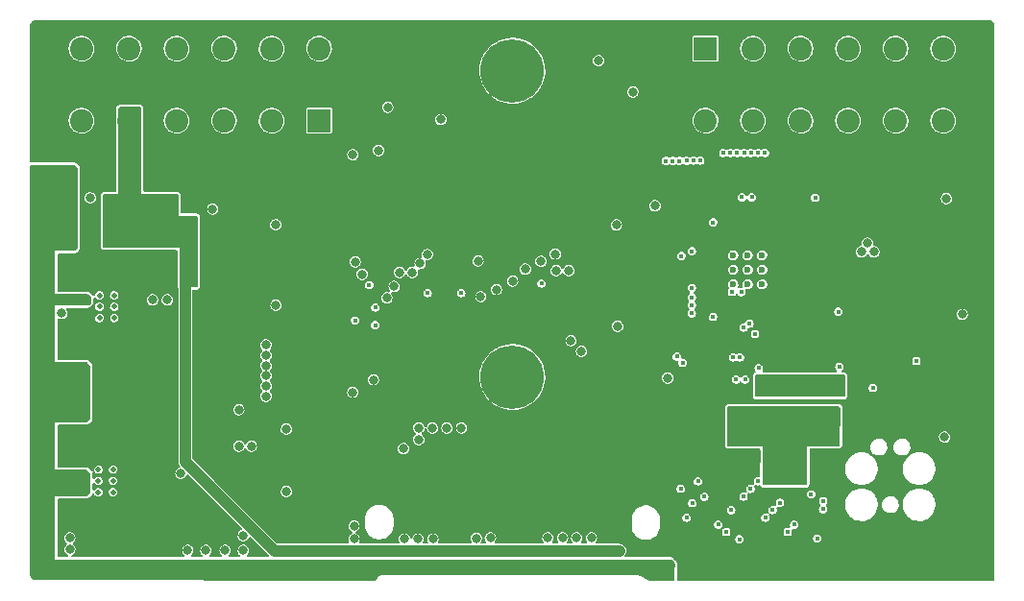
<source format=gbr>
%TF.GenerationSoftware,KiCad,Pcbnew,(6.0.2)*%
%TF.CreationDate,2022-04-26T10:25:04-06:00*%
%TF.ProjectId,CONEPROJ,434f4e45-5052-44f4-9a2e-6b696361645f,rev?*%
%TF.SameCoordinates,Original*%
%TF.FileFunction,Copper,L3,Inr*%
%TF.FilePolarity,Positive*%
%FSLAX46Y46*%
G04 Gerber Fmt 4.6, Leading zero omitted, Abs format (unit mm)*
G04 Created by KiCad (PCBNEW (6.0.2)) date 2022-04-26 10:25:04*
%MOMM*%
%LPD*%
G01*
G04 APERTURE LIST*
%TA.AperFunction,ComponentPad*%
%ADD10C,0.500000*%
%TD*%
%TA.AperFunction,ComponentPad*%
%ADD11C,5.600000*%
%TD*%
%TA.AperFunction,ComponentPad*%
%ADD12R,2.056000X2.056000*%
%TD*%
%TA.AperFunction,ComponentPad*%
%ADD13C,2.056000*%
%TD*%
%TA.AperFunction,ComponentPad*%
%ADD14C,0.600000*%
%TD*%
%TA.AperFunction,ViaPad*%
%ADD15C,0.800000*%
%TD*%
%TA.AperFunction,ViaPad*%
%ADD16C,0.450000*%
%TD*%
%TA.AperFunction,Conductor*%
%ADD17C,1.000000*%
%TD*%
G04 APERTURE END LIST*
D10*
%TO.N,GND*%
%TO.C,U6*%
X31820000Y-83170000D03*
X30520000Y-82170000D03*
X31820000Y-82170000D03*
X30520000Y-83170000D03*
X31820000Y-84170000D03*
X30520000Y-84170000D03*
%TD*%
D11*
%TO.N,GND*%
%TO.C,H304*%
X67000000Y-47000000D03*
%TD*%
D12*
%TO.N,/MOTOR1_OUT1*%
%TO.C,J4*%
X84025000Y-45040000D03*
D13*
%TO.N,/MOTOR1_OUT2*%
X88215000Y-45040000D03*
%TO.N,/MOTOR2_OUT1*%
X92405000Y-45040000D03*
%TO.N,/MOTOR2_OUT2*%
X96595000Y-45040000D03*
%TO.N,/GPO_5_OUT*%
X100785000Y-45040000D03*
%TO.N,/GPO_6_OUT*%
X104975000Y-45040000D03*
%TO.N,/GPO_7_OUT*%
X104975000Y-51390000D03*
%TO.N,/GPO_8_OUT*%
X100785000Y-51390000D03*
%TO.N,/GPO_9_OUT*%
X96595000Y-51390000D03*
%TO.N,/R_OUT*%
X92405000Y-51390000D03*
%TO.N,/G_OUT*%
X88215000Y-51390000D03*
%TO.N,/B_OUT*%
X84025000Y-51390000D03*
D12*
%TO.N,/CANL*%
X49975000Y-51390000D03*
D13*
%TO.N,/CANH*%
X45785000Y-51390000D03*
%TO.N,/LEDA_OUT*%
X41595000Y-51390000D03*
%TO.N,/EXT_IO4*%
X37405000Y-51390000D03*
%TO.N,+5V*%
X33215000Y-51390000D03*
%TO.N,/VBAT*%
X29025000Y-51390000D03*
%TO.N,GND*%
X29025000Y-45040000D03*
%TO.N,/EXT_IO5*%
X33215000Y-45040000D03*
%TO.N,/EXT_I2C_SDA*%
X37405000Y-45040000D03*
%TO.N,/EXT_I2C_SCL*%
X41595000Y-45040000D03*
%TO.N,/EXT_UART_TX*%
X45785000Y-45040000D03*
%TO.N,/EXT_UART_RX*%
X49975000Y-45040000D03*
%TD*%
D14*
%TO.N,GND*%
%TO.C,U10*%
X87750000Y-64550000D03*
X89025000Y-65825000D03*
X86475000Y-64550000D03*
X86475000Y-63275000D03*
X89025000Y-64550000D03*
X87750000Y-65825000D03*
X89025000Y-63275000D03*
X87750000Y-63275000D03*
X86475000Y-65825000D03*
%TD*%
D11*
%TO.N,GND*%
%TO.C,H302*%
X67000000Y-74000000D03*
%TD*%
D10*
%TO.N,GND*%
%TO.C,U3*%
X31915000Y-68809999D03*
X30615000Y-66809999D03*
X30615000Y-68809999D03*
X31915000Y-66809999D03*
X30615000Y-67809999D03*
X31915000Y-67809999D03*
%TD*%
%TO.N,GND*%
%TO.C,U4*%
X90925000Y-78322500D03*
X89625000Y-78322500D03*
X88325000Y-78322500D03*
X87025000Y-78322500D03*
X92225000Y-78322500D03*
X93525000Y-78322500D03*
X94825000Y-78322500D03*
X87025000Y-77022500D03*
X87025000Y-79622500D03*
X88325000Y-77022500D03*
X88325000Y-79622500D03*
X89625000Y-79622500D03*
X89625000Y-77022500D03*
X90925000Y-77022500D03*
X90925000Y-79622500D03*
X92225000Y-77022500D03*
X92225000Y-79622500D03*
X93525000Y-77022500D03*
X93525000Y-79622500D03*
X94825000Y-77022500D03*
X94825000Y-79622500D03*
%TD*%
D15*
%TO.N,+5V*%
X38600000Y-65500000D03*
X38600000Y-63700000D03*
X38600000Y-64600000D03*
X76430000Y-89330000D03*
X75349992Y-89324992D03*
X38200000Y-71200000D03*
D16*
%TO.N,/LEDG*%
X86825000Y-54250000D03*
%TO.N,/LEDR*%
X87450000Y-54250000D03*
D15*
%TO.N,/EXT_UART_RX*%
X73975000Y-88200000D03*
X45286231Y-71186232D03*
%TO.N,/EXT_UART_TX*%
X45300000Y-72100000D03*
X72675000Y-88200000D03*
D16*
%TO.N,/LEDB*%
X86200000Y-54250000D03*
D15*
%TO.N,/CAN_TX*%
X70140000Y-88200000D03*
X53775000Y-64950000D03*
%TO.N,/CAN_RX*%
X71430000Y-88200000D03*
X53150000Y-63850000D03*
D16*
%TO.N,/GPO_5*%
X87380000Y-84560000D03*
X83930000Y-84570000D03*
X82975000Y-54925000D03*
%TO.N,GND*%
X95750000Y-68250000D03*
X93700000Y-58200000D03*
X98780000Y-74970000D03*
X92550000Y-82400000D03*
D15*
X28000000Y-89200000D03*
X40000000Y-89300000D03*
D16*
X85600000Y-54250000D03*
D15*
X53050000Y-88300000D03*
X98875000Y-62975000D03*
X46150000Y-60575000D03*
X36600000Y-67200000D03*
X28000000Y-88200000D03*
X55225000Y-54025000D03*
X35300000Y-67200000D03*
X80710000Y-74090000D03*
X29800000Y-58200000D03*
X53050000Y-87150000D03*
X47100000Y-84100000D03*
X47100000Y-78600000D03*
X37800000Y-82500000D03*
X98300000Y-62200000D03*
X76275000Y-69525000D03*
X52950000Y-54400000D03*
X41700000Y-89300000D03*
X42900000Y-76900000D03*
X79580000Y-58900000D03*
X52950000Y-75350000D03*
X42900000Y-80100000D03*
D16*
X92560000Y-81800000D03*
D15*
X43300000Y-88000000D03*
D16*
X95830000Y-73110000D03*
D15*
X76175000Y-60600000D03*
D16*
X81910000Y-63340000D03*
D15*
X105275000Y-58275000D03*
X56025000Y-50225000D03*
X46175000Y-67675000D03*
X38400000Y-89300000D03*
D16*
X102625000Y-72600000D03*
X93350000Y-84350000D03*
D15*
X63980000Y-63780000D03*
X40600000Y-59200000D03*
X43300000Y-89300000D03*
X44000000Y-80100000D03*
X105100000Y-79300000D03*
X60700000Y-51300000D03*
X97775000Y-62975000D03*
D16*
%TO.N,/GPO_6*%
X88650000Y-83200000D03*
X83360000Y-83190000D03*
X82350000Y-54940000D03*
%TO.N,/MCP_RESET*%
X59550000Y-66600000D03*
X62500000Y-66600000D03*
D15*
X59525000Y-63200000D03*
X70799506Y-63160510D03*
D16*
%TO.N,/GPO_7*%
X89275000Y-54250000D03*
%TO.N,/GPO_8*%
X88650000Y-54250000D03*
%TO.N,/GPO_9*%
X88050000Y-54250000D03*
D15*
%TO.N,/LEDA_OUT*%
X74600000Y-46100000D03*
D16*
%TO.N,+1V1*%
X84700000Y-60375000D03*
X84700000Y-68700000D03*
%TO.N,/GPO_11*%
X87400000Y-69640000D03*
X91280000Y-87660000D03*
X85860000Y-87670000D03*
D15*
%TO.N,/EXT_IO4*%
X58700000Y-88300000D03*
X45300000Y-75698012D03*
%TO.N,/EXT_IO5*%
X57500000Y-88300000D03*
X45300000Y-74798509D03*
%TO.N,/MODE_BTN*%
X58750000Y-78500000D03*
X65075000Y-88200000D03*
%TO.N,/PAUSE_BTN*%
X63824989Y-88220000D03*
X54750000Y-74250000D03*
%TO.N,/EXT_I2C_SDA*%
X45300000Y-73899006D03*
X73110000Y-71740000D03*
X71990000Y-64625500D03*
D16*
X87250000Y-58150000D03*
%TO.N,/EXT_I2C_SCL*%
X88110000Y-58150000D03*
D15*
X45300000Y-72999503D03*
X70870000Y-64625500D03*
X72180000Y-70810000D03*
%TO.N,/EXT_12V*%
X77625000Y-48875000D03*
X25500000Y-56300000D03*
X25500000Y-66460000D03*
X60000000Y-90800000D03*
X25500000Y-69000000D03*
X25500000Y-61380000D03*
X43400000Y-90800000D03*
X25500000Y-74080000D03*
X25500000Y-58840000D03*
X40100000Y-90800000D03*
X25500000Y-71540000D03*
X41700000Y-90800000D03*
X61400000Y-90800000D03*
X62800000Y-90800000D03*
D16*
X94500000Y-74340000D03*
D15*
X80830000Y-90570000D03*
X25500000Y-63920000D03*
D16*
X88720000Y-74030000D03*
D15*
X25500000Y-76620000D03*
%TO.N,/EXT_IO1*%
X60000000Y-88300000D03*
%TO.N,/EXT_IO2*%
X57420000Y-80330000D03*
D16*
%TO.N,/EXT_IO3*%
X82830000Y-62910000D03*
D15*
X64225000Y-66925000D03*
X55950000Y-67025500D03*
%TO.N,/EXT_SPI_MISO*%
X62530000Y-78500000D03*
X68150000Y-64500000D03*
D16*
X82820000Y-66150000D03*
D15*
X58200000Y-64775000D03*
%TO.N,/EXT_SPI_MOSI*%
X61250000Y-78500000D03*
X67030000Y-65540000D03*
X57075000Y-64775000D03*
D16*
X82830000Y-67670000D03*
D15*
%TO.N,/EXT_SPI_SCK*%
X65600000Y-66290000D03*
X56600000Y-66025000D03*
X59975000Y-78500000D03*
D16*
X82830000Y-68400000D03*
D15*
%TO.N,/EXT_SPI_SS0*%
X58770000Y-79520000D03*
%TO.N,/EXT_SPI_SS1*%
X69525000Y-63800000D03*
X58875000Y-64000000D03*
D16*
X82820000Y-66970000D03*
X69575000Y-65750000D03*
%TO.N,/5V_EN*%
X86360000Y-66500000D03*
D15*
X27300000Y-68400000D03*
D16*
X81500000Y-72200000D03*
X86470000Y-72280000D03*
X54925000Y-67875000D03*
X54925000Y-69425000D03*
%TO.N,/VBAT_SENSE*%
X87175000Y-66525000D03*
X54400000Y-65900000D03*
X87070000Y-72280000D03*
X82010000Y-72760000D03*
X53150000Y-69025000D03*
%TO.N,/GPO_10*%
X87900000Y-69300000D03*
X86290000Y-85750000D03*
X89950000Y-85740000D03*
%TO.N,/DRV_SLEEP*%
X93890000Y-88240000D03*
X87030000Y-88320000D03*
X88400000Y-70210000D03*
D15*
%TO.N,/MOTOR2_OUT2*%
X106650000Y-68490000D03*
D16*
%TO.N,Net-(C27-Pad1)*%
X94400000Y-85670000D03*
%TO.N,Net-(C29-Pad1)*%
X88720000Y-73230000D03*
%TO.N,/DRV_RESET*%
X94410000Y-84950000D03*
%TO.N,/CP1*%
X86720000Y-74230000D03*
%TO.N,/CP2*%
X87520000Y-74230000D03*
%TO.N,/EN4*%
X85150000Y-87030000D03*
X83575000Y-54925000D03*
X91860000Y-87030000D03*
%TO.N,/EN3*%
X82860000Y-85130000D03*
X81730000Y-54950000D03*
X90600000Y-85090000D03*
%TO.N,/EN2*%
X81130000Y-54950000D03*
X82350000Y-86410000D03*
X89300000Y-86410000D03*
%TO.N,/EN1*%
X88000000Y-83870000D03*
X81840000Y-83860000D03*
X80530000Y-54950000D03*
%TO.N,+3V3*%
X87760000Y-67020000D03*
X90340000Y-66950000D03*
D15*
X46150000Y-62100000D03*
X38300000Y-87400000D03*
X68800000Y-88200000D03*
D16*
X104900000Y-70890000D03*
X95025000Y-68250000D03*
D15*
X39300000Y-76900000D03*
D16*
X92420000Y-87680000D03*
D15*
X77600000Y-82500000D03*
X41100000Y-75500000D03*
X39300000Y-74100000D03*
D16*
X90400000Y-58400000D03*
D15*
X41100000Y-76900000D03*
D16*
X82830000Y-65110000D03*
D15*
X39400000Y-87400000D03*
X39300000Y-75500000D03*
X67600000Y-88200000D03*
X75320000Y-63270000D03*
X66400000Y-88200000D03*
D16*
X85800000Y-57925000D03*
%TD*%
D17*
%TO.N,+5V*%
X76425000Y-89325000D02*
X76430000Y-89330000D01*
X38200000Y-71200000D02*
X38200000Y-81486477D01*
X33215000Y-53765000D02*
X33215000Y-51390000D01*
X38200000Y-65900000D02*
X38600000Y-65500000D01*
X38200000Y-81486477D02*
X46038523Y-89325000D01*
X46038523Y-89325000D02*
X76425000Y-89325000D01*
X38200000Y-71200000D02*
X38200000Y-65900000D01*
%TO.N,/EXT_12V*%
X62800000Y-90800000D02*
X62600000Y-90600000D01*
X62600000Y-90600000D02*
X41900000Y-90600000D01*
X41900000Y-90600000D02*
X41700000Y-90800000D01*
X62800000Y-90800000D02*
X63000000Y-90600000D01*
X63000000Y-90600000D02*
X80820000Y-90600000D01*
%TD*%
%TA.AperFunction,Conductor*%
%TO.N,/EXT_12V*%
G36*
X28461931Y-55320002D02*
G01*
X28482905Y-55336905D01*
X28663095Y-55517095D01*
X28697121Y-55579407D01*
X28700000Y-55606190D01*
X28700000Y-62593810D01*
X28679998Y-62661931D01*
X28663095Y-62682905D01*
X28482905Y-62863095D01*
X28420593Y-62897121D01*
X28393810Y-62900000D01*
X26700000Y-62900000D01*
X26700000Y-66700000D01*
X29593810Y-66700000D01*
X29661931Y-66720002D01*
X29682905Y-66736905D01*
X29863095Y-66917095D01*
X29897121Y-66979407D01*
X29900000Y-67006190D01*
X29900000Y-67393810D01*
X29879998Y-67461931D01*
X29863095Y-67482905D01*
X29682905Y-67663095D01*
X29620593Y-67697121D01*
X29593810Y-67700000D01*
X26700000Y-67700000D01*
X26700000Y-68348583D01*
X26698922Y-68365029D01*
X26694318Y-68400000D01*
X26695396Y-68408188D01*
X26698922Y-68434971D01*
X26700000Y-68451417D01*
X26700000Y-72700000D01*
X29493810Y-72700000D01*
X29561931Y-72720002D01*
X29582905Y-72736905D01*
X29763095Y-72917095D01*
X29797121Y-72979407D01*
X29800000Y-73006190D01*
X29800000Y-77693810D01*
X29779998Y-77761931D01*
X29763095Y-77782905D01*
X29582905Y-77963095D01*
X29520593Y-77997121D01*
X29493810Y-78000000D01*
X26700000Y-78000000D01*
X26700000Y-82200000D01*
X29493810Y-82200000D01*
X29561931Y-82220002D01*
X29582905Y-82236905D01*
X29763095Y-82417095D01*
X29797121Y-82479407D01*
X29800000Y-82506190D01*
X29800000Y-84193810D01*
X29779998Y-84261931D01*
X29763095Y-84282905D01*
X29582905Y-84463095D01*
X29520593Y-84497121D01*
X29493810Y-84500000D01*
X26700000Y-84500000D01*
X26700000Y-90100000D01*
X80993810Y-90100000D01*
X81061931Y-90120002D01*
X81082905Y-90136905D01*
X81263095Y-90317095D01*
X81297121Y-90379407D01*
X81300000Y-90406190D01*
X81300000Y-91874000D01*
X81279998Y-91942121D01*
X81226342Y-91988614D01*
X81174000Y-92000000D01*
X79147778Y-92000000D01*
X79091429Y-91986698D01*
X78286057Y-91584012D01*
X78281206Y-91581219D01*
X78277334Y-91577799D01*
X78217996Y-91549939D01*
X78215293Y-91548629D01*
X78204800Y-91543383D01*
X78195497Y-91538731D01*
X78195492Y-91538729D01*
X78191492Y-91536729D01*
X78187245Y-91535315D01*
X78186599Y-91535048D01*
X78181242Y-91532683D01*
X78155818Y-91520746D01*
X78155814Y-91520745D01*
X78147689Y-91516930D01*
X78128685Y-91513971D01*
X78108266Y-91509019D01*
X78098532Y-91505778D01*
X78090017Y-91502943D01*
X78055258Y-91501659D01*
X78048623Y-91501022D01*
X78048615Y-91501125D01*
X78043767Y-91500750D01*
X78038953Y-91500000D01*
X78012653Y-91500000D01*
X78008003Y-91499914D01*
X77955866Y-91497988D01*
X77955863Y-91497988D01*
X77946892Y-91497657D01*
X77939578Y-91499506D01*
X77930194Y-91500000D01*
X55570123Y-91500000D01*
X55558256Y-91498674D01*
X55558215Y-91499186D01*
X55549267Y-91498466D01*
X55540512Y-91496485D01*
X55487757Y-91499758D01*
X55479957Y-91500000D01*
X55464095Y-91500000D01*
X55459647Y-91500637D01*
X55459645Y-91500637D01*
X55453991Y-91501446D01*
X55443940Y-91502476D01*
X55418686Y-91504043D01*
X55397564Y-91505354D01*
X55389117Y-91508404D01*
X55385344Y-91509185D01*
X55370779Y-91512816D01*
X55367106Y-91513890D01*
X55358223Y-91515162D01*
X55315921Y-91534396D01*
X55306554Y-91538209D01*
X55262850Y-91553986D01*
X55255598Y-91559284D01*
X55252220Y-91561080D01*
X55239219Y-91568677D01*
X55236012Y-91570728D01*
X55227844Y-91574442D01*
X55221046Y-91580299D01*
X55221045Y-91580300D01*
X55192631Y-91604783D01*
X55184713Y-91611069D01*
X55177934Y-91616022D01*
X55173991Y-91618903D01*
X55163270Y-91629624D01*
X55156422Y-91635982D01*
X55126146Y-91662069D01*
X55126142Y-91662074D01*
X55119343Y-91667932D01*
X55114461Y-91675465D01*
X55108560Y-91682229D01*
X55108554Y-91682224D01*
X55099586Y-91693308D01*
X54830318Y-91962576D01*
X54768006Y-91996602D01*
X54740971Y-91999481D01*
X25049075Y-91940096D01*
X25029943Y-91938596D01*
X25015045Y-91936276D01*
X25015040Y-91936276D01*
X25006171Y-91934895D01*
X24997267Y-91936059D01*
X24995611Y-91936039D01*
X24967113Y-91936293D01*
X24902845Y-91929052D01*
X24875337Y-91922773D01*
X24796460Y-91895173D01*
X24771039Y-91882931D01*
X24700275Y-91838467D01*
X24678216Y-91820875D01*
X24619125Y-91761784D01*
X24601533Y-91739725D01*
X24557069Y-91668961D01*
X24544827Y-91643540D01*
X24517227Y-91564663D01*
X24510948Y-91537157D01*
X24507093Y-91502943D01*
X24504404Y-91479078D01*
X24503621Y-91463435D01*
X24503723Y-91455045D01*
X24505105Y-91446171D01*
X24501065Y-91415275D01*
X24500001Y-91398938D01*
X24500001Y-73427785D01*
X24500000Y-55425999D01*
X24520002Y-55357879D01*
X24573658Y-55311386D01*
X24626000Y-55300000D01*
X28393810Y-55300000D01*
X28461931Y-55320002D01*
G37*
%TD.AperFunction*%
%TD*%
%TA.AperFunction,Conductor*%
%TO.N,+5V*%
G36*
X34242121Y-50220002D02*
G01*
X34288614Y-50273658D01*
X34300000Y-50326000D01*
X34300000Y-57900000D01*
X37474000Y-57900000D01*
X37542121Y-57920002D01*
X37588614Y-57973658D01*
X37600000Y-58026000D01*
X37600000Y-59800000D01*
X39174000Y-59800000D01*
X39242121Y-59820002D01*
X39288614Y-59873658D01*
X39300000Y-59926000D01*
X39300000Y-65974000D01*
X39279998Y-66042121D01*
X39226342Y-66088614D01*
X39174000Y-66100000D01*
X37826000Y-66100000D01*
X37757879Y-66079998D01*
X37711386Y-66026342D01*
X37700000Y-65974000D01*
X37700000Y-62600000D01*
X31026000Y-62600000D01*
X30957879Y-62579998D01*
X30911386Y-62526342D01*
X30900000Y-62474000D01*
X30900000Y-58026000D01*
X30920002Y-57957879D01*
X30973658Y-57911386D01*
X31026000Y-57900000D01*
X32300000Y-57900000D01*
X32300000Y-50326000D01*
X32320002Y-50257879D01*
X32373658Y-50211386D01*
X32426000Y-50200000D01*
X34174000Y-50200000D01*
X34242121Y-50220002D01*
G37*
%TD.AperFunction*%
%TD*%
%TA.AperFunction,Conductor*%
%TO.N,GND*%
G36*
X95841403Y-76620002D02*
G01*
X95887896Y-76673658D01*
X95899280Y-76726716D01*
X95880712Y-79994716D01*
X95860323Y-80062722D01*
X95806404Y-80108909D01*
X95754714Y-80120000D01*
X92990000Y-80120000D01*
X92990000Y-83434000D01*
X92969998Y-83502121D01*
X92916342Y-83548614D01*
X92864000Y-83560000D01*
X89186366Y-83560000D01*
X89118245Y-83539998D01*
X89071752Y-83486342D01*
X89060367Y-83433633D01*
X89060649Y-83336813D01*
X89062199Y-83317470D01*
X89079253Y-83209794D01*
X89079253Y-83209793D01*
X89080804Y-83200000D01*
X89062982Y-83087475D01*
X89061432Y-83067400D01*
X89069947Y-80138116D01*
X89070000Y-80120000D01*
X86076000Y-80120000D01*
X86007879Y-80099998D01*
X85961386Y-80046342D01*
X85950000Y-79994000D01*
X85950000Y-76726000D01*
X85970002Y-76657879D01*
X86023658Y-76611386D01*
X86076000Y-76600000D01*
X95773282Y-76600000D01*
X95841403Y-76620002D01*
G37*
%TD.AperFunction*%
%TD*%
%TA.AperFunction,Conductor*%
%TO.N,/EXT_12V*%
G36*
X96234158Y-73799842D02*
G01*
X96302254Y-73819930D01*
X96348679Y-73873644D01*
X96360000Y-73925842D01*
X96360000Y-75634158D01*
X96339998Y-75702279D01*
X96286342Y-75748772D01*
X96234158Y-75760158D01*
X94370286Y-75762500D01*
X88526795Y-75769841D01*
X88458650Y-75749924D01*
X88412090Y-75696327D01*
X88400640Y-75643205D01*
X88409366Y-73915522D01*
X88429711Y-73847503D01*
X88483601Y-73801281D01*
X88535522Y-73790158D01*
X96234158Y-73799842D01*
G37*
%TD.AperFunction*%
%TD*%
%TA.AperFunction,Conductor*%
%TO.N,+3V3*%
G36*
X108970682Y-42501500D02*
G01*
X108984957Y-42503723D01*
X108984960Y-42503723D01*
X108993830Y-42505104D01*
X109002734Y-42503940D01*
X109004391Y-42503960D01*
X109032888Y-42503706D01*
X109097156Y-42510947D01*
X109124664Y-42517226D01*
X109203541Y-42544826D01*
X109228962Y-42557068D01*
X109299726Y-42601532D01*
X109321785Y-42619124D01*
X109380876Y-42678215D01*
X109398468Y-42700274D01*
X109442932Y-42771038D01*
X109455174Y-42796459D01*
X109482774Y-42875336D01*
X109489053Y-42902842D01*
X109495597Y-42960917D01*
X109496380Y-42976564D01*
X109496278Y-42984954D01*
X109494896Y-42993828D01*
X109496061Y-43002734D01*
X109498936Y-43024724D01*
X109500000Y-43041061D01*
X109500000Y-91874000D01*
X109479998Y-91942121D01*
X109426342Y-91988614D01*
X109374000Y-92000000D01*
X81626000Y-92000000D01*
X81557879Y-91979998D01*
X81511386Y-91926342D01*
X81500000Y-91874000D01*
X81500000Y-90406190D01*
X81498854Y-90384814D01*
X81495975Y-90358031D01*
X81472656Y-90283555D01*
X81469690Y-90278123D01*
X81440788Y-90225194D01*
X81440785Y-90225189D01*
X81438630Y-90221243D01*
X81404516Y-90175674D01*
X81224326Y-89995484D01*
X81208404Y-89981181D01*
X81187430Y-89964278D01*
X81118277Y-89928103D01*
X81096301Y-89921650D01*
X81054479Y-89909370D01*
X81054475Y-89909369D01*
X81050156Y-89908101D01*
X81045708Y-89907461D01*
X81045701Y-89907460D01*
X80998258Y-89900639D01*
X80998251Y-89900639D01*
X80993810Y-89900000D01*
X77005041Y-89900000D01*
X76936920Y-89879998D01*
X76890427Y-89826342D01*
X76880323Y-89756068D01*
X76905078Y-89697296D01*
X76918295Y-89680071D01*
X76954536Y-89632841D01*
X77015044Y-89486762D01*
X77020648Y-89444199D01*
X77031494Y-89361814D01*
X77035682Y-89330000D01*
X77015044Y-89173238D01*
X76954536Y-89027159D01*
X76882450Y-88933215D01*
X76879532Y-88930297D01*
X76878383Y-88928987D01*
X76873148Y-88922609D01*
X76872979Y-88922388D01*
X76853282Y-88896718D01*
X76727841Y-88800464D01*
X76581762Y-88739956D01*
X76570156Y-88738428D01*
X76553566Y-88736244D01*
X76433188Y-88720396D01*
X76425000Y-88719318D01*
X76416812Y-88720396D01*
X76393827Y-88723422D01*
X76377381Y-88724500D01*
X74459384Y-88724500D01*
X74391263Y-88704498D01*
X74344770Y-88650842D01*
X74334666Y-88580568D01*
X74365968Y-88513946D01*
X74388176Y-88489411D01*
X74388181Y-88489404D01*
X74394200Y-88482754D01*
X74443105Y-88381814D01*
X74452795Y-88361814D01*
X74452795Y-88361813D01*
X74456710Y-88353733D01*
X74480496Y-88212354D01*
X74480572Y-88206136D01*
X74480588Y-88204859D01*
X74480588Y-88204854D01*
X74480647Y-88200000D01*
X74464460Y-88086967D01*
X74461596Y-88066968D01*
X74461595Y-88066965D01*
X74460323Y-88058082D01*
X74455044Y-88046470D01*
X74423903Y-87977981D01*
X74400984Y-87927572D01*
X74361413Y-87881648D01*
X74313260Y-87825763D01*
X74313257Y-87825760D01*
X74307400Y-87818963D01*
X74187095Y-87740985D01*
X74049739Y-87699907D01*
X74040763Y-87699852D01*
X74040762Y-87699852D01*
X73980555Y-87699484D01*
X73906376Y-87699031D01*
X73768529Y-87738428D01*
X73647280Y-87814930D01*
X73641338Y-87821658D01*
X73641337Y-87821659D01*
X73625046Y-87840105D01*
X73552377Y-87922388D01*
X73491447Y-88052163D01*
X73486952Y-88081035D01*
X73472424Y-88174346D01*
X73469391Y-88193823D01*
X73470555Y-88202725D01*
X73470555Y-88202728D01*
X73477182Y-88253405D01*
X73487980Y-88335979D01*
X73491597Y-88344199D01*
X73534564Y-88441848D01*
X73545720Y-88467203D01*
X73551497Y-88474076D01*
X73551498Y-88474077D01*
X73555622Y-88478983D01*
X73585012Y-88513946D01*
X73587936Y-88517425D01*
X73616457Y-88582440D01*
X73605301Y-88652555D01*
X73558009Y-88705507D01*
X73491485Y-88724500D01*
X73159384Y-88724500D01*
X73091263Y-88704498D01*
X73044770Y-88650842D01*
X73034666Y-88580568D01*
X73065968Y-88513946D01*
X73088176Y-88489411D01*
X73088181Y-88489404D01*
X73094200Y-88482754D01*
X73143105Y-88381814D01*
X73152795Y-88361814D01*
X73152795Y-88361813D01*
X73156710Y-88353733D01*
X73180496Y-88212354D01*
X73180572Y-88206136D01*
X73180588Y-88204859D01*
X73180588Y-88204854D01*
X73180647Y-88200000D01*
X73164460Y-88086967D01*
X73161596Y-88066968D01*
X73161595Y-88066965D01*
X73160323Y-88058082D01*
X73155044Y-88046470D01*
X73123903Y-87977981D01*
X73100984Y-87927572D01*
X73061413Y-87881648D01*
X73013260Y-87825763D01*
X73013257Y-87825760D01*
X73007400Y-87818963D01*
X72887095Y-87740985D01*
X72749739Y-87699907D01*
X72740763Y-87699852D01*
X72740762Y-87699852D01*
X72680555Y-87699484D01*
X72606376Y-87699031D01*
X72468529Y-87738428D01*
X72347280Y-87814930D01*
X72341338Y-87821658D01*
X72341337Y-87821659D01*
X72325046Y-87840105D01*
X72252377Y-87922388D01*
X72191447Y-88052163D01*
X72177118Y-88144199D01*
X72176882Y-88145713D01*
X72151975Y-88198612D01*
X72177779Y-88257972D01*
X72187980Y-88335979D01*
X72191597Y-88344199D01*
X72234564Y-88441848D01*
X72245720Y-88467203D01*
X72251497Y-88474076D01*
X72251498Y-88474077D01*
X72255622Y-88478983D01*
X72285012Y-88513946D01*
X72287936Y-88517425D01*
X72316457Y-88582440D01*
X72305301Y-88652555D01*
X72258009Y-88705507D01*
X72191485Y-88724500D01*
X71914384Y-88724500D01*
X71846263Y-88704498D01*
X71799770Y-88650842D01*
X71789666Y-88580568D01*
X71820968Y-88513946D01*
X71843176Y-88489411D01*
X71843181Y-88489404D01*
X71849200Y-88482754D01*
X71898105Y-88381814D01*
X71907795Y-88361814D01*
X71907795Y-88361813D01*
X71911710Y-88353733D01*
X71920750Y-88300000D01*
X71928590Y-88253405D01*
X71953600Y-88201933D01*
X71927655Y-88144192D01*
X71920251Y-88092494D01*
X71915323Y-88058082D01*
X71910044Y-88046470D01*
X71878903Y-87977981D01*
X71855984Y-87927572D01*
X71816413Y-87881648D01*
X71768260Y-87825763D01*
X71768257Y-87825760D01*
X71762400Y-87818963D01*
X71642095Y-87740985D01*
X71504739Y-87699907D01*
X71495763Y-87699852D01*
X71495762Y-87699852D01*
X71435555Y-87699484D01*
X71361376Y-87699031D01*
X71223529Y-87738428D01*
X71102280Y-87814930D01*
X71096338Y-87821658D01*
X71096337Y-87821659D01*
X71080046Y-87840105D01*
X71007377Y-87922388D01*
X70946447Y-88052163D01*
X70941952Y-88081035D01*
X70927424Y-88174346D01*
X70924391Y-88193823D01*
X70925555Y-88202725D01*
X70925555Y-88202728D01*
X70932182Y-88253405D01*
X70942980Y-88335979D01*
X70946597Y-88344199D01*
X70989564Y-88441848D01*
X71000720Y-88467203D01*
X71006497Y-88474076D01*
X71006498Y-88474077D01*
X71010622Y-88478983D01*
X71040012Y-88513946D01*
X71042936Y-88517425D01*
X71071457Y-88582440D01*
X71060301Y-88652555D01*
X71013009Y-88705507D01*
X70946485Y-88724500D01*
X70624384Y-88724500D01*
X70556263Y-88704498D01*
X70509770Y-88650842D01*
X70499666Y-88580568D01*
X70530968Y-88513946D01*
X70553176Y-88489411D01*
X70553181Y-88489404D01*
X70559200Y-88482754D01*
X70608105Y-88381814D01*
X70617795Y-88361814D01*
X70617795Y-88361813D01*
X70621710Y-88353733D01*
X70645496Y-88212354D01*
X70645572Y-88206136D01*
X70645588Y-88204859D01*
X70645588Y-88204854D01*
X70645647Y-88200000D01*
X70629460Y-88086967D01*
X70626596Y-88066968D01*
X70626595Y-88066965D01*
X70625323Y-88058082D01*
X70620044Y-88046470D01*
X70588903Y-87977981D01*
X70565984Y-87927572D01*
X70526413Y-87881648D01*
X70478260Y-87825763D01*
X70478257Y-87825760D01*
X70472400Y-87818963D01*
X70352095Y-87740985D01*
X70214739Y-87699907D01*
X70205763Y-87699852D01*
X70205762Y-87699852D01*
X70145555Y-87699484D01*
X70071376Y-87699031D01*
X69933529Y-87738428D01*
X69812280Y-87814930D01*
X69806338Y-87821658D01*
X69806337Y-87821659D01*
X69790046Y-87840105D01*
X69717377Y-87922388D01*
X69656447Y-88052163D01*
X69651952Y-88081035D01*
X69637424Y-88174346D01*
X69634391Y-88193823D01*
X69635555Y-88202725D01*
X69635555Y-88202728D01*
X69642182Y-88253405D01*
X69652980Y-88335979D01*
X69656597Y-88344199D01*
X69699564Y-88441848D01*
X69710720Y-88467203D01*
X69716497Y-88474076D01*
X69716498Y-88474077D01*
X69720622Y-88478983D01*
X69750012Y-88513946D01*
X69752936Y-88517425D01*
X69781457Y-88582440D01*
X69770301Y-88652555D01*
X69723009Y-88705507D01*
X69656485Y-88724500D01*
X65559384Y-88724500D01*
X65491263Y-88704498D01*
X65444770Y-88650842D01*
X65434666Y-88580568D01*
X65465968Y-88513946D01*
X65488176Y-88489411D01*
X65488181Y-88489404D01*
X65494200Y-88482754D01*
X65543105Y-88381814D01*
X65552795Y-88361814D01*
X65552795Y-88361813D01*
X65556710Y-88353733D01*
X65580496Y-88212354D01*
X65580572Y-88206136D01*
X65580588Y-88204859D01*
X65580588Y-88204854D01*
X65580647Y-88200000D01*
X65564460Y-88086967D01*
X65561596Y-88066968D01*
X65561595Y-88066965D01*
X65560323Y-88058082D01*
X65555044Y-88046470D01*
X65523903Y-87977981D01*
X65500984Y-87927572D01*
X65461413Y-87881648D01*
X65413260Y-87825763D01*
X65413257Y-87825760D01*
X65407400Y-87818963D01*
X65287095Y-87740985D01*
X65149739Y-87699907D01*
X65140763Y-87699852D01*
X65140762Y-87699852D01*
X65080555Y-87699484D01*
X65006376Y-87699031D01*
X64868529Y-87738428D01*
X64747280Y-87814930D01*
X64741338Y-87821658D01*
X64741337Y-87821659D01*
X64725046Y-87840105D01*
X64652377Y-87922388D01*
X64591447Y-88052163D01*
X64572779Y-88172062D01*
X64556831Y-88205933D01*
X64577059Y-88252466D01*
X64587980Y-88335979D01*
X64591597Y-88344199D01*
X64634564Y-88441848D01*
X64645720Y-88467203D01*
X64651497Y-88474076D01*
X64651498Y-88474077D01*
X64655622Y-88478983D01*
X64685012Y-88513946D01*
X64687936Y-88517425D01*
X64716457Y-88582440D01*
X64705301Y-88652555D01*
X64658009Y-88705507D01*
X64591485Y-88724500D01*
X64327475Y-88724500D01*
X64259354Y-88704498D01*
X64212861Y-88650842D01*
X64202757Y-88580568D01*
X64234061Y-88513943D01*
X64238168Y-88509406D01*
X64244189Y-88502754D01*
X64297005Y-88393741D01*
X64302784Y-88381814D01*
X64302784Y-88381813D01*
X64306699Y-88373733D01*
X64322006Y-88282754D01*
X64327870Y-88247899D01*
X64343686Y-88215346D01*
X64323553Y-88170539D01*
X64317751Y-88130025D01*
X64310312Y-88078082D01*
X64305259Y-88066967D01*
X64287347Y-88027572D01*
X64250973Y-87947572D01*
X64199217Y-87887506D01*
X64163249Y-87845763D01*
X64163246Y-87845760D01*
X64157389Y-87838963D01*
X64037084Y-87760985D01*
X63899728Y-87719907D01*
X63890752Y-87719852D01*
X63890751Y-87719852D01*
X63830544Y-87719484D01*
X63756365Y-87719031D01*
X63618518Y-87758428D01*
X63497269Y-87834930D01*
X63491327Y-87841658D01*
X63491326Y-87841659D01*
X63489673Y-87843531D01*
X63402366Y-87942388D01*
X63341436Y-88072163D01*
X63334728Y-88115245D01*
X63320776Y-88204859D01*
X63319380Y-88213823D01*
X63320544Y-88222725D01*
X63320544Y-88222728D01*
X63327529Y-88276140D01*
X63337969Y-88355979D01*
X63366839Y-88421591D01*
X63383955Y-88460489D01*
X63395709Y-88487203D01*
X63407954Y-88501770D01*
X63421113Y-88517425D01*
X63449634Y-88582441D01*
X63438478Y-88652555D01*
X63391185Y-88705508D01*
X63324662Y-88724500D01*
X60551580Y-88724500D01*
X60483459Y-88704498D01*
X60436966Y-88650842D01*
X60426862Y-88580568D01*
X60438188Y-88543562D01*
X60438230Y-88543477D01*
X60481710Y-88453733D01*
X60505496Y-88312354D01*
X60505647Y-88300000D01*
X60497054Y-88240000D01*
X60486596Y-88166968D01*
X60486595Y-88166965D01*
X60485323Y-88158082D01*
X60475274Y-88135979D01*
X60460949Y-88104475D01*
X60425984Y-88027572D01*
X60396904Y-87993823D01*
X60338260Y-87925763D01*
X60338257Y-87925760D01*
X60332400Y-87918963D01*
X60212095Y-87840985D01*
X60074739Y-87799907D01*
X60065763Y-87799852D01*
X60065762Y-87799852D01*
X60005555Y-87799484D01*
X59931376Y-87799031D01*
X59793529Y-87838428D01*
X59672280Y-87914930D01*
X59666338Y-87921658D01*
X59666337Y-87921659D01*
X59636233Y-87955746D01*
X59577377Y-88022388D01*
X59516447Y-88152163D01*
X59515066Y-88161035D01*
X59496881Y-88277833D01*
X59494391Y-88293823D01*
X59495555Y-88302725D01*
X59495555Y-88302728D01*
X59501230Y-88346124D01*
X59512980Y-88435979D01*
X59516597Y-88444199D01*
X59562162Y-88547754D01*
X59571290Y-88618162D01*
X59540903Y-88682327D01*
X59480649Y-88719877D01*
X59446833Y-88724500D01*
X59251580Y-88724500D01*
X59183459Y-88704498D01*
X59136966Y-88650842D01*
X59126862Y-88580568D01*
X59138188Y-88543562D01*
X59138230Y-88543477D01*
X59181710Y-88453733D01*
X59205496Y-88312354D01*
X59205647Y-88300000D01*
X59197054Y-88240000D01*
X59186596Y-88166968D01*
X59186595Y-88166965D01*
X59185323Y-88158082D01*
X59175274Y-88135979D01*
X59160949Y-88104475D01*
X59125984Y-88027572D01*
X59096904Y-87993823D01*
X59038260Y-87925763D01*
X59038257Y-87925760D01*
X59032400Y-87918963D01*
X58912095Y-87840985D01*
X58774739Y-87799907D01*
X58765763Y-87799852D01*
X58765762Y-87799852D01*
X58705555Y-87799484D01*
X58631376Y-87799031D01*
X58493529Y-87838428D01*
X58372280Y-87914930D01*
X58366338Y-87921658D01*
X58366337Y-87921659D01*
X58336233Y-87955746D01*
X58277377Y-88022388D01*
X58216447Y-88152163D01*
X58214991Y-88151480D01*
X58181538Y-88202285D01*
X58116633Y-88231059D01*
X58046476Y-88220175D01*
X57993340Y-88173089D01*
X57986382Y-88157600D01*
X57985323Y-88158082D01*
X57971439Y-88127545D01*
X57925984Y-88027572D01*
X57896904Y-87993823D01*
X57838260Y-87925763D01*
X57838257Y-87925760D01*
X57832400Y-87918963D01*
X57712095Y-87840985D01*
X57574739Y-87799907D01*
X57565763Y-87799852D01*
X57565762Y-87799852D01*
X57505555Y-87799484D01*
X57431376Y-87799031D01*
X57293529Y-87838428D01*
X57172280Y-87914930D01*
X57166338Y-87921658D01*
X57166337Y-87921659D01*
X57136233Y-87955746D01*
X57077377Y-88022388D01*
X57016447Y-88152163D01*
X57015066Y-88161035D01*
X56996881Y-88277833D01*
X56994391Y-88293823D01*
X56995555Y-88302725D01*
X56995555Y-88302728D01*
X57001230Y-88346124D01*
X57012980Y-88435979D01*
X57016597Y-88444199D01*
X57062162Y-88547754D01*
X57071290Y-88618162D01*
X57040903Y-88682327D01*
X56980649Y-88719877D01*
X56946833Y-88724500D01*
X53601580Y-88724500D01*
X53533459Y-88704498D01*
X53486966Y-88650842D01*
X53476862Y-88580568D01*
X53488188Y-88543562D01*
X53488230Y-88543477D01*
X53531710Y-88453733D01*
X53555496Y-88312354D01*
X53555647Y-88300000D01*
X53547054Y-88240000D01*
X53536596Y-88166968D01*
X53536595Y-88166965D01*
X53535323Y-88158082D01*
X53525274Y-88135979D01*
X53510949Y-88104475D01*
X53475984Y-88027572D01*
X53446904Y-87993823D01*
X53388260Y-87925763D01*
X53388257Y-87925760D01*
X53382400Y-87918963D01*
X53262095Y-87840985D01*
X53255018Y-87838868D01*
X53202173Y-87792665D01*
X53182473Y-87724456D01*
X53202778Y-87656425D01*
X53251526Y-87615214D01*
X53250817Y-87614060D01*
X53257201Y-87610140D01*
X53372991Y-87539045D01*
X53408476Y-87499842D01*
X53454032Y-87449511D01*
X53469200Y-87432754D01*
X53512198Y-87344006D01*
X53527795Y-87311814D01*
X53527795Y-87311813D01*
X53531710Y-87303733D01*
X53555496Y-87162354D01*
X53555572Y-87156136D01*
X53555588Y-87154859D01*
X53555588Y-87154854D01*
X53555647Y-87150000D01*
X53544381Y-87071329D01*
X54019734Y-87071329D01*
X54020577Y-87077773D01*
X54020884Y-87081478D01*
X54020884Y-87081482D01*
X54036189Y-87266182D01*
X54037661Y-87283948D01*
X54038942Y-87289006D01*
X54038942Y-87289007D01*
X54073299Y-87424677D01*
X54088515Y-87484765D01*
X54109201Y-87531925D01*
X54165380Y-87660000D01*
X54171728Y-87674473D01*
X54174576Y-87678832D01*
X54174577Y-87678834D01*
X54188309Y-87699852D01*
X54285032Y-87847897D01*
X54425335Y-88000307D01*
X54429444Y-88003505D01*
X54429446Y-88003507D01*
X54543777Y-88092494D01*
X54588810Y-88127545D01*
X54593389Y-88130023D01*
X54593392Y-88130025D01*
X54766413Y-88223659D01*
X54766416Y-88223660D01*
X54770998Y-88226140D01*
X54966929Y-88293403D01*
X54972063Y-88294260D01*
X54972068Y-88294261D01*
X55166123Y-88326643D01*
X55166126Y-88326643D01*
X55171260Y-88327500D01*
X55378416Y-88327500D01*
X55383550Y-88326643D01*
X55383553Y-88326643D01*
X55577608Y-88294261D01*
X55577613Y-88294260D01*
X55582747Y-88293403D01*
X55778678Y-88226140D01*
X55783260Y-88223660D01*
X55783263Y-88223659D01*
X55956284Y-88130025D01*
X55956287Y-88130023D01*
X55960866Y-88127545D01*
X56005899Y-88092494D01*
X56120230Y-88003507D01*
X56120232Y-88003505D01*
X56124341Y-88000307D01*
X56264644Y-87847897D01*
X56361367Y-87699852D01*
X56375099Y-87678834D01*
X56375100Y-87678832D01*
X56377948Y-87674473D01*
X56384297Y-87660000D01*
X56440475Y-87531925D01*
X56461161Y-87484765D01*
X56476378Y-87424677D01*
X56510734Y-87289007D01*
X56510734Y-87289006D01*
X56512015Y-87283948D01*
X56513488Y-87266182D01*
X56523115Y-87150000D01*
X56525491Y-87121329D01*
X77519734Y-87121329D01*
X77520577Y-87127773D01*
X77520884Y-87131478D01*
X77520884Y-87131482D01*
X77537041Y-87326460D01*
X77537661Y-87333948D01*
X77538942Y-87339006D01*
X77538942Y-87339007D01*
X77582316Y-87510284D01*
X77588515Y-87534765D01*
X77671728Y-87724473D01*
X77674576Y-87728832D01*
X77674577Y-87728834D01*
X77693912Y-87758428D01*
X77785032Y-87897897D01*
X77925335Y-88050307D01*
X77929444Y-88053505D01*
X77929446Y-88053507D01*
X77979537Y-88092494D01*
X78088810Y-88177545D01*
X78093389Y-88180023D01*
X78093392Y-88180025D01*
X78266413Y-88273659D01*
X78266416Y-88273660D01*
X78270998Y-88276140D01*
X78466929Y-88343403D01*
X78472063Y-88344260D01*
X78472068Y-88344261D01*
X78666123Y-88376643D01*
X78666126Y-88376643D01*
X78671260Y-88377500D01*
X78878416Y-88377500D01*
X78883550Y-88376643D01*
X78883553Y-88376643D01*
X79077608Y-88344261D01*
X79077613Y-88344260D01*
X79082747Y-88343403D01*
X79150918Y-88320000D01*
X86654882Y-88320000D01*
X86673242Y-88435918D01*
X86677743Y-88444752D01*
X86677744Y-88444755D01*
X86692685Y-88474077D01*
X86726523Y-88540489D01*
X86809511Y-88623477D01*
X86859248Y-88648819D01*
X86905245Y-88672256D01*
X86905248Y-88672257D01*
X86914082Y-88676758D01*
X87030000Y-88695118D01*
X87145918Y-88676758D01*
X87154752Y-88672257D01*
X87154755Y-88672256D01*
X87200752Y-88648819D01*
X87250489Y-88623477D01*
X87333477Y-88540489D01*
X87367315Y-88474077D01*
X87382256Y-88444755D01*
X87382257Y-88444752D01*
X87386758Y-88435918D01*
X87405118Y-88320000D01*
X87392447Y-88240000D01*
X93514882Y-88240000D01*
X93533242Y-88355918D01*
X93537743Y-88364752D01*
X93537744Y-88364755D01*
X93559229Y-88406921D01*
X93586523Y-88460489D01*
X93669511Y-88543477D01*
X93721707Y-88570072D01*
X93765245Y-88592256D01*
X93765248Y-88592257D01*
X93774082Y-88596758D01*
X93890000Y-88615118D01*
X94005918Y-88596758D01*
X94014752Y-88592257D01*
X94014755Y-88592256D01*
X94058293Y-88570072D01*
X94110489Y-88543477D01*
X94193477Y-88460489D01*
X94220771Y-88406921D01*
X94242256Y-88364755D01*
X94242257Y-88364752D01*
X94246758Y-88355918D01*
X94265118Y-88240000D01*
X94246758Y-88124082D01*
X94242257Y-88115248D01*
X94242256Y-88115245D01*
X94214634Y-88061035D01*
X94193477Y-88019511D01*
X94110489Y-87936523D01*
X94042217Y-87901737D01*
X94014755Y-87887744D01*
X94014752Y-87887743D01*
X94005918Y-87883242D01*
X93890000Y-87864882D01*
X93774082Y-87883242D01*
X93765248Y-87887743D01*
X93765245Y-87887744D01*
X93737783Y-87901737D01*
X93669511Y-87936523D01*
X93586523Y-88019511D01*
X93565366Y-88061035D01*
X93537744Y-88115245D01*
X93537743Y-88115248D01*
X93533242Y-88124082D01*
X93514882Y-88240000D01*
X87392447Y-88240000D01*
X87386758Y-88204082D01*
X87382257Y-88195248D01*
X87382256Y-88195245D01*
X87352058Y-88135979D01*
X87333477Y-88099511D01*
X87250489Y-88016523D01*
X87188523Y-87984950D01*
X87154755Y-87967744D01*
X87154752Y-87967743D01*
X87145918Y-87963242D01*
X87030000Y-87944882D01*
X86914082Y-87963242D01*
X86905248Y-87967743D01*
X86905245Y-87967744D01*
X86871477Y-87984950D01*
X86809511Y-88016523D01*
X86726523Y-88099511D01*
X86707942Y-88135979D01*
X86677744Y-88195245D01*
X86677743Y-88195248D01*
X86673242Y-88204082D01*
X86654882Y-88320000D01*
X79150918Y-88320000D01*
X79278678Y-88276140D01*
X79283260Y-88273660D01*
X79283263Y-88273659D01*
X79456284Y-88180025D01*
X79456287Y-88180023D01*
X79460866Y-88177545D01*
X79570139Y-88092494D01*
X79620230Y-88053507D01*
X79620232Y-88053505D01*
X79624341Y-88050307D01*
X79764644Y-87897897D01*
X79855764Y-87758428D01*
X79875099Y-87728834D01*
X79875100Y-87728832D01*
X79877948Y-87724473D01*
X79961161Y-87534765D01*
X79967361Y-87510284D01*
X80010734Y-87339007D01*
X80010734Y-87339006D01*
X80012015Y-87333948D01*
X80013850Y-87311814D01*
X80025984Y-87165371D01*
X80027298Y-87154890D01*
X80029829Y-87139842D01*
X80029980Y-87127500D01*
X80026111Y-87100484D01*
X80024838Y-87082622D01*
X80024838Y-87030000D01*
X84774882Y-87030000D01*
X84793242Y-87145918D01*
X84797743Y-87154751D01*
X84797744Y-87154755D01*
X84815558Y-87189716D01*
X84846523Y-87250489D01*
X84929511Y-87333477D01*
X84970597Y-87354411D01*
X85025245Y-87382256D01*
X85025248Y-87382257D01*
X85034082Y-87386758D01*
X85150000Y-87405118D01*
X85265918Y-87386758D01*
X85274752Y-87382257D01*
X85274755Y-87382256D01*
X85356090Y-87340814D01*
X85425867Y-87327710D01*
X85491651Y-87354411D01*
X85532557Y-87412439D01*
X85535597Y-87483370D01*
X85525562Y-87510276D01*
X85503242Y-87554082D01*
X85484882Y-87670000D01*
X85503242Y-87785918D01*
X85507743Y-87794752D01*
X85507744Y-87794755D01*
X85517591Y-87814080D01*
X85556523Y-87890489D01*
X85639511Y-87973477D01*
X85679443Y-87993823D01*
X85735245Y-88022256D01*
X85735248Y-88022257D01*
X85744082Y-88026758D01*
X85860000Y-88045118D01*
X85975918Y-88026758D01*
X85984752Y-88022257D01*
X85984755Y-88022256D01*
X86040557Y-87993823D01*
X86080489Y-87973477D01*
X86163477Y-87890489D01*
X86202409Y-87814080D01*
X86212256Y-87794755D01*
X86212257Y-87794752D01*
X86216758Y-87785918D01*
X86235118Y-87670000D01*
X86233534Y-87660000D01*
X90904882Y-87660000D01*
X90923242Y-87775918D01*
X90927743Y-87784752D01*
X90927744Y-87784755D01*
X90936776Y-87802480D01*
X90976523Y-87880489D01*
X91059511Y-87963477D01*
X91101655Y-87984950D01*
X91155245Y-88012256D01*
X91155248Y-88012257D01*
X91164082Y-88016758D01*
X91280000Y-88035118D01*
X91395918Y-88016758D01*
X91404752Y-88012257D01*
X91404755Y-88012256D01*
X91458345Y-87984950D01*
X91500489Y-87963477D01*
X91583477Y-87880489D01*
X91623224Y-87802480D01*
X91632256Y-87784755D01*
X91632257Y-87784752D01*
X91636758Y-87775918D01*
X91655118Y-87660000D01*
X91636758Y-87544082D01*
X91638527Y-87543802D01*
X91636834Y-87484617D01*
X91673494Y-87423818D01*
X91737205Y-87392490D01*
X91778407Y-87392195D01*
X91850207Y-87403567D01*
X91850208Y-87403567D01*
X91860000Y-87405118D01*
X91975918Y-87386758D01*
X91984752Y-87382257D01*
X91984755Y-87382256D01*
X92039403Y-87354411D01*
X92080489Y-87333477D01*
X92163477Y-87250489D01*
X92194442Y-87189716D01*
X92212256Y-87154755D01*
X92212257Y-87154751D01*
X92216758Y-87145918D01*
X92235118Y-87030000D01*
X92216758Y-86914082D01*
X92212257Y-86905248D01*
X92212256Y-86905245D01*
X92190771Y-86863079D01*
X92163477Y-86809511D01*
X92080489Y-86726523D01*
X92026921Y-86699229D01*
X91984755Y-86677744D01*
X91984752Y-86677743D01*
X91975918Y-86673242D01*
X91860000Y-86654882D01*
X91744082Y-86673242D01*
X91735248Y-86677743D01*
X91735245Y-86677744D01*
X91693079Y-86699229D01*
X91639511Y-86726523D01*
X91556523Y-86809511D01*
X91529229Y-86863079D01*
X91507744Y-86905245D01*
X91507743Y-86905248D01*
X91503242Y-86914082D01*
X91484882Y-87030000D01*
X91486433Y-87039792D01*
X91503242Y-87145918D01*
X91501473Y-87146198D01*
X91503166Y-87205383D01*
X91466506Y-87266182D01*
X91402795Y-87297510D01*
X91361593Y-87297805D01*
X91289793Y-87286433D01*
X91289792Y-87286433D01*
X91280000Y-87284882D01*
X91164082Y-87303242D01*
X91155248Y-87307743D01*
X91155245Y-87307744D01*
X91116060Y-87327710D01*
X91059511Y-87356523D01*
X90976523Y-87439511D01*
X90954176Y-87483370D01*
X90927744Y-87535245D01*
X90927743Y-87535248D01*
X90923242Y-87544082D01*
X90904882Y-87660000D01*
X86233534Y-87660000D01*
X86216758Y-87554082D01*
X86212257Y-87545248D01*
X86212256Y-87545245D01*
X86183874Y-87489543D01*
X86163477Y-87449511D01*
X86080489Y-87366523D01*
X86024472Y-87337981D01*
X85984755Y-87317744D01*
X85984752Y-87317743D01*
X85975918Y-87313242D01*
X85860000Y-87294882D01*
X85744082Y-87313242D01*
X85735248Y-87317743D01*
X85735245Y-87317744D01*
X85653910Y-87359186D01*
X85584133Y-87372290D01*
X85518349Y-87345589D01*
X85477443Y-87287561D01*
X85474403Y-87216630D01*
X85484438Y-87189724D01*
X85506758Y-87145918D01*
X85525118Y-87030000D01*
X85506758Y-86914082D01*
X85502257Y-86905248D01*
X85502256Y-86905245D01*
X85480771Y-86863079D01*
X85453477Y-86809511D01*
X85370489Y-86726523D01*
X85316921Y-86699229D01*
X85274755Y-86677744D01*
X85274752Y-86677743D01*
X85265918Y-86673242D01*
X85150000Y-86654882D01*
X85034082Y-86673242D01*
X85025248Y-86677743D01*
X85025245Y-86677744D01*
X84983079Y-86699229D01*
X84929511Y-86726523D01*
X84846523Y-86809511D01*
X84819229Y-86863079D01*
X84797744Y-86905245D01*
X84797743Y-86905248D01*
X84793242Y-86914082D01*
X84774882Y-87030000D01*
X80024838Y-87030000D01*
X80024838Y-86630034D01*
X80026584Y-86609130D01*
X80029022Y-86594639D01*
X80029022Y-86594638D01*
X80029829Y-86589842D01*
X80029980Y-86577500D01*
X80028476Y-86566997D01*
X80027634Y-86559541D01*
X80015243Y-86410000D01*
X81974882Y-86410000D01*
X81993242Y-86525918D01*
X81997743Y-86534752D01*
X81997744Y-86534755D01*
X82014970Y-86568562D01*
X82046523Y-86630489D01*
X82129511Y-86713477D01*
X82183079Y-86740771D01*
X82225245Y-86762256D01*
X82225248Y-86762257D01*
X82234082Y-86766758D01*
X82350000Y-86785118D01*
X82465918Y-86766758D01*
X82474752Y-86762257D01*
X82474755Y-86762256D01*
X82516921Y-86740771D01*
X82570489Y-86713477D01*
X82653477Y-86630489D01*
X82685030Y-86568562D01*
X82702256Y-86534755D01*
X82702257Y-86534752D01*
X82706758Y-86525918D01*
X82725118Y-86410000D01*
X88924882Y-86410000D01*
X88943242Y-86525918D01*
X88947743Y-86534752D01*
X88947744Y-86534755D01*
X88964970Y-86568562D01*
X88996523Y-86630489D01*
X89079511Y-86713477D01*
X89133079Y-86740771D01*
X89175245Y-86762256D01*
X89175248Y-86762257D01*
X89184082Y-86766758D01*
X89300000Y-86785118D01*
X89415918Y-86766758D01*
X89424752Y-86762257D01*
X89424755Y-86762256D01*
X89466921Y-86740771D01*
X89520489Y-86713477D01*
X89603477Y-86630489D01*
X89635030Y-86568562D01*
X89652256Y-86534755D01*
X89652257Y-86534752D01*
X89656758Y-86525918D01*
X89675118Y-86410000D01*
X89656758Y-86294082D01*
X89634834Y-86251053D01*
X89621731Y-86181276D01*
X89648432Y-86115492D01*
X89706461Y-86074586D01*
X89777392Y-86071547D01*
X89804302Y-86081585D01*
X89834082Y-86096758D01*
X89950000Y-86115118D01*
X90065918Y-86096758D01*
X90074752Y-86092257D01*
X90074755Y-86092256D01*
X90130294Y-86063957D01*
X90170489Y-86043477D01*
X90253477Y-85960489D01*
X90285568Y-85897506D01*
X90302256Y-85864755D01*
X90302257Y-85864752D01*
X90306758Y-85855918D01*
X90325118Y-85740000D01*
X90314031Y-85670000D01*
X94024882Y-85670000D01*
X94043242Y-85785918D01*
X94047743Y-85794752D01*
X94047744Y-85794755D01*
X94065263Y-85829138D01*
X94096523Y-85890489D01*
X94179511Y-85973477D01*
X94228114Y-85998241D01*
X94275245Y-86022256D01*
X94275248Y-86022257D01*
X94284082Y-86026758D01*
X94400000Y-86045118D01*
X94515918Y-86026758D01*
X94524752Y-86022257D01*
X94524755Y-86022256D01*
X94571886Y-85998241D01*
X94620489Y-85973477D01*
X94703477Y-85890489D01*
X94734737Y-85829138D01*
X94752256Y-85794755D01*
X94752257Y-85794752D01*
X94756758Y-85785918D01*
X94775118Y-85670000D01*
X94756758Y-85554082D01*
X94752257Y-85545248D01*
X94752256Y-85545245D01*
X94716451Y-85474975D01*
X94703477Y-85449511D01*
X94658061Y-85404095D01*
X94639798Y-85370650D01*
X96340637Y-85370650D01*
X96376403Y-85604384D01*
X96449864Y-85829138D01*
X96452252Y-85833726D01*
X96452254Y-85833730D01*
X96546971Y-86015680D01*
X96559046Y-86038875D01*
X96562149Y-86043008D01*
X96562151Y-86043011D01*
X96666878Y-86182494D01*
X96701019Y-86227965D01*
X96704757Y-86231537D01*
X96845457Y-86365993D01*
X96871967Y-86391327D01*
X96876236Y-86394239D01*
X97063031Y-86521662D01*
X97063035Y-86521664D01*
X97067302Y-86524575D01*
X97281777Y-86624131D01*
X97286759Y-86625513D01*
X97286760Y-86625513D01*
X97374524Y-86649852D01*
X97509632Y-86687321D01*
X97514766Y-86687870D01*
X97514768Y-86687870D01*
X97699332Y-86707594D01*
X97699339Y-86707594D01*
X97702667Y-86707950D01*
X97839939Y-86707950D01*
X97842512Y-86707738D01*
X97842523Y-86707738D01*
X97940741Y-86699662D01*
X98015659Y-86693503D01*
X98199091Y-86647428D01*
X98239978Y-86637158D01*
X98239979Y-86637158D01*
X98244990Y-86635899D01*
X98411998Y-86563282D01*
X98457096Y-86543673D01*
X98457099Y-86543671D01*
X98461833Y-86541613D01*
X98650140Y-86419792D01*
X98656022Y-86415987D01*
X98656025Y-86415985D01*
X98660365Y-86413177D01*
X98688303Y-86387756D01*
X98831432Y-86257518D01*
X98831433Y-86257516D01*
X98835254Y-86254040D01*
X98838453Y-86249989D01*
X98838457Y-86249985D01*
X98978603Y-86072530D01*
X98978607Y-86072525D01*
X98981804Y-86068476D01*
X98987598Y-86057981D01*
X99093581Y-85865993D01*
X99093583Y-85865989D01*
X99096078Y-85861469D01*
X99100119Y-85850059D01*
X99173282Y-85643452D01*
X99173283Y-85643448D01*
X99175008Y-85638577D01*
X99180360Y-85608530D01*
X99215568Y-85410876D01*
X99215569Y-85410870D01*
X99216474Y-85405787D01*
X99217637Y-85310607D01*
X99570222Y-85310607D01*
X99571462Y-85317823D01*
X99571462Y-85317825D01*
X99579830Y-85366523D01*
X99599673Y-85482004D01*
X99602538Y-85488738D01*
X99602539Y-85488740D01*
X99664296Y-85633876D01*
X99667765Y-85642029D01*
X99770843Y-85782097D01*
X99903380Y-85894695D01*
X99909895Y-85898022D01*
X99909897Y-85898023D01*
X99911707Y-85898947D01*
X100058265Y-85973783D01*
X100065374Y-85975523D01*
X100065378Y-85975524D01*
X100184711Y-86004724D01*
X100227190Y-86015119D01*
X100232789Y-86015466D01*
X100232793Y-86015467D01*
X100236228Y-86015680D01*
X100236237Y-86015680D01*
X100238167Y-86015800D01*
X100363547Y-86015800D01*
X100453922Y-86005263D01*
X100485467Y-86001586D01*
X100485469Y-86001586D01*
X100492739Y-86000738D01*
X100499616Y-85998242D01*
X100499619Y-85998241D01*
X100649333Y-85943897D01*
X100656212Y-85941400D01*
X100771342Y-85865918D01*
X100795531Y-85850059D01*
X100795532Y-85850058D01*
X100801650Y-85846047D01*
X100921251Y-85719793D01*
X101008599Y-85569412D01*
X101018007Y-85538352D01*
X101056888Y-85409975D01*
X101059010Y-85402969D01*
X101061015Y-85370650D01*
X101420637Y-85370650D01*
X101456403Y-85604384D01*
X101529864Y-85829138D01*
X101532252Y-85833726D01*
X101532254Y-85833730D01*
X101626971Y-86015680D01*
X101639046Y-86038875D01*
X101642149Y-86043008D01*
X101642151Y-86043011D01*
X101746878Y-86182494D01*
X101781019Y-86227965D01*
X101784757Y-86231537D01*
X101925457Y-86365993D01*
X101951967Y-86391327D01*
X101956236Y-86394239D01*
X102143031Y-86521662D01*
X102143035Y-86521664D01*
X102147302Y-86524575D01*
X102361777Y-86624131D01*
X102366759Y-86625513D01*
X102366760Y-86625513D01*
X102454524Y-86649852D01*
X102589632Y-86687321D01*
X102594766Y-86687870D01*
X102594768Y-86687870D01*
X102779332Y-86707594D01*
X102779339Y-86707594D01*
X102782667Y-86707950D01*
X102919939Y-86707950D01*
X102922512Y-86707738D01*
X102922523Y-86707738D01*
X103020741Y-86699662D01*
X103095659Y-86693503D01*
X103279091Y-86647428D01*
X103319978Y-86637158D01*
X103319979Y-86637158D01*
X103324990Y-86635899D01*
X103491998Y-86563282D01*
X103537096Y-86543673D01*
X103537099Y-86543671D01*
X103541833Y-86541613D01*
X103730140Y-86419792D01*
X103736022Y-86415987D01*
X103736025Y-86415985D01*
X103740365Y-86413177D01*
X103768303Y-86387756D01*
X103911432Y-86257518D01*
X103911433Y-86257516D01*
X103915254Y-86254040D01*
X103918453Y-86249989D01*
X103918457Y-86249985D01*
X104058603Y-86072530D01*
X104058607Y-86072525D01*
X104061804Y-86068476D01*
X104067598Y-86057981D01*
X104173581Y-85865993D01*
X104173583Y-85865989D01*
X104176078Y-85861469D01*
X104180119Y-85850059D01*
X104253282Y-85643452D01*
X104253283Y-85643448D01*
X104255008Y-85638577D01*
X104260360Y-85608530D01*
X104295568Y-85410876D01*
X104295569Y-85410870D01*
X104296474Y-85405787D01*
X104298121Y-85270968D01*
X104299300Y-85174519D01*
X104299300Y-85174517D01*
X104299363Y-85169350D01*
X104263597Y-84935616D01*
X104190136Y-84710862D01*
X104183933Y-84698945D01*
X104083343Y-84505714D01*
X104083342Y-84505713D01*
X104080954Y-84501125D01*
X104066539Y-84481925D01*
X103942086Y-84316170D01*
X103942084Y-84316167D01*
X103938981Y-84312035D01*
X103834569Y-84212256D01*
X103771770Y-84152244D01*
X103771769Y-84152243D01*
X103768033Y-84148673D01*
X103628573Y-84053540D01*
X103576969Y-84018338D01*
X103576965Y-84018336D01*
X103572698Y-84015425D01*
X103358223Y-83915869D01*
X103339776Y-83910753D01*
X103186529Y-83868254D01*
X103130368Y-83852679D01*
X103125234Y-83852130D01*
X103125232Y-83852130D01*
X102940668Y-83832406D01*
X102940661Y-83832406D01*
X102937333Y-83832050D01*
X102800061Y-83832050D01*
X102797488Y-83832262D01*
X102797477Y-83832262D01*
X102699259Y-83840338D01*
X102624341Y-83846497D01*
X102395010Y-83904101D01*
X102303166Y-83944036D01*
X102182904Y-83996327D01*
X102182901Y-83996329D01*
X102178167Y-83998387D01*
X102072013Y-84067061D01*
X101983978Y-84124013D01*
X101983975Y-84124015D01*
X101979635Y-84126823D01*
X101975812Y-84130302D01*
X101975809Y-84130304D01*
X101829385Y-84263540D01*
X101804746Y-84285960D01*
X101801547Y-84290011D01*
X101801543Y-84290015D01*
X101661397Y-84467470D01*
X101661393Y-84467475D01*
X101658196Y-84471524D01*
X101655703Y-84476040D01*
X101655701Y-84476043D01*
X101557718Y-84653540D01*
X101543922Y-84678531D01*
X101542198Y-84683400D01*
X101542196Y-84683404D01*
X101474888Y-84873477D01*
X101464992Y-84901423D01*
X101464085Y-84906516D01*
X101464084Y-84906519D01*
X101426021Y-85120208D01*
X101423526Y-85134213D01*
X101423463Y-85139377D01*
X101420748Y-85361597D01*
X101420637Y-85370650D01*
X101061015Y-85370650D01*
X101069778Y-85229393D01*
X101067461Y-85215905D01*
X101054311Y-85139377D01*
X101040327Y-85057996D01*
X101017881Y-85005245D01*
X100975102Y-84904708D01*
X100975101Y-84904706D01*
X100972235Y-84897971D01*
X100869157Y-84757903D01*
X100736620Y-84645305D01*
X100730105Y-84641978D01*
X100730103Y-84641977D01*
X100590101Y-84570489D01*
X100581735Y-84566217D01*
X100574626Y-84564477D01*
X100574622Y-84564476D01*
X100455289Y-84535276D01*
X100412810Y-84524881D01*
X100407211Y-84524534D01*
X100407207Y-84524533D01*
X100403772Y-84524320D01*
X100403763Y-84524320D01*
X100401833Y-84524200D01*
X100276453Y-84524200D01*
X100186078Y-84534737D01*
X100154533Y-84538414D01*
X100154531Y-84538414D01*
X100147261Y-84539262D01*
X100140384Y-84541758D01*
X100140381Y-84541759D01*
X100035603Y-84579792D01*
X99983788Y-84598600D01*
X99899990Y-84653540D01*
X99861873Y-84678531D01*
X99838350Y-84693953D01*
X99718749Y-84820207D01*
X99631401Y-84970588D01*
X99629280Y-84977592D01*
X99629278Y-84977596D01*
X99602743Y-85065209D01*
X99580990Y-85137031D01*
X99570222Y-85310607D01*
X99217637Y-85310607D01*
X99218121Y-85270968D01*
X99219300Y-85174519D01*
X99219300Y-85174517D01*
X99219363Y-85169350D01*
X99183597Y-84935616D01*
X99110136Y-84710862D01*
X99103933Y-84698945D01*
X99003343Y-84505714D01*
X99003342Y-84505713D01*
X99000954Y-84501125D01*
X98986539Y-84481925D01*
X98862086Y-84316170D01*
X98862084Y-84316167D01*
X98858981Y-84312035D01*
X98754569Y-84212256D01*
X98691770Y-84152244D01*
X98691769Y-84152243D01*
X98688033Y-84148673D01*
X98548573Y-84053540D01*
X98496969Y-84018338D01*
X98496965Y-84018336D01*
X98492698Y-84015425D01*
X98278223Y-83915869D01*
X98259776Y-83910753D01*
X98106529Y-83868254D01*
X98050368Y-83852679D01*
X98045234Y-83852130D01*
X98045232Y-83852130D01*
X97860668Y-83832406D01*
X97860661Y-83832406D01*
X97857333Y-83832050D01*
X97720061Y-83832050D01*
X97717488Y-83832262D01*
X97717477Y-83832262D01*
X97619259Y-83840338D01*
X97544341Y-83846497D01*
X97315010Y-83904101D01*
X97223166Y-83944036D01*
X97102904Y-83996327D01*
X97102901Y-83996329D01*
X97098167Y-83998387D01*
X96992013Y-84067061D01*
X96903978Y-84124013D01*
X96903975Y-84124015D01*
X96899635Y-84126823D01*
X96895812Y-84130302D01*
X96895809Y-84130304D01*
X96749385Y-84263540D01*
X96724746Y-84285960D01*
X96721547Y-84290011D01*
X96721543Y-84290015D01*
X96581397Y-84467470D01*
X96581393Y-84467475D01*
X96578196Y-84471524D01*
X96575703Y-84476040D01*
X96575701Y-84476043D01*
X96477718Y-84653540D01*
X96463922Y-84678531D01*
X96462198Y-84683400D01*
X96462196Y-84683404D01*
X96394888Y-84873477D01*
X96384992Y-84901423D01*
X96384085Y-84906516D01*
X96384084Y-84906519D01*
X96346021Y-85120208D01*
X96343526Y-85134213D01*
X96343463Y-85139377D01*
X96340748Y-85361597D01*
X96340637Y-85370650D01*
X94639798Y-85370650D01*
X94624035Y-85341783D01*
X94629100Y-85270968D01*
X94658061Y-85225905D01*
X94713477Y-85170489D01*
X94754488Y-85090000D01*
X94762256Y-85074755D01*
X94762257Y-85074752D01*
X94766758Y-85065918D01*
X94785118Y-84950000D01*
X94766758Y-84834082D01*
X94762257Y-84825248D01*
X94762256Y-84825245D01*
X94735759Y-84773242D01*
X94713477Y-84729511D01*
X94630489Y-84646523D01*
X94576921Y-84619229D01*
X94534755Y-84597744D01*
X94534752Y-84597743D01*
X94525918Y-84593242D01*
X94410000Y-84574882D01*
X94294082Y-84593242D01*
X94285248Y-84597743D01*
X94285245Y-84597744D01*
X94243079Y-84619229D01*
X94189511Y-84646523D01*
X94106523Y-84729511D01*
X94084241Y-84773242D01*
X94057744Y-84825245D01*
X94057743Y-84825248D01*
X94053242Y-84834082D01*
X94034882Y-84950000D01*
X94053242Y-85065918D01*
X94057743Y-85074752D01*
X94057744Y-85074755D01*
X94065512Y-85090000D01*
X94106523Y-85170489D01*
X94151939Y-85215905D01*
X94185965Y-85278217D01*
X94180900Y-85349032D01*
X94151939Y-85394095D01*
X94096523Y-85449511D01*
X94083549Y-85474975D01*
X94047744Y-85545245D01*
X94047743Y-85545248D01*
X94043242Y-85554082D01*
X94024882Y-85670000D01*
X90314031Y-85670000D01*
X90306758Y-85624082D01*
X90298598Y-85608066D01*
X90285494Y-85538291D01*
X90312194Y-85472506D01*
X90370222Y-85431600D01*
X90441153Y-85428560D01*
X90468064Y-85438597D01*
X90484082Y-85446758D01*
X90600000Y-85465118D01*
X90715918Y-85446758D01*
X90724752Y-85442257D01*
X90724755Y-85442256D01*
X90788109Y-85409975D01*
X90820489Y-85393477D01*
X90903477Y-85310489D01*
X90941072Y-85236704D01*
X90952256Y-85214755D01*
X90952257Y-85214752D01*
X90956758Y-85205918D01*
X90975118Y-85090000D01*
X90956758Y-84974082D01*
X90952257Y-84965248D01*
X90952256Y-84965245D01*
X90928362Y-84918352D01*
X90903477Y-84869511D01*
X90820489Y-84786523D01*
X90766921Y-84759229D01*
X90724755Y-84737744D01*
X90724752Y-84737743D01*
X90715918Y-84733242D01*
X90600000Y-84714882D01*
X90484082Y-84733242D01*
X90475248Y-84737743D01*
X90475245Y-84737744D01*
X90433079Y-84759229D01*
X90379511Y-84786523D01*
X90296523Y-84869511D01*
X90271638Y-84918352D01*
X90247744Y-84965245D01*
X90247743Y-84965248D01*
X90243242Y-84974082D01*
X90224882Y-85090000D01*
X90243242Y-85205918D01*
X90251402Y-85221934D01*
X90264506Y-85291709D01*
X90237806Y-85357494D01*
X90179778Y-85398400D01*
X90108847Y-85401440D01*
X90081936Y-85391403D01*
X90065918Y-85383242D01*
X89950000Y-85364882D01*
X89834082Y-85383242D01*
X89825248Y-85387743D01*
X89825245Y-85387744D01*
X89804332Y-85398400D01*
X89729511Y-85436523D01*
X89646523Y-85519511D01*
X89619229Y-85573079D01*
X89597744Y-85615245D01*
X89597743Y-85615248D01*
X89593242Y-85624082D01*
X89574882Y-85740000D01*
X89593242Y-85855918D01*
X89602840Y-85874755D01*
X89615166Y-85898947D01*
X89628269Y-85968724D01*
X89601568Y-86034508D01*
X89543539Y-86075414D01*
X89472608Y-86078453D01*
X89445698Y-86068415D01*
X89415918Y-86053242D01*
X89300000Y-86034882D01*
X89184082Y-86053242D01*
X89175248Y-86057743D01*
X89175245Y-86057744D01*
X89134602Y-86078453D01*
X89079511Y-86106523D01*
X88996523Y-86189511D01*
X88979037Y-86223830D01*
X88947744Y-86285245D01*
X88947743Y-86285248D01*
X88943242Y-86294082D01*
X88924882Y-86410000D01*
X82725118Y-86410000D01*
X82706758Y-86294082D01*
X82702257Y-86285248D01*
X82702256Y-86285245D01*
X82670963Y-86223830D01*
X82653477Y-86189511D01*
X82570489Y-86106523D01*
X82515398Y-86078453D01*
X82474755Y-86057744D01*
X82474752Y-86057743D01*
X82465918Y-86053242D01*
X82350000Y-86034882D01*
X82234082Y-86053242D01*
X82225248Y-86057743D01*
X82225245Y-86057744D01*
X82184602Y-86078453D01*
X82129511Y-86106523D01*
X82046523Y-86189511D01*
X82029037Y-86223830D01*
X81997744Y-86285245D01*
X81997743Y-86285248D01*
X81993242Y-86294082D01*
X81974882Y-86410000D01*
X80015243Y-86410000D01*
X80012446Y-86376248D01*
X80012445Y-86376243D01*
X80012015Y-86371052D01*
X79995004Y-86303876D01*
X79962443Y-86175297D01*
X79962443Y-86175296D01*
X79961161Y-86170235D01*
X79902482Y-86036460D01*
X79880041Y-85985298D01*
X79880040Y-85985295D01*
X79877948Y-85980527D01*
X79874680Y-85975524D01*
X79800163Y-85861469D01*
X79764644Y-85807103D01*
X79712077Y-85750000D01*
X85914882Y-85750000D01*
X85933242Y-85865918D01*
X85937743Y-85874752D01*
X85937744Y-85874755D01*
X85949600Y-85898023D01*
X85986523Y-85970489D01*
X86069511Y-86053477D01*
X86118530Y-86078453D01*
X86165245Y-86102256D01*
X86165248Y-86102257D01*
X86174082Y-86106758D01*
X86290000Y-86125118D01*
X86405918Y-86106758D01*
X86414752Y-86102257D01*
X86414755Y-86102256D01*
X86461470Y-86078453D01*
X86510489Y-86053477D01*
X86593477Y-85970489D01*
X86630400Y-85898023D01*
X86642256Y-85874755D01*
X86642257Y-85874752D01*
X86646758Y-85865918D01*
X86665118Y-85750000D01*
X86646758Y-85634082D01*
X86642257Y-85625248D01*
X86642256Y-85625245D01*
X86613807Y-85569412D01*
X86593477Y-85529511D01*
X86510489Y-85446523D01*
X86456921Y-85419229D01*
X86414755Y-85397744D01*
X86414752Y-85397743D01*
X86405918Y-85393242D01*
X86290000Y-85374882D01*
X86174082Y-85393242D01*
X86165248Y-85397743D01*
X86165245Y-85397744D01*
X86123079Y-85419229D01*
X86069511Y-85446523D01*
X85986523Y-85529511D01*
X85966193Y-85569412D01*
X85937744Y-85625245D01*
X85937743Y-85625248D01*
X85933242Y-85634082D01*
X85914882Y-85750000D01*
X79712077Y-85750000D01*
X79624341Y-85654693D01*
X79615646Y-85647925D01*
X79464976Y-85530654D01*
X79460866Y-85527455D01*
X79456287Y-85524977D01*
X79456284Y-85524975D01*
X79283263Y-85431341D01*
X79283260Y-85431340D01*
X79278678Y-85428860D01*
X79082747Y-85361597D01*
X79077613Y-85360740D01*
X79077608Y-85360739D01*
X78883553Y-85328357D01*
X78883550Y-85328357D01*
X78878416Y-85327500D01*
X78671260Y-85327500D01*
X78666126Y-85328357D01*
X78666123Y-85328357D01*
X78472068Y-85360739D01*
X78472063Y-85360740D01*
X78466929Y-85361597D01*
X78270998Y-85428860D01*
X78266416Y-85431340D01*
X78266413Y-85431341D01*
X78093392Y-85524975D01*
X78093389Y-85524977D01*
X78088810Y-85527455D01*
X78084700Y-85530654D01*
X77934031Y-85647925D01*
X77925335Y-85654693D01*
X77785032Y-85807103D01*
X77749513Y-85861469D01*
X77674997Y-85975524D01*
X77671728Y-85980527D01*
X77669636Y-85985295D01*
X77669635Y-85985298D01*
X77647194Y-86036460D01*
X77588515Y-86170235D01*
X77587233Y-86175296D01*
X77587233Y-86175297D01*
X77554672Y-86303876D01*
X77537661Y-86371052D01*
X77537231Y-86376243D01*
X77537230Y-86376248D01*
X77522953Y-86548546D01*
X77521883Y-86557523D01*
X77521279Y-86561408D01*
X77519734Y-86571329D01*
X77520898Y-86580231D01*
X77520898Y-86580234D01*
X77523774Y-86602225D01*
X77524838Y-86618562D01*
X77524838Y-87078797D01*
X77523338Y-87098181D01*
X77519734Y-87121329D01*
X56525491Y-87121329D01*
X56525985Y-87115364D01*
X56527298Y-87104890D01*
X56529829Y-87089842D01*
X56529918Y-87082622D01*
X56529921Y-87082359D01*
X56529921Y-87082353D01*
X56529980Y-87077500D01*
X56526111Y-87050484D01*
X56524838Y-87032622D01*
X56524838Y-86580034D01*
X56526584Y-86559130D01*
X56529022Y-86544639D01*
X56529022Y-86544638D01*
X56529829Y-86539842D01*
X56529980Y-86527500D01*
X56528476Y-86516997D01*
X56527634Y-86509541D01*
X56512446Y-86326248D01*
X56512445Y-86326243D01*
X56512015Y-86321052D01*
X56509468Y-86310994D01*
X56462443Y-86125297D01*
X56462443Y-86125296D01*
X56461161Y-86120235D01*
X56415206Y-86015467D01*
X56380041Y-85935298D01*
X56380040Y-85935295D01*
X56377948Y-85930527D01*
X56264644Y-85757103D01*
X56124341Y-85604693D01*
X56071900Y-85563876D01*
X55967034Y-85482256D01*
X55960866Y-85477455D01*
X55956287Y-85474977D01*
X55956284Y-85474975D01*
X55783263Y-85381341D01*
X55783260Y-85381340D01*
X55778678Y-85378860D01*
X55582747Y-85311597D01*
X55577613Y-85310740D01*
X55577608Y-85310739D01*
X55383553Y-85278357D01*
X55383550Y-85278357D01*
X55378416Y-85277500D01*
X55171260Y-85277500D01*
X55166126Y-85278357D01*
X55166123Y-85278357D01*
X54972068Y-85310739D01*
X54972063Y-85310740D01*
X54966929Y-85311597D01*
X54770998Y-85378860D01*
X54766416Y-85381340D01*
X54766413Y-85381341D01*
X54593392Y-85474975D01*
X54593389Y-85474977D01*
X54588810Y-85477455D01*
X54582642Y-85482256D01*
X54477777Y-85563876D01*
X54425335Y-85604693D01*
X54285032Y-85757103D01*
X54171728Y-85930527D01*
X54169636Y-85935295D01*
X54169635Y-85935298D01*
X54134470Y-86015467D01*
X54088515Y-86120235D01*
X54087233Y-86125296D01*
X54087233Y-86125297D01*
X54040208Y-86310994D01*
X54037661Y-86321052D01*
X54037231Y-86326243D01*
X54037230Y-86326248D01*
X54022953Y-86498546D01*
X54021883Y-86507523D01*
X54021617Y-86509234D01*
X54019734Y-86521329D01*
X54020898Y-86530231D01*
X54020898Y-86530234D01*
X54023774Y-86552225D01*
X54024838Y-86568562D01*
X54024838Y-87028797D01*
X54023338Y-87048181D01*
X54019734Y-87071329D01*
X53544381Y-87071329D01*
X53543110Y-87062454D01*
X53536596Y-87016968D01*
X53536595Y-87016965D01*
X53535323Y-87008082D01*
X53475984Y-86877572D01*
X53417339Y-86809511D01*
X53388260Y-86775763D01*
X53388257Y-86775760D01*
X53382400Y-86768963D01*
X53262095Y-86690985D01*
X53124739Y-86649907D01*
X53115763Y-86649852D01*
X53115762Y-86649852D01*
X53055555Y-86649484D01*
X52981376Y-86649031D01*
X52843529Y-86688428D01*
X52722280Y-86764930D01*
X52627377Y-86872388D01*
X52566447Y-87002163D01*
X52562300Y-87028797D01*
X52546176Y-87132359D01*
X52544391Y-87143823D01*
X52545555Y-87152725D01*
X52545555Y-87152728D01*
X52547441Y-87167149D01*
X52562980Y-87285979D01*
X52620720Y-87417203D01*
X52626497Y-87424076D01*
X52626498Y-87424077D01*
X52681528Y-87489543D01*
X52712970Y-87526948D01*
X52832313Y-87606390D01*
X52840887Y-87609069D01*
X52845691Y-87611360D01*
X52898566Y-87658739D01*
X52917432Y-87727183D01*
X52896299Y-87794962D01*
X52845573Y-87837844D01*
X52843529Y-87838428D01*
X52722280Y-87914930D01*
X52716338Y-87921658D01*
X52716337Y-87921659D01*
X52686233Y-87955746D01*
X52627377Y-88022388D01*
X52566447Y-88152163D01*
X52565066Y-88161035D01*
X52546881Y-88277833D01*
X52544391Y-88293823D01*
X52545555Y-88302725D01*
X52545555Y-88302728D01*
X52551230Y-88346124D01*
X52562980Y-88435979D01*
X52566597Y-88444199D01*
X52612162Y-88547754D01*
X52621290Y-88618162D01*
X52590903Y-88682327D01*
X52530649Y-88719877D01*
X52496833Y-88724500D01*
X46339448Y-88724500D01*
X46271327Y-88704498D01*
X46250353Y-88687595D01*
X42692758Y-85130000D01*
X82484882Y-85130000D01*
X82503242Y-85245918D01*
X82507743Y-85254752D01*
X82507744Y-85254755D01*
X82519699Y-85278217D01*
X82556523Y-85350489D01*
X82639511Y-85433477D01*
X82693079Y-85460771D01*
X82735245Y-85482256D01*
X82735248Y-85482257D01*
X82744082Y-85486758D01*
X82860000Y-85505118D01*
X82975918Y-85486758D01*
X82984752Y-85482257D01*
X82984755Y-85482256D01*
X83026921Y-85460771D01*
X83080489Y-85433477D01*
X83163477Y-85350489D01*
X83200301Y-85278217D01*
X83212256Y-85254755D01*
X83212257Y-85254752D01*
X83216758Y-85245918D01*
X83235118Y-85130000D01*
X83216758Y-85014082D01*
X83212257Y-85005248D01*
X83212256Y-85005245D01*
X83180829Y-84943567D01*
X83163477Y-84909511D01*
X83080489Y-84826523D01*
X83009768Y-84790489D01*
X82984755Y-84777744D01*
X82984752Y-84777743D01*
X82975918Y-84773242D01*
X82860000Y-84754882D01*
X82744082Y-84773242D01*
X82735248Y-84777743D01*
X82735245Y-84777744D01*
X82710232Y-84790489D01*
X82639511Y-84826523D01*
X82556523Y-84909511D01*
X82539171Y-84943567D01*
X82507744Y-85005245D01*
X82507743Y-85005248D01*
X82503242Y-85014082D01*
X82484882Y-85130000D01*
X42692758Y-85130000D01*
X41656581Y-84093823D01*
X46594391Y-84093823D01*
X46595555Y-84102725D01*
X46595555Y-84102728D01*
X46602030Y-84152244D01*
X46612980Y-84235979D01*
X46670720Y-84367203D01*
X46676497Y-84374076D01*
X46676498Y-84374077D01*
X46735343Y-84444082D01*
X46762970Y-84476948D01*
X46770447Y-84481925D01*
X46834594Y-84524625D01*
X46882313Y-84556390D01*
X47019157Y-84599142D01*
X47028129Y-84599306D01*
X47028132Y-84599307D01*
X47093463Y-84600504D01*
X47162499Y-84601770D01*
X47171533Y-84599307D01*
X47279030Y-84570000D01*
X83554882Y-84570000D01*
X83573242Y-84685918D01*
X83577743Y-84694752D01*
X83577744Y-84694755D01*
X83599229Y-84736921D01*
X83626523Y-84790489D01*
X83709511Y-84873477D01*
X83754791Y-84896548D01*
X83805245Y-84922256D01*
X83805248Y-84922257D01*
X83814082Y-84926758D01*
X83930000Y-84945118D01*
X84045918Y-84926758D01*
X84054752Y-84922257D01*
X84054755Y-84922256D01*
X84105209Y-84896548D01*
X84150489Y-84873477D01*
X84233477Y-84790489D01*
X84260771Y-84736921D01*
X84282256Y-84694755D01*
X84282257Y-84694752D01*
X84286758Y-84685918D01*
X84305118Y-84570000D01*
X84286758Y-84454082D01*
X84282257Y-84445248D01*
X84282256Y-84445245D01*
X84260771Y-84403079D01*
X84233477Y-84349511D01*
X84150489Y-84266523D01*
X84096921Y-84239229D01*
X84054755Y-84217744D01*
X84054752Y-84217743D01*
X84045918Y-84213242D01*
X83930000Y-84194882D01*
X83814082Y-84213242D01*
X83805248Y-84217743D01*
X83805245Y-84217744D01*
X83763079Y-84239229D01*
X83709511Y-84266523D01*
X83626523Y-84349511D01*
X83599229Y-84403079D01*
X83577744Y-84445245D01*
X83577743Y-84445248D01*
X83573242Y-84454082D01*
X83554882Y-84570000D01*
X47279030Y-84570000D01*
X47292158Y-84566421D01*
X47292160Y-84566420D01*
X47300817Y-84564060D01*
X47422991Y-84489045D01*
X47462637Y-84445245D01*
X47513178Y-84389407D01*
X47519200Y-84382754D01*
X47555194Y-84308463D01*
X47577795Y-84261814D01*
X47577795Y-84261813D01*
X47581710Y-84253733D01*
X47605496Y-84112354D01*
X47605647Y-84100000D01*
X47593535Y-84015425D01*
X47586596Y-83966968D01*
X47586595Y-83966965D01*
X47585323Y-83958082D01*
X47578995Y-83944163D01*
X47563804Y-83910753D01*
X47540728Y-83860000D01*
X81464882Y-83860000D01*
X81483242Y-83975918D01*
X81487743Y-83984752D01*
X81487744Y-83984755D01*
X81504856Y-84018338D01*
X81536523Y-84080489D01*
X81619511Y-84163477D01*
X81661521Y-84184882D01*
X81715245Y-84212256D01*
X81715248Y-84212257D01*
X81724082Y-84216758D01*
X81840000Y-84235118D01*
X81955918Y-84216758D01*
X81964752Y-84212257D01*
X81964755Y-84212256D01*
X82018479Y-84184882D01*
X82060489Y-84163477D01*
X82143477Y-84080489D01*
X82175144Y-84018338D01*
X82192256Y-83984755D01*
X82192257Y-83984752D01*
X82196758Y-83975918D01*
X82215118Y-83860000D01*
X82196758Y-83744082D01*
X82192257Y-83735248D01*
X82192256Y-83735245D01*
X82168410Y-83688445D01*
X82143477Y-83639511D01*
X82060489Y-83556523D01*
X81985870Y-83518503D01*
X81964755Y-83507744D01*
X81964752Y-83507743D01*
X81955918Y-83503242D01*
X81840000Y-83484882D01*
X81724082Y-83503242D01*
X81715248Y-83507743D01*
X81715245Y-83507744D01*
X81694130Y-83518503D01*
X81619511Y-83556523D01*
X81536523Y-83639511D01*
X81511590Y-83688445D01*
X81487744Y-83735245D01*
X81487743Y-83735248D01*
X81483242Y-83744082D01*
X81464882Y-83860000D01*
X47540728Y-83860000D01*
X47525984Y-83827572D01*
X47502531Y-83800354D01*
X47438260Y-83725763D01*
X47438257Y-83725760D01*
X47432400Y-83718963D01*
X47312095Y-83640985D01*
X47174739Y-83599907D01*
X47165763Y-83599852D01*
X47165762Y-83599852D01*
X47105555Y-83599484D01*
X47031376Y-83599031D01*
X46893529Y-83638428D01*
X46772280Y-83714930D01*
X46766338Y-83721658D01*
X46766337Y-83721659D01*
X46746534Y-83744082D01*
X46677377Y-83822388D01*
X46616447Y-83952163D01*
X46611066Y-83986726D01*
X46596287Y-84081648D01*
X46594391Y-84093823D01*
X41656581Y-84093823D01*
X40752758Y-83190000D01*
X82984882Y-83190000D01*
X83003242Y-83305918D01*
X83007743Y-83314752D01*
X83007744Y-83314755D01*
X83014456Y-83327927D01*
X83056523Y-83410489D01*
X83139511Y-83493477D01*
X83186153Y-83517242D01*
X83235245Y-83542256D01*
X83235248Y-83542257D01*
X83244082Y-83546758D01*
X83360000Y-83565118D01*
X83475918Y-83546758D01*
X83484752Y-83542257D01*
X83484755Y-83542256D01*
X83533847Y-83517242D01*
X83580489Y-83493477D01*
X83663477Y-83410489D01*
X83705544Y-83327927D01*
X83712256Y-83314755D01*
X83712257Y-83314752D01*
X83716758Y-83305918D01*
X83735118Y-83190000D01*
X83716758Y-83074082D01*
X83712257Y-83065248D01*
X83712256Y-83065245D01*
X83685163Y-83012073D01*
X83663477Y-82969511D01*
X83580489Y-82886523D01*
X83526921Y-82859229D01*
X83484755Y-82837744D01*
X83484752Y-82837743D01*
X83475918Y-82833242D01*
X83360000Y-82814882D01*
X83244082Y-82833242D01*
X83235248Y-82837743D01*
X83235245Y-82837744D01*
X83193079Y-82859229D01*
X83139511Y-82886523D01*
X83056523Y-82969511D01*
X83034837Y-83012073D01*
X83007744Y-83065245D01*
X83007743Y-83065248D01*
X83003242Y-83074082D01*
X82984882Y-83190000D01*
X40752758Y-83190000D01*
X38837405Y-81274647D01*
X38803379Y-81212335D01*
X38800500Y-81185552D01*
X38800500Y-80093823D01*
X42394391Y-80093823D01*
X42395555Y-80102725D01*
X42395555Y-80102728D01*
X42402614Y-80156704D01*
X42412980Y-80235979D01*
X42416597Y-80244199D01*
X42464423Y-80352891D01*
X42470720Y-80367203D01*
X42476497Y-80374076D01*
X42476498Y-80374077D01*
X42557190Y-80470072D01*
X42562970Y-80476948D01*
X42682313Y-80556390D01*
X42819157Y-80599142D01*
X42828129Y-80599306D01*
X42828132Y-80599307D01*
X42893463Y-80600504D01*
X42962499Y-80601770D01*
X42971533Y-80599307D01*
X43092158Y-80566421D01*
X43092160Y-80566420D01*
X43100817Y-80564060D01*
X43222991Y-80489045D01*
X43251930Y-80457074D01*
X43313178Y-80389407D01*
X43319200Y-80382754D01*
X43335701Y-80348696D01*
X43383404Y-80296113D01*
X43451963Y-80277668D01*
X43519611Y-80299216D01*
X43564422Y-80352890D01*
X43570720Y-80367203D01*
X43576497Y-80374076D01*
X43576498Y-80374077D01*
X43657190Y-80470072D01*
X43662970Y-80476948D01*
X43782313Y-80556390D01*
X43919157Y-80599142D01*
X43928129Y-80599306D01*
X43928132Y-80599307D01*
X43993463Y-80600504D01*
X44062499Y-80601770D01*
X44071533Y-80599307D01*
X44192158Y-80566421D01*
X44192160Y-80566420D01*
X44200817Y-80564060D01*
X44322991Y-80489045D01*
X44351930Y-80457074D01*
X44413178Y-80389407D01*
X44419200Y-80382754D01*
X44447752Y-80323823D01*
X56914391Y-80323823D01*
X56915555Y-80332725D01*
X56915555Y-80332728D01*
X56922097Y-80382754D01*
X56932980Y-80465979D01*
X56990720Y-80597203D01*
X56996497Y-80604076D01*
X56996498Y-80604077D01*
X57073934Y-80696198D01*
X57082970Y-80706948D01*
X57202313Y-80786390D01*
X57210888Y-80789069D01*
X57211832Y-80789364D01*
X57339157Y-80829142D01*
X57348129Y-80829306D01*
X57348132Y-80829307D01*
X57413463Y-80830504D01*
X57482499Y-80831770D01*
X57491533Y-80829307D01*
X57612158Y-80796421D01*
X57612160Y-80796420D01*
X57620817Y-80794060D01*
X57742991Y-80719045D01*
X57758332Y-80702097D01*
X57833178Y-80619407D01*
X57839200Y-80612754D01*
X57901710Y-80483733D01*
X57925496Y-80342354D01*
X57925647Y-80330000D01*
X57913457Y-80244881D01*
X57906596Y-80196968D01*
X57906595Y-80196965D01*
X57905323Y-80188082D01*
X57897591Y-80171075D01*
X57870892Y-80112354D01*
X57845984Y-80057572D01*
X57813013Y-80019307D01*
X57758260Y-79955763D01*
X57758257Y-79955760D01*
X57752400Y-79948963D01*
X57632095Y-79870985D01*
X57494739Y-79829907D01*
X57485763Y-79829852D01*
X57485762Y-79829852D01*
X57425555Y-79829484D01*
X57351376Y-79829031D01*
X57213529Y-79868428D01*
X57092280Y-79944930D01*
X57086338Y-79951658D01*
X57086337Y-79951659D01*
X57072817Y-79966968D01*
X56997377Y-80052388D01*
X56936447Y-80182163D01*
X56928848Y-80230970D01*
X56915788Y-80314852D01*
X56914391Y-80323823D01*
X44447752Y-80323823D01*
X44481710Y-80253733D01*
X44505496Y-80112354D01*
X44505647Y-80100000D01*
X44494420Y-80021605D01*
X44486596Y-79966968D01*
X44486595Y-79966965D01*
X44485323Y-79958082D01*
X44425984Y-79827572D01*
X44401487Y-79799142D01*
X44338260Y-79725763D01*
X44338257Y-79725760D01*
X44332400Y-79718963D01*
X44212095Y-79640985D01*
X44074739Y-79599907D01*
X44065763Y-79599852D01*
X44065762Y-79599852D01*
X44005555Y-79599484D01*
X43931376Y-79599031D01*
X43793529Y-79638428D01*
X43672280Y-79714930D01*
X43666338Y-79721658D01*
X43666337Y-79721659D01*
X43628890Y-79764060D01*
X43577377Y-79822388D01*
X43573563Y-79830512D01*
X43573562Y-79830513D01*
X43564355Y-79850123D01*
X43517297Y-79903283D01*
X43448968Y-79922564D01*
X43381063Y-79901843D01*
X43335600Y-79848721D01*
X43329702Y-79835748D01*
X43329700Y-79835745D01*
X43325984Y-79827572D01*
X43301487Y-79799142D01*
X43238260Y-79725763D01*
X43238257Y-79725760D01*
X43232400Y-79718963D01*
X43112095Y-79640985D01*
X42974739Y-79599907D01*
X42965763Y-79599852D01*
X42965762Y-79599852D01*
X42905555Y-79599484D01*
X42831376Y-79599031D01*
X42693529Y-79638428D01*
X42572280Y-79714930D01*
X42566338Y-79721658D01*
X42566337Y-79721659D01*
X42528890Y-79764060D01*
X42477377Y-79822388D01*
X42416447Y-79952163D01*
X42394391Y-80093823D01*
X38800500Y-80093823D01*
X38800500Y-78593823D01*
X46594391Y-78593823D01*
X46595555Y-78602725D01*
X46595555Y-78602728D01*
X46602225Y-78653733D01*
X46612980Y-78735979D01*
X46670720Y-78867203D01*
X46676497Y-78874076D01*
X46676498Y-78874077D01*
X46754121Y-78966421D01*
X46762970Y-78976948D01*
X46882313Y-79056390D01*
X47019157Y-79099142D01*
X47028129Y-79099306D01*
X47028132Y-79099307D01*
X47093463Y-79100504D01*
X47162499Y-79101770D01*
X47171533Y-79099307D01*
X47292158Y-79066421D01*
X47292160Y-79066420D01*
X47300817Y-79064060D01*
X47422991Y-78989045D01*
X47457054Y-78951413D01*
X47513178Y-78889407D01*
X47519200Y-78882754D01*
X47564426Y-78789407D01*
X47577795Y-78761814D01*
X47577795Y-78761813D01*
X47581710Y-78753733D01*
X47605496Y-78612354D01*
X47605647Y-78600000D01*
X47591326Y-78500000D01*
X47590441Y-78493823D01*
X58244391Y-78493823D01*
X58245555Y-78502725D01*
X58245555Y-78502728D01*
X58246814Y-78512354D01*
X58262980Y-78635979D01*
X58320720Y-78767203D01*
X58326497Y-78774076D01*
X58326498Y-78774077D01*
X58333792Y-78782754D01*
X58412970Y-78876948D01*
X58462834Y-78910140D01*
X58464378Y-78911168D01*
X58510001Y-78965565D01*
X58518972Y-79035993D01*
X58488442Y-79100090D01*
X58461797Y-79122615D01*
X58449874Y-79130138D01*
X58449871Y-79130140D01*
X58442280Y-79134930D01*
X58436338Y-79141658D01*
X58436337Y-79141659D01*
X58427060Y-79152163D01*
X58347377Y-79242388D01*
X58286447Y-79372163D01*
X58285066Y-79381035D01*
X58268171Y-79489547D01*
X58264391Y-79513823D01*
X58265555Y-79522725D01*
X58265555Y-79522728D01*
X58273405Y-79582754D01*
X58282980Y-79655979D01*
X58286597Y-79664199D01*
X58328471Y-79759364D01*
X58340720Y-79787203D01*
X58346497Y-79794076D01*
X58346498Y-79794077D01*
X58411146Y-79870985D01*
X58432970Y-79896948D01*
X58440447Y-79901925D01*
X58538159Y-79966968D01*
X58552313Y-79976390D01*
X58689157Y-80019142D01*
X58698129Y-80019306D01*
X58698132Y-80019307D01*
X58763463Y-80020504D01*
X58832499Y-80021770D01*
X58841533Y-80019307D01*
X58934358Y-79994000D01*
X85750000Y-79994000D01*
X85750360Y-79997346D01*
X85750360Y-79997352D01*
X85751874Y-80011436D01*
X85754570Y-80036512D01*
X85765956Y-80088854D01*
X85768378Y-80098762D01*
X85810236Y-80177314D01*
X85856729Y-80230970D01*
X85873851Y-80248445D01*
X85951533Y-80291897D01*
X85984998Y-80301723D01*
X86015331Y-80310630D01*
X86015335Y-80310631D01*
X86019654Y-80311899D01*
X86024102Y-80312539D01*
X86024109Y-80312540D01*
X86071552Y-80319361D01*
X86071559Y-80319361D01*
X86076000Y-80320000D01*
X88743052Y-80320000D01*
X88811173Y-80340002D01*
X88857666Y-80393658D01*
X88869051Y-80446364D01*
X88862554Y-82681596D01*
X88862467Y-82711372D01*
X88842267Y-82779435D01*
X88788477Y-82825771D01*
X88716758Y-82835455D01*
X88659794Y-82826433D01*
X88659792Y-82826433D01*
X88650000Y-82824882D01*
X88534082Y-82843242D01*
X88525248Y-82847743D01*
X88525245Y-82847744D01*
X88484993Y-82868254D01*
X88429511Y-82896523D01*
X88346523Y-82979511D01*
X88335266Y-83001605D01*
X88297744Y-83075245D01*
X88297743Y-83075248D01*
X88293242Y-83084082D01*
X88274882Y-83200000D01*
X88293242Y-83315918D01*
X88297744Y-83324753D01*
X88315166Y-83358947D01*
X88328269Y-83428724D01*
X88301568Y-83494508D01*
X88243539Y-83535414D01*
X88172608Y-83538453D01*
X88145698Y-83528415D01*
X88127076Y-83518927D01*
X88124754Y-83517744D01*
X88124753Y-83517744D01*
X88115918Y-83513242D01*
X88000000Y-83494882D01*
X87884082Y-83513242D01*
X87875248Y-83517743D01*
X87875245Y-83517744D01*
X87836661Y-83537404D01*
X87779511Y-83566523D01*
X87696523Y-83649511D01*
X87673277Y-83695135D01*
X87647744Y-83745245D01*
X87647743Y-83745248D01*
X87643242Y-83754082D01*
X87624882Y-83870000D01*
X87643242Y-83985918D01*
X87668410Y-84035314D01*
X87681514Y-84105089D01*
X87654814Y-84170874D01*
X87596786Y-84211780D01*
X87525855Y-84214820D01*
X87514282Y-84210504D01*
X87514183Y-84210808D01*
X87504755Y-84207745D01*
X87495918Y-84203242D01*
X87380000Y-84184882D01*
X87264082Y-84203242D01*
X87255248Y-84207743D01*
X87255245Y-84207744D01*
X87214885Y-84228309D01*
X87159511Y-84256523D01*
X87076523Y-84339511D01*
X87058911Y-84374077D01*
X87027744Y-84435245D01*
X87027743Y-84435248D01*
X87023242Y-84444082D01*
X87004882Y-84560000D01*
X87023242Y-84675918D01*
X87027743Y-84684752D01*
X87027744Y-84684755D01*
X87043095Y-84714882D01*
X87076523Y-84780489D01*
X87159511Y-84863477D01*
X87213079Y-84890771D01*
X87255245Y-84912256D01*
X87255248Y-84912257D01*
X87264082Y-84916758D01*
X87380000Y-84935118D01*
X87495918Y-84916758D01*
X87504752Y-84912257D01*
X87504755Y-84912256D01*
X87546921Y-84890771D01*
X87600489Y-84863477D01*
X87683477Y-84780489D01*
X87716905Y-84714882D01*
X87732256Y-84684755D01*
X87732257Y-84684752D01*
X87736758Y-84675918D01*
X87755118Y-84560000D01*
X87736758Y-84444082D01*
X87711590Y-84394686D01*
X87703198Y-84350000D01*
X92974882Y-84350000D01*
X92993242Y-84465918D01*
X92997743Y-84474752D01*
X92997744Y-84474755D01*
X93011938Y-84502612D01*
X93046523Y-84570489D01*
X93129511Y-84653477D01*
X93173959Y-84676124D01*
X93225245Y-84702256D01*
X93225248Y-84702257D01*
X93234082Y-84706758D01*
X93350000Y-84725118D01*
X93465918Y-84706758D01*
X93474752Y-84702257D01*
X93474755Y-84702256D01*
X93526041Y-84676124D01*
X93570489Y-84653477D01*
X93653477Y-84570489D01*
X93688062Y-84502612D01*
X93702256Y-84474755D01*
X93702257Y-84474752D01*
X93706758Y-84465918D01*
X93725118Y-84350000D01*
X93706758Y-84234082D01*
X93702257Y-84225248D01*
X93702256Y-84225245D01*
X93678173Y-84177981D01*
X93653477Y-84129511D01*
X93570489Y-84046523D01*
X93509455Y-84015425D01*
X93474755Y-83997744D01*
X93474752Y-83997743D01*
X93465918Y-83993242D01*
X93350000Y-83974882D01*
X93234082Y-83993242D01*
X93225248Y-83997743D01*
X93225245Y-83997744D01*
X93190545Y-84015425D01*
X93129511Y-84046523D01*
X93046523Y-84129511D01*
X93021827Y-84177981D01*
X92997744Y-84225245D01*
X92997743Y-84225248D01*
X92993242Y-84234082D01*
X92974882Y-84350000D01*
X87703198Y-84350000D01*
X87698486Y-84324911D01*
X87725186Y-84259126D01*
X87783214Y-84218220D01*
X87854145Y-84215180D01*
X87865718Y-84219496D01*
X87865817Y-84219192D01*
X87875245Y-84222255D01*
X87884082Y-84226758D01*
X88000000Y-84245118D01*
X88115918Y-84226758D01*
X88124752Y-84222257D01*
X88124755Y-84222256D01*
X88178479Y-84194882D01*
X88220489Y-84173477D01*
X88303477Y-84090489D01*
X88338974Y-84020822D01*
X88352256Y-83994755D01*
X88352257Y-83994752D01*
X88356758Y-83985918D01*
X88375118Y-83870000D01*
X88356758Y-83754082D01*
X88334834Y-83711053D01*
X88321731Y-83641276D01*
X88348432Y-83575492D01*
X88406461Y-83534586D01*
X88477392Y-83531547D01*
X88504302Y-83541585D01*
X88534082Y-83556758D01*
X88650000Y-83575118D01*
X88765918Y-83556758D01*
X88771247Y-83554043D01*
X88840031Y-83552076D01*
X88900829Y-83588737D01*
X88912760Y-83605586D01*
X88913268Y-83605237D01*
X88917277Y-83611075D01*
X88920602Y-83617314D01*
X88967095Y-83670970D01*
X88984217Y-83688445D01*
X89061899Y-83731897D01*
X89095020Y-83741622D01*
X89125697Y-83750630D01*
X89125701Y-83750631D01*
X89130020Y-83751899D01*
X89134468Y-83752539D01*
X89134475Y-83752540D01*
X89181918Y-83759361D01*
X89181925Y-83759361D01*
X89186366Y-83760000D01*
X92864000Y-83760000D01*
X92867346Y-83759640D01*
X92867352Y-83759640D01*
X92881436Y-83758126D01*
X92906512Y-83755430D01*
X92958854Y-83744044D01*
X92968762Y-83741622D01*
X93047314Y-83699764D01*
X93100970Y-83653271D01*
X93118445Y-83636149D01*
X93161897Y-83558467D01*
X93175176Y-83513242D01*
X93180630Y-83494669D01*
X93180631Y-83494665D01*
X93181899Y-83490346D01*
X93182685Y-83484882D01*
X93189361Y-83438448D01*
X93189361Y-83438441D01*
X93190000Y-83434000D01*
X93190000Y-82195650D01*
X96340637Y-82195650D01*
X96376403Y-82429384D01*
X96449864Y-82654138D01*
X96452252Y-82658726D01*
X96452254Y-82658730D01*
X96545258Y-82837388D01*
X96559046Y-82863875D01*
X96562149Y-82868008D01*
X96562151Y-82868011D01*
X96670316Y-83012073D01*
X96701019Y-83052965D01*
X96704757Y-83056537D01*
X96865129Y-83209792D01*
X96871967Y-83216327D01*
X96876236Y-83219239D01*
X97063031Y-83346662D01*
X97063035Y-83346664D01*
X97067302Y-83349575D01*
X97281777Y-83449131D01*
X97286759Y-83450513D01*
X97286760Y-83450513D01*
X97345489Y-83466800D01*
X97509632Y-83512321D01*
X97514766Y-83512870D01*
X97514768Y-83512870D01*
X97699332Y-83532594D01*
X97699339Y-83532594D01*
X97702667Y-83532950D01*
X97839939Y-83532950D01*
X97842512Y-83532738D01*
X97842523Y-83532738D01*
X97940741Y-83524662D01*
X98015659Y-83518503D01*
X98244990Y-83460899D01*
X98381258Y-83401648D01*
X98457096Y-83368673D01*
X98457099Y-83368671D01*
X98461833Y-83366613D01*
X98637392Y-83253039D01*
X98656022Y-83240987D01*
X98656025Y-83240985D01*
X98660365Y-83238177D01*
X98688303Y-83212756D01*
X98831432Y-83082518D01*
X98831433Y-83082516D01*
X98835254Y-83079040D01*
X98838453Y-83074989D01*
X98838457Y-83074985D01*
X98978603Y-82897530D01*
X98978607Y-82897525D01*
X98981804Y-82893476D01*
X98984299Y-82888957D01*
X99093581Y-82690993D01*
X99093583Y-82690989D01*
X99096078Y-82686469D01*
X99107671Y-82653733D01*
X99173282Y-82468452D01*
X99173283Y-82468448D01*
X99175008Y-82463577D01*
X99181123Y-82429247D01*
X99215568Y-82235876D01*
X99215569Y-82235870D01*
X99216474Y-82230787D01*
X99216903Y-82195650D01*
X101420637Y-82195650D01*
X101456403Y-82429384D01*
X101529864Y-82654138D01*
X101532252Y-82658726D01*
X101532254Y-82658730D01*
X101625258Y-82837388D01*
X101639046Y-82863875D01*
X101642149Y-82868008D01*
X101642151Y-82868011D01*
X101750316Y-83012073D01*
X101781019Y-83052965D01*
X101784757Y-83056537D01*
X101945129Y-83209792D01*
X101951967Y-83216327D01*
X101956236Y-83219239D01*
X102143031Y-83346662D01*
X102143035Y-83346664D01*
X102147302Y-83349575D01*
X102361777Y-83449131D01*
X102366759Y-83450513D01*
X102366760Y-83450513D01*
X102425489Y-83466800D01*
X102589632Y-83512321D01*
X102594766Y-83512870D01*
X102594768Y-83512870D01*
X102779332Y-83532594D01*
X102779339Y-83532594D01*
X102782667Y-83532950D01*
X102919939Y-83532950D01*
X102922512Y-83532738D01*
X102922523Y-83532738D01*
X103020741Y-83524662D01*
X103095659Y-83518503D01*
X103324990Y-83460899D01*
X103461258Y-83401648D01*
X103537096Y-83368673D01*
X103537099Y-83368671D01*
X103541833Y-83366613D01*
X103717392Y-83253039D01*
X103736022Y-83240987D01*
X103736025Y-83240985D01*
X103740365Y-83238177D01*
X103768303Y-83212756D01*
X103911432Y-83082518D01*
X103911433Y-83082516D01*
X103915254Y-83079040D01*
X103918453Y-83074989D01*
X103918457Y-83074985D01*
X104058603Y-82897530D01*
X104058607Y-82897525D01*
X104061804Y-82893476D01*
X104064299Y-82888957D01*
X104173581Y-82690993D01*
X104173583Y-82690989D01*
X104176078Y-82686469D01*
X104187671Y-82653733D01*
X104253282Y-82468452D01*
X104253283Y-82468448D01*
X104255008Y-82463577D01*
X104261123Y-82429247D01*
X104295568Y-82235876D01*
X104295569Y-82235870D01*
X104296474Y-82230787D01*
X104298766Y-82043217D01*
X104299300Y-81999519D01*
X104299300Y-81999517D01*
X104299363Y-81994350D01*
X104263597Y-81760616D01*
X104190136Y-81535862D01*
X104175843Y-81508404D01*
X104083343Y-81330714D01*
X104083342Y-81330713D01*
X104080954Y-81326125D01*
X104042304Y-81274647D01*
X103942086Y-81141170D01*
X103942084Y-81141167D01*
X103938981Y-81137035D01*
X103768033Y-80973673D01*
X103690433Y-80920738D01*
X103576969Y-80843338D01*
X103576965Y-80843336D01*
X103572698Y-80840425D01*
X103358223Y-80740869D01*
X103311250Y-80727842D01*
X103135351Y-80679061D01*
X103135352Y-80679061D01*
X103130368Y-80677679D01*
X103125234Y-80677130D01*
X103125232Y-80677130D01*
X102940668Y-80657406D01*
X102940661Y-80657406D01*
X102937333Y-80657050D01*
X102800061Y-80657050D01*
X102797488Y-80657262D01*
X102797477Y-80657262D01*
X102699259Y-80665338D01*
X102624341Y-80671497D01*
X102395010Y-80729101D01*
X102341693Y-80752284D01*
X102182904Y-80821327D01*
X102182901Y-80821329D01*
X102178167Y-80823387D01*
X102004403Y-80935800D01*
X101990601Y-80944729D01*
X101968403Y-80951319D01*
X101961401Y-80967030D01*
X101950233Y-80978577D01*
X101804746Y-81110960D01*
X101801547Y-81115011D01*
X101801543Y-81115015D01*
X101661397Y-81292470D01*
X101661393Y-81292475D01*
X101658196Y-81296524D01*
X101655703Y-81301040D01*
X101655701Y-81301043D01*
X101570545Y-81455304D01*
X101543922Y-81503531D01*
X101542198Y-81508400D01*
X101542196Y-81508404D01*
X101534099Y-81531270D01*
X101464992Y-81726423D01*
X101464085Y-81731516D01*
X101464084Y-81731519D01*
X101429451Y-81925952D01*
X101423526Y-81959213D01*
X101422929Y-82008101D01*
X101421311Y-82140529D01*
X101420637Y-82195650D01*
X99216903Y-82195650D01*
X99218766Y-82043217D01*
X99219300Y-81999519D01*
X99219300Y-81999517D01*
X99219363Y-81994350D01*
X99183597Y-81760616D01*
X99110136Y-81535862D01*
X99095843Y-81508404D01*
X99003343Y-81330714D01*
X99003342Y-81330713D01*
X99000954Y-81326125D01*
X98962304Y-81274647D01*
X98862086Y-81141170D01*
X98862084Y-81141167D01*
X98858981Y-81137035D01*
X98707315Y-80992099D01*
X98699783Y-80979019D01*
X98699410Y-80978969D01*
X98679627Y-80967938D01*
X98496977Y-80843343D01*
X98496969Y-80843338D01*
X98492698Y-80840425D01*
X98278223Y-80740869D01*
X98231250Y-80727842D01*
X98055351Y-80679061D01*
X98055352Y-80679061D01*
X98050368Y-80677679D01*
X98045234Y-80677130D01*
X98045232Y-80677130D01*
X97860668Y-80657406D01*
X97860661Y-80657406D01*
X97857333Y-80657050D01*
X97720061Y-80657050D01*
X97717488Y-80657262D01*
X97717477Y-80657262D01*
X97619259Y-80665338D01*
X97544341Y-80671497D01*
X97315010Y-80729101D01*
X97261693Y-80752284D01*
X97102904Y-80821327D01*
X97102901Y-80821329D01*
X97098167Y-80823387D01*
X96994499Y-80890453D01*
X96903978Y-80949013D01*
X96903975Y-80949015D01*
X96899635Y-80951823D01*
X96895812Y-80955302D01*
X96895809Y-80955304D01*
X96870226Y-80978583D01*
X96724746Y-81110960D01*
X96721547Y-81115011D01*
X96721543Y-81115015D01*
X96581397Y-81292470D01*
X96581393Y-81292475D01*
X96578196Y-81296524D01*
X96575703Y-81301040D01*
X96575701Y-81301043D01*
X96490545Y-81455304D01*
X96463922Y-81503531D01*
X96462198Y-81508400D01*
X96462196Y-81508404D01*
X96454099Y-81531270D01*
X96384992Y-81726423D01*
X96384085Y-81731516D01*
X96384084Y-81731519D01*
X96349451Y-81925952D01*
X96343526Y-81959213D01*
X96342929Y-82008101D01*
X96341311Y-82140529D01*
X96340637Y-82195650D01*
X93190000Y-82195650D01*
X93190000Y-80446000D01*
X93210002Y-80377879D01*
X93263658Y-80331386D01*
X93316000Y-80320000D01*
X95754714Y-80320000D01*
X95760738Y-80319361D01*
X95793368Y-80315900D01*
X95793376Y-80315899D01*
X95796673Y-80315549D01*
X95799920Y-80314852D01*
X95799922Y-80314852D01*
X95847641Y-80304613D01*
X95847648Y-80304612D01*
X95848363Y-80304458D01*
X95849077Y-80304287D01*
X95849089Y-80304284D01*
X95850103Y-80304041D01*
X95850106Y-80304040D01*
X95857726Y-80302212D01*
X95864660Y-80298567D01*
X95864664Y-80298566D01*
X95930254Y-80264092D01*
X95930256Y-80264091D01*
X95936515Y-80260801D01*
X95971764Y-80230607D01*
X98554222Y-80230607D01*
X98555462Y-80237823D01*
X98555462Y-80237825D01*
X98558196Y-80253733D01*
X98583673Y-80402004D01*
X98586538Y-80408738D01*
X98586539Y-80408740D01*
X98647248Y-80551413D01*
X98651765Y-80562029D01*
X98754843Y-80702097D01*
X98760426Y-80706840D01*
X98832210Y-80767825D01*
X98845277Y-80787729D01*
X98852227Y-80789076D01*
X98875941Y-80804977D01*
X98887380Y-80814695D01*
X98893895Y-80818022D01*
X98893897Y-80818023D01*
X98920496Y-80831605D01*
X99042265Y-80893783D01*
X99049374Y-80895523D01*
X99049378Y-80895524D01*
X99168711Y-80924724D01*
X99211190Y-80935119D01*
X99216789Y-80935466D01*
X99216793Y-80935467D01*
X99220228Y-80935680D01*
X99220237Y-80935680D01*
X99222167Y-80935800D01*
X99347547Y-80935800D01*
X99437922Y-80925263D01*
X99469467Y-80921586D01*
X99469469Y-80921586D01*
X99476739Y-80920738D01*
X99483616Y-80918242D01*
X99483619Y-80918241D01*
X99633333Y-80863897D01*
X99640212Y-80861400D01*
X99750525Y-80789076D01*
X99779531Y-80770059D01*
X99779532Y-80770058D01*
X99785650Y-80766047D01*
X99905251Y-80639793D01*
X99992599Y-80489412D01*
X99994726Y-80482391D01*
X100040461Y-80331386D01*
X100043010Y-80322969D01*
X100048740Y-80230607D01*
X100586222Y-80230607D01*
X100587462Y-80237823D01*
X100587462Y-80237825D01*
X100590196Y-80253733D01*
X100615673Y-80402004D01*
X100618538Y-80408738D01*
X100618539Y-80408740D01*
X100679248Y-80551413D01*
X100683765Y-80562029D01*
X100786843Y-80702097D01*
X100919380Y-80814695D01*
X100925895Y-80818022D01*
X100925897Y-80818023D01*
X100952496Y-80831605D01*
X101074265Y-80893783D01*
X101081374Y-80895523D01*
X101081378Y-80895524D01*
X101200711Y-80924724D01*
X101243190Y-80935119D01*
X101248789Y-80935466D01*
X101248793Y-80935467D01*
X101252228Y-80935680D01*
X101252237Y-80935680D01*
X101254167Y-80935800D01*
X101379547Y-80935800D01*
X101469922Y-80925263D01*
X101501467Y-80921586D01*
X101501469Y-80921586D01*
X101508739Y-80920738D01*
X101515616Y-80918242D01*
X101515619Y-80918241D01*
X101665333Y-80863897D01*
X101672212Y-80861400D01*
X101678332Y-80857387D01*
X101678337Y-80857385D01*
X101796344Y-80780017D01*
X101820918Y-80772557D01*
X101830688Y-80752284D01*
X101932217Y-80645107D01*
X101937251Y-80639793D01*
X102024599Y-80489412D01*
X102026726Y-80482391D01*
X102072461Y-80331386D01*
X102075010Y-80322969D01*
X102085778Y-80149393D01*
X102076230Y-80093823D01*
X102070000Y-80057572D01*
X102056327Y-79977996D01*
X102053461Y-79971260D01*
X101991102Y-79824708D01*
X101991101Y-79824706D01*
X101988235Y-79817971D01*
X101885157Y-79677903D01*
X101752620Y-79565305D01*
X101746105Y-79561978D01*
X101746103Y-79561977D01*
X101604256Y-79489547D01*
X101597735Y-79486217D01*
X101590626Y-79484477D01*
X101590622Y-79484476D01*
X101464985Y-79453733D01*
X101428810Y-79444881D01*
X101423211Y-79444534D01*
X101423207Y-79444533D01*
X101419772Y-79444320D01*
X101419763Y-79444320D01*
X101417833Y-79444200D01*
X101292453Y-79444200D01*
X101202078Y-79454737D01*
X101170533Y-79458414D01*
X101170531Y-79458414D01*
X101163261Y-79459262D01*
X101156384Y-79461758D01*
X101156381Y-79461759D01*
X101089001Y-79486217D01*
X100999788Y-79518600D01*
X100933627Y-79561977D01*
X100875858Y-79599852D01*
X100854350Y-79613953D01*
X100734749Y-79740207D01*
X100647401Y-79890588D01*
X100645280Y-79897592D01*
X100645278Y-79897596D01*
X100608416Y-80019307D01*
X100596990Y-80057031D01*
X100586222Y-80230607D01*
X100048740Y-80230607D01*
X100053778Y-80149393D01*
X100044230Y-80093823D01*
X100038000Y-80057572D01*
X100024327Y-79977996D01*
X100021461Y-79971260D01*
X99959102Y-79824708D01*
X99959101Y-79824706D01*
X99956235Y-79817971D01*
X99853157Y-79677903D01*
X99720620Y-79565305D01*
X99714105Y-79561978D01*
X99714103Y-79561977D01*
X99572256Y-79489547D01*
X99565735Y-79486217D01*
X99558626Y-79484477D01*
X99558622Y-79484476D01*
X99432985Y-79453733D01*
X99396810Y-79444881D01*
X99391211Y-79444534D01*
X99391207Y-79444533D01*
X99387772Y-79444320D01*
X99387763Y-79444320D01*
X99385833Y-79444200D01*
X99260453Y-79444200D01*
X99170078Y-79454737D01*
X99138533Y-79458414D01*
X99138531Y-79458414D01*
X99131261Y-79459262D01*
X99124384Y-79461758D01*
X99124381Y-79461759D01*
X99057001Y-79486217D01*
X98967788Y-79518600D01*
X98901627Y-79561977D01*
X98843858Y-79599852D01*
X98822350Y-79613953D01*
X98702749Y-79740207D01*
X98615401Y-79890588D01*
X98613280Y-79897592D01*
X98613278Y-79897596D01*
X98576416Y-80019307D01*
X98564990Y-80057031D01*
X98554222Y-80230607D01*
X95971764Y-80230607D01*
X95990434Y-80214614D01*
X96008006Y-80197592D01*
X96051898Y-80120158D01*
X96072287Y-80052152D01*
X96076857Y-80021605D01*
X96080042Y-80000314D01*
X96080043Y-80000307D01*
X96080709Y-79995852D01*
X96080763Y-79986421D01*
X96084698Y-79293823D01*
X104594391Y-79293823D01*
X104595555Y-79302725D01*
X104595555Y-79302728D01*
X104596814Y-79312354D01*
X104612980Y-79435979D01*
X104624348Y-79461814D01*
X104651151Y-79522728D01*
X104670720Y-79567203D01*
X104676497Y-79574076D01*
X104676498Y-79574077D01*
X104728518Y-79635962D01*
X104762970Y-79676948D01*
X104770447Y-79681925D01*
X104867513Y-79746538D01*
X104882313Y-79756390D01*
X105019157Y-79799142D01*
X105028129Y-79799306D01*
X105028132Y-79799307D01*
X105093463Y-79800504D01*
X105162499Y-79801770D01*
X105171533Y-79799307D01*
X105292158Y-79766421D01*
X105292160Y-79766420D01*
X105300817Y-79764060D01*
X105422991Y-79689045D01*
X105519200Y-79582754D01*
X105581710Y-79453733D01*
X105605496Y-79312354D01*
X105605647Y-79300000D01*
X105585323Y-79158082D01*
X105574797Y-79134930D01*
X105540439Y-79059364D01*
X105525984Y-79027572D01*
X105501487Y-78999142D01*
X105438260Y-78925763D01*
X105438257Y-78925760D01*
X105432400Y-78918963D01*
X105312095Y-78840985D01*
X105174739Y-78799907D01*
X105165763Y-78799852D01*
X105165762Y-78799852D01*
X105105555Y-78799484D01*
X105031376Y-78799031D01*
X104893529Y-78838428D01*
X104772280Y-78914930D01*
X104766338Y-78921658D01*
X104766337Y-78921659D01*
X104728890Y-78964060D01*
X104677377Y-79022388D01*
X104616447Y-79152163D01*
X104594391Y-79293823D01*
X96084698Y-79293823D01*
X96099258Y-76731269D01*
X96099258Y-76731261D01*
X96099277Y-76727852D01*
X96094830Y-76684759D01*
X96083446Y-76631701D01*
X96080904Y-76621238D01*
X96077067Y-76614036D01*
X96062616Y-76586919D01*
X96039046Y-76542686D01*
X95992553Y-76489030D01*
X95975431Y-76471555D01*
X95897749Y-76428103D01*
X95856380Y-76415956D01*
X95833951Y-76409370D01*
X95833947Y-76409369D01*
X95829628Y-76408101D01*
X95825180Y-76407461D01*
X95825173Y-76407460D01*
X95777730Y-76400639D01*
X95777723Y-76400639D01*
X95773282Y-76400000D01*
X86076000Y-76400000D01*
X86072654Y-76400360D01*
X86072648Y-76400360D01*
X86058564Y-76401874D01*
X86033488Y-76404570D01*
X85981146Y-76415956D01*
X85971238Y-76418378D01*
X85892686Y-76460236D01*
X85839030Y-76506729D01*
X85821555Y-76523851D01*
X85778103Y-76601533D01*
X85758101Y-76669654D01*
X85757461Y-76674102D01*
X85757460Y-76674109D01*
X85756411Y-76681409D01*
X85750000Y-76726000D01*
X85750000Y-79994000D01*
X58934358Y-79994000D01*
X58962158Y-79986421D01*
X58962160Y-79986420D01*
X58970817Y-79984060D01*
X59092991Y-79909045D01*
X59131988Y-79865962D01*
X59183178Y-79809407D01*
X59189200Y-79802754D01*
X59242016Y-79693741D01*
X59247795Y-79681814D01*
X59247795Y-79681813D01*
X59251710Y-79673733D01*
X59275496Y-79532354D01*
X59275647Y-79520000D01*
X59264853Y-79444625D01*
X59256596Y-79386968D01*
X59256595Y-79386965D01*
X59255323Y-79378082D01*
X59195984Y-79247572D01*
X59121419Y-79161035D01*
X59108260Y-79145763D01*
X59108257Y-79145760D01*
X59102400Y-79138963D01*
X59057661Y-79109964D01*
X59011378Y-79056132D01*
X59001547Y-78985819D01*
X59031290Y-78921353D01*
X59060264Y-78896860D01*
X59065340Y-78893743D01*
X59065341Y-78893742D01*
X59072991Y-78889045D01*
X59169200Y-78782754D01*
X59231710Y-78653733D01*
X59237336Y-78620293D01*
X59268363Y-78556435D01*
X59328989Y-78519489D01*
X59399965Y-78521184D01*
X59458758Y-78560983D01*
X59483805Y-78618600D01*
X59484403Y-78618433D01*
X59485607Y-78622744D01*
X59486526Y-78624859D01*
X59487980Y-78635979D01*
X59545720Y-78767203D01*
X59551497Y-78774076D01*
X59551498Y-78774077D01*
X59558792Y-78782754D01*
X59637970Y-78876948D01*
X59757313Y-78956390D01*
X59894157Y-78999142D01*
X59903129Y-78999306D01*
X59903132Y-78999307D01*
X59968463Y-79000504D01*
X60037499Y-79001770D01*
X60046533Y-78999307D01*
X60167158Y-78966421D01*
X60167160Y-78966420D01*
X60175817Y-78964060D01*
X60297991Y-78889045D01*
X60394200Y-78782754D01*
X60456710Y-78653733D01*
X60480496Y-78512354D01*
X60480647Y-78500000D01*
X60479762Y-78493823D01*
X60744391Y-78493823D01*
X60745555Y-78502725D01*
X60745555Y-78502728D01*
X60746814Y-78512354D01*
X60762980Y-78635979D01*
X60820720Y-78767203D01*
X60826497Y-78774076D01*
X60826498Y-78774077D01*
X60833792Y-78782754D01*
X60912970Y-78876948D01*
X61032313Y-78956390D01*
X61169157Y-78999142D01*
X61178129Y-78999306D01*
X61178132Y-78999307D01*
X61243463Y-79000504D01*
X61312499Y-79001770D01*
X61321533Y-78999307D01*
X61442158Y-78966421D01*
X61442160Y-78966420D01*
X61450817Y-78964060D01*
X61572991Y-78889045D01*
X61669200Y-78782754D01*
X61731710Y-78653733D01*
X61755496Y-78512354D01*
X61755647Y-78500000D01*
X61754762Y-78493823D01*
X62024391Y-78493823D01*
X62025555Y-78502725D01*
X62025555Y-78502728D01*
X62026814Y-78512354D01*
X62042980Y-78635979D01*
X62100720Y-78767203D01*
X62106497Y-78774076D01*
X62106498Y-78774077D01*
X62113792Y-78782754D01*
X62192970Y-78876948D01*
X62312313Y-78956390D01*
X62449157Y-78999142D01*
X62458129Y-78999306D01*
X62458132Y-78999307D01*
X62523463Y-79000504D01*
X62592499Y-79001770D01*
X62601533Y-78999307D01*
X62722158Y-78966421D01*
X62722160Y-78966420D01*
X62730817Y-78964060D01*
X62852991Y-78889045D01*
X62949200Y-78782754D01*
X63011710Y-78653733D01*
X63035496Y-78512354D01*
X63035647Y-78500000D01*
X63015323Y-78358082D01*
X63005168Y-78335746D01*
X62996035Y-78315659D01*
X62955984Y-78227572D01*
X62927163Y-78194124D01*
X62868260Y-78125763D01*
X62868257Y-78125760D01*
X62862400Y-78118963D01*
X62742095Y-78040985D01*
X62604739Y-77999907D01*
X62595763Y-77999852D01*
X62595762Y-77999852D01*
X62535555Y-77999484D01*
X62461376Y-77999031D01*
X62323529Y-78038428D01*
X62202280Y-78114930D01*
X62196338Y-78121658D01*
X62196337Y-78121659D01*
X62181527Y-78138428D01*
X62107377Y-78222388D01*
X62046447Y-78352163D01*
X62045066Y-78361034D01*
X62045066Y-78361035D01*
X62029956Y-78458082D01*
X62024391Y-78493823D01*
X61754762Y-78493823D01*
X61735323Y-78358082D01*
X61725168Y-78335746D01*
X61716035Y-78315659D01*
X61675984Y-78227572D01*
X61647163Y-78194124D01*
X61588260Y-78125763D01*
X61588257Y-78125760D01*
X61582400Y-78118963D01*
X61462095Y-78040985D01*
X61324739Y-77999907D01*
X61315763Y-77999852D01*
X61315762Y-77999852D01*
X61255555Y-77999484D01*
X61181376Y-77999031D01*
X61043529Y-78038428D01*
X60922280Y-78114930D01*
X60916338Y-78121658D01*
X60916337Y-78121659D01*
X60901527Y-78138428D01*
X60827377Y-78222388D01*
X60766447Y-78352163D01*
X60765066Y-78361034D01*
X60765066Y-78361035D01*
X60749956Y-78458082D01*
X60744391Y-78493823D01*
X60479762Y-78493823D01*
X60460323Y-78358082D01*
X60450168Y-78335746D01*
X60441035Y-78315659D01*
X60400984Y-78227572D01*
X60372163Y-78194124D01*
X60313260Y-78125763D01*
X60313257Y-78125760D01*
X60307400Y-78118963D01*
X60187095Y-78040985D01*
X60049739Y-77999907D01*
X60040763Y-77999852D01*
X60040762Y-77999852D01*
X59980555Y-77999484D01*
X59906376Y-77999031D01*
X59768529Y-78038428D01*
X59647280Y-78114930D01*
X59641338Y-78121658D01*
X59641337Y-78121659D01*
X59626527Y-78138428D01*
X59552377Y-78222388D01*
X59491447Y-78352163D01*
X59490066Y-78361034D01*
X59487299Y-78378804D01*
X59457054Y-78443036D01*
X59396884Y-78480720D01*
X59325892Y-78479892D01*
X59266618Y-78440813D01*
X59238073Y-78377281D01*
X59235323Y-78358082D01*
X59225168Y-78335746D01*
X59216035Y-78315659D01*
X59175984Y-78227572D01*
X59147163Y-78194124D01*
X59088260Y-78125763D01*
X59088257Y-78125760D01*
X59082400Y-78118963D01*
X58962095Y-78040985D01*
X58824739Y-77999907D01*
X58815763Y-77999852D01*
X58815762Y-77999852D01*
X58755555Y-77999484D01*
X58681376Y-77999031D01*
X58543529Y-78038428D01*
X58422280Y-78114930D01*
X58416338Y-78121658D01*
X58416337Y-78121659D01*
X58401527Y-78138428D01*
X58327377Y-78222388D01*
X58266447Y-78352163D01*
X58265066Y-78361034D01*
X58265066Y-78361035D01*
X58249956Y-78458082D01*
X58244391Y-78493823D01*
X47590441Y-78493823D01*
X47586596Y-78466968D01*
X47586595Y-78466965D01*
X47585323Y-78458082D01*
X47525984Y-78327572D01*
X47507598Y-78306234D01*
X47438260Y-78225763D01*
X47438257Y-78225760D01*
X47432400Y-78218963D01*
X47312095Y-78140985D01*
X47174739Y-78099907D01*
X47165763Y-78099852D01*
X47165762Y-78099852D01*
X47105555Y-78099484D01*
X47031376Y-78099031D01*
X46893529Y-78138428D01*
X46772280Y-78214930D01*
X46677377Y-78322388D01*
X46616447Y-78452163D01*
X46594391Y-78593823D01*
X38800500Y-78593823D01*
X38800500Y-76893823D01*
X42394391Y-76893823D01*
X42395555Y-76902725D01*
X42395555Y-76902728D01*
X42396814Y-76912354D01*
X42412980Y-77035979D01*
X42470720Y-77167203D01*
X42476497Y-77174076D01*
X42476498Y-77174077D01*
X42483792Y-77182754D01*
X42562970Y-77276948D01*
X42682313Y-77356390D01*
X42819157Y-77399142D01*
X42828129Y-77399306D01*
X42828132Y-77399307D01*
X42893463Y-77400504D01*
X42962499Y-77401770D01*
X42971533Y-77399307D01*
X43092158Y-77366421D01*
X43092160Y-77366420D01*
X43100817Y-77364060D01*
X43222991Y-77289045D01*
X43319200Y-77182754D01*
X43381710Y-77053733D01*
X43405496Y-76912354D01*
X43405647Y-76900000D01*
X43394412Y-76821549D01*
X43386596Y-76766968D01*
X43386595Y-76766965D01*
X43385323Y-76758082D01*
X43372781Y-76730496D01*
X43366179Y-76715977D01*
X43325984Y-76627572D01*
X43290955Y-76586919D01*
X43238260Y-76525763D01*
X43238257Y-76525760D01*
X43232400Y-76518963D01*
X43112095Y-76440985D01*
X42974739Y-76399907D01*
X42965763Y-76399852D01*
X42965762Y-76399852D01*
X42905555Y-76399484D01*
X42831376Y-76399031D01*
X42693529Y-76438428D01*
X42572280Y-76514930D01*
X42477377Y-76622388D01*
X42416447Y-76752163D01*
X42415066Y-76761035D01*
X42403636Y-76834447D01*
X42394391Y-76893823D01*
X38800500Y-76893823D01*
X38800500Y-71180055D01*
X44780622Y-71180055D01*
X44781786Y-71188957D01*
X44781786Y-71188960D01*
X44788657Y-71241498D01*
X44799211Y-71322211D01*
X44856951Y-71453435D01*
X44862728Y-71460308D01*
X44862729Y-71460309D01*
X44864477Y-71462388D01*
X44945201Y-71558421D01*
X44945202Y-71558423D01*
X44949201Y-71563180D01*
X44948514Y-71563757D01*
X44981919Y-71617558D01*
X44980814Y-71688546D01*
X44954927Y-71734578D01*
X44900652Y-71796034D01*
X44877377Y-71822388D01*
X44816447Y-71952163D01*
X44810528Y-71990180D01*
X44795908Y-72084082D01*
X44794391Y-72093823D01*
X44795555Y-72102725D01*
X44795555Y-72102728D01*
X44801478Y-72148018D01*
X44812980Y-72235979D01*
X44816597Y-72244199D01*
X44860921Y-72344932D01*
X44870720Y-72367203D01*
X44876497Y-72374076D01*
X44876498Y-72374077D01*
X44956863Y-72469683D01*
X44985384Y-72534699D01*
X44974228Y-72604813D01*
X44954854Y-72634164D01*
X44877377Y-72721891D01*
X44816447Y-72851666D01*
X44810555Y-72889511D01*
X44796390Y-72980489D01*
X44794391Y-72993326D01*
X44795555Y-73002228D01*
X44795555Y-73002231D01*
X44802647Y-73056460D01*
X44812980Y-73135482D01*
X44816597Y-73143702D01*
X44858878Y-73239792D01*
X44870720Y-73266706D01*
X44876497Y-73273579D01*
X44876498Y-73273580D01*
X44956863Y-73369186D01*
X44985384Y-73434202D01*
X44974228Y-73504316D01*
X44954854Y-73533667D01*
X44877377Y-73621394D01*
X44816447Y-73751169D01*
X44810646Y-73788428D01*
X44796740Y-73877744D01*
X44794391Y-73892829D01*
X44795555Y-73901731D01*
X44795555Y-73901734D01*
X44799779Y-73934036D01*
X44812980Y-74034985D01*
X44870720Y-74166209D01*
X44876497Y-74173082D01*
X44876498Y-74173083D01*
X44956863Y-74268689D01*
X44985384Y-74333705D01*
X44974228Y-74403819D01*
X44954854Y-74433170D01*
X44877377Y-74520897D01*
X44816447Y-74650672D01*
X44814142Y-74665477D01*
X44799682Y-74758352D01*
X44794391Y-74792332D01*
X44795555Y-74801234D01*
X44795555Y-74801237D01*
X44801920Y-74849907D01*
X44812980Y-74934488D01*
X44870720Y-75065712D01*
X44876497Y-75072585D01*
X44876498Y-75072586D01*
X44956863Y-75168192D01*
X44985384Y-75233208D01*
X44974228Y-75303322D01*
X44954854Y-75332673D01*
X44877377Y-75420400D01*
X44816447Y-75550175D01*
X44815066Y-75559047D01*
X44802654Y-75638766D01*
X44794391Y-75691835D01*
X44795555Y-75700737D01*
X44795555Y-75700740D01*
X44799284Y-75729255D01*
X44812980Y-75833991D01*
X44870720Y-75965215D01*
X44876497Y-75972088D01*
X44876498Y-75972089D01*
X44883792Y-75980766D01*
X44962970Y-76074960D01*
X45082313Y-76154402D01*
X45219157Y-76197154D01*
X45228129Y-76197318D01*
X45228132Y-76197319D01*
X45293463Y-76198516D01*
X45362499Y-76199782D01*
X45371533Y-76197319D01*
X45492158Y-76164433D01*
X45492160Y-76164432D01*
X45500817Y-76162072D01*
X45622991Y-76087057D01*
X45719200Y-75980766D01*
X45756912Y-75902928D01*
X45777795Y-75859826D01*
X45777795Y-75859825D01*
X45781710Y-75851745D01*
X45805496Y-75710366D01*
X45805647Y-75698012D01*
X45797162Y-75638766D01*
X45786596Y-75564980D01*
X45786595Y-75564977D01*
X45785323Y-75556094D01*
X45725984Y-75425584D01*
X45655534Y-75343823D01*
X52444391Y-75343823D01*
X52445555Y-75352725D01*
X52445555Y-75352728D01*
X52446814Y-75362354D01*
X52462980Y-75485979D01*
X52520720Y-75617203D01*
X52526497Y-75624076D01*
X52526498Y-75624077D01*
X52588647Y-75698012D01*
X52612970Y-75726948D01*
X52628995Y-75737615D01*
X52697907Y-75783487D01*
X52732313Y-75806390D01*
X52869157Y-75849142D01*
X52878129Y-75849306D01*
X52878132Y-75849307D01*
X52943463Y-75850504D01*
X53012499Y-75851770D01*
X53021533Y-75849307D01*
X53142158Y-75816421D01*
X53142160Y-75816420D01*
X53150817Y-75814060D01*
X53272991Y-75739045D01*
X53279114Y-75732281D01*
X53357569Y-75645604D01*
X53369200Y-75632754D01*
X53431710Y-75503733D01*
X53455496Y-75362354D01*
X53455647Y-75350000D01*
X53440975Y-75247546D01*
X53436596Y-75216968D01*
X53436595Y-75216965D01*
X53435323Y-75208082D01*
X53430515Y-75197506D01*
X53409132Y-75150478D01*
X53375984Y-75077572D01*
X53357598Y-75056234D01*
X53288260Y-74975763D01*
X53288257Y-74975760D01*
X53282400Y-74968963D01*
X53162095Y-74890985D01*
X53024739Y-74849907D01*
X53015763Y-74849852D01*
X53015762Y-74849852D01*
X52955555Y-74849484D01*
X52881376Y-74849031D01*
X52743529Y-74888428D01*
X52622280Y-74964930D01*
X52527377Y-75072388D01*
X52466447Y-75202163D01*
X52459381Y-75247546D01*
X52446127Y-75332675D01*
X52444391Y-75343823D01*
X45655534Y-75343823D01*
X45655313Y-75343567D01*
X45643320Y-75329648D01*
X45614006Y-75264985D01*
X45624305Y-75194740D01*
X45645357Y-75162846D01*
X45713176Y-75087920D01*
X45713181Y-75087913D01*
X45719200Y-75081263D01*
X45772303Y-74971659D01*
X45777795Y-74960323D01*
X45777795Y-74960322D01*
X45781710Y-74952242D01*
X45805496Y-74810863D01*
X45805647Y-74798509D01*
X45792881Y-74709364D01*
X45786596Y-74665477D01*
X45786595Y-74665474D01*
X45785323Y-74656591D01*
X45779481Y-74643741D01*
X45766179Y-74614486D01*
X45725984Y-74526081D01*
X45685455Y-74479045D01*
X45643320Y-74430145D01*
X45614006Y-74365482D01*
X45624305Y-74295237D01*
X45645357Y-74263343D01*
X45663025Y-74243823D01*
X54244391Y-74243823D01*
X54245555Y-74252725D01*
X54245555Y-74252728D01*
X54250174Y-74288051D01*
X54262980Y-74385979D01*
X54320720Y-74517203D01*
X54326497Y-74524076D01*
X54326498Y-74524077D01*
X54393316Y-74603567D01*
X54412970Y-74626948D01*
X54532313Y-74706390D01*
X54669157Y-74749142D01*
X54678129Y-74749306D01*
X54678132Y-74749307D01*
X54743463Y-74750504D01*
X54812499Y-74751770D01*
X54821533Y-74749307D01*
X54942158Y-74716421D01*
X54942160Y-74716420D01*
X54950817Y-74714060D01*
X55072991Y-74639045D01*
X55097751Y-74611691D01*
X55149915Y-74554060D01*
X55169200Y-74532754D01*
X55225054Y-74417472D01*
X55227795Y-74411814D01*
X55227795Y-74411813D01*
X55231710Y-74403733D01*
X55255496Y-74262354D01*
X55255647Y-74250000D01*
X55235323Y-74108082D01*
X55230509Y-74097493D01*
X55194525Y-74018352D01*
X55175984Y-73977572D01*
X55150574Y-73948082D01*
X55116674Y-73908739D01*
X64096018Y-73908739D01*
X64096113Y-73912369D01*
X64096113Y-73912371D01*
X64102545Y-74157989D01*
X64104774Y-74243119D01*
X64105284Y-74246705D01*
X64105285Y-74246713D01*
X64126373Y-74394881D01*
X64151904Y-74574277D01*
X64152823Y-74577780D01*
X64152824Y-74577785D01*
X64200195Y-74758352D01*
X64236785Y-74897823D01*
X64310053Y-75085746D01*
X64355443Y-75202163D01*
X64358291Y-75209469D01*
X64394566Y-75277981D01*
X64509048Y-75494199D01*
X64514811Y-75505084D01*
X64516863Y-75508069D01*
X64516868Y-75508078D01*
X64702214Y-75777758D01*
X64702220Y-75777765D01*
X64704271Y-75780750D01*
X64924160Y-76032813D01*
X65171562Y-76257932D01*
X65443200Y-76453124D01*
X65735473Y-76615801D01*
X66044506Y-76743806D01*
X66048000Y-76744801D01*
X66048002Y-76744802D01*
X66362702Y-76834447D01*
X66362707Y-76834448D01*
X66366203Y-76835444D01*
X66369784Y-76836030D01*
X66369791Y-76836032D01*
X66692721Y-76888914D01*
X66692725Y-76888914D01*
X66696301Y-76889500D01*
X66699927Y-76889671D01*
X67026798Y-76905086D01*
X67026799Y-76905086D01*
X67030425Y-76905257D01*
X67038174Y-76904729D01*
X67360514Y-76882754D01*
X67360522Y-76882753D01*
X67364145Y-76882506D01*
X67367721Y-76881843D01*
X67367723Y-76881843D01*
X67689474Y-76822210D01*
X67689478Y-76822209D01*
X67693039Y-76821549D01*
X68012747Y-76723194D01*
X68319031Y-76588745D01*
X68576268Y-76438428D01*
X68604693Y-76421818D01*
X68604695Y-76421817D01*
X68607833Y-76419983D01*
X68612946Y-76416144D01*
X68872416Y-76221328D01*
X68872420Y-76221325D01*
X68875323Y-76219145D01*
X69117957Y-75988894D01*
X69131507Y-75972689D01*
X69330197Y-75735058D01*
X69332519Y-75732281D01*
X69343765Y-75715161D01*
X69391695Y-75642195D01*
X88200643Y-75642195D01*
X88205130Y-75685346D01*
X88216580Y-75738468D01*
X88216777Y-75739276D01*
X88216785Y-75739310D01*
X88217267Y-75741285D01*
X88217268Y-75741289D01*
X88219148Y-75748990D01*
X88261105Y-75827489D01*
X88307665Y-75881086D01*
X88308989Y-75882434D01*
X88309002Y-75882448D01*
X88318491Y-75892108D01*
X88324807Y-75898538D01*
X88402543Y-75941893D01*
X88409329Y-75943876D01*
X88409333Y-75943878D01*
X88442512Y-75953575D01*
X88470688Y-75961810D01*
X88475148Y-75962446D01*
X88475150Y-75962446D01*
X88522594Y-75969207D01*
X88522600Y-75969207D01*
X88527046Y-75969841D01*
X94370537Y-75962500D01*
X96234409Y-75960158D01*
X96249859Y-75958482D01*
X96273439Y-75955925D01*
X96273443Y-75955924D01*
X96276793Y-75955561D01*
X96328977Y-75944175D01*
X96329729Y-75943991D01*
X96329746Y-75943987D01*
X96330453Y-75943814D01*
X96338762Y-75941780D01*
X96417314Y-75899922D01*
X96470970Y-75853429D01*
X96488445Y-75836307D01*
X96531897Y-75758625D01*
X96546067Y-75710366D01*
X96550630Y-75694827D01*
X96550631Y-75694823D01*
X96551899Y-75690504D01*
X96552641Y-75685346D01*
X96559361Y-75638606D01*
X96559361Y-75638599D01*
X96560000Y-75634158D01*
X96560000Y-74970000D01*
X98404882Y-74970000D01*
X98423242Y-75085918D01*
X98427743Y-75094752D01*
X98427744Y-75094755D01*
X98449229Y-75136921D01*
X98476523Y-75190489D01*
X98559511Y-75273477D01*
X98613079Y-75300771D01*
X98655245Y-75322256D01*
X98655248Y-75322257D01*
X98664082Y-75326758D01*
X98780000Y-75345118D01*
X98895918Y-75326758D01*
X98904752Y-75322257D01*
X98904755Y-75322256D01*
X98946921Y-75300771D01*
X99000489Y-75273477D01*
X99083477Y-75190489D01*
X99110771Y-75136921D01*
X99132256Y-75094755D01*
X99132257Y-75094752D01*
X99136758Y-75085918D01*
X99155118Y-74970000D01*
X99136758Y-74854082D01*
X99132257Y-74845248D01*
X99132256Y-74845245D01*
X99108442Y-74798509D01*
X99083477Y-74749511D01*
X99000489Y-74666523D01*
X98946560Y-74639045D01*
X98904755Y-74617744D01*
X98904752Y-74617743D01*
X98895918Y-74613242D01*
X98780000Y-74594882D01*
X98664082Y-74613242D01*
X98655248Y-74617743D01*
X98655245Y-74617744D01*
X98613440Y-74639045D01*
X98559511Y-74666523D01*
X98476523Y-74749511D01*
X98451558Y-74798509D01*
X98427744Y-74845245D01*
X98427743Y-74845248D01*
X98423242Y-74854082D01*
X98404882Y-74970000D01*
X96560000Y-74970000D01*
X96560000Y-73925842D01*
X96559591Y-73922019D01*
X96555814Y-73886793D01*
X96555456Y-73883450D01*
X96544135Y-73831252D01*
X96541753Y-73821467D01*
X96499994Y-73742863D01*
X96453569Y-73689149D01*
X96452224Y-73687772D01*
X96452215Y-73687763D01*
X96442767Y-73678096D01*
X96442766Y-73678095D01*
X96436469Y-73671652D01*
X96391058Y-73646176D01*
X96365013Y-73631565D01*
X96358842Y-73628103D01*
X96290746Y-73608015D01*
X96255438Y-73602893D01*
X96238864Y-73600488D01*
X96238862Y-73600488D01*
X96234410Y-73599842D01*
X96229912Y-73599836D01*
X96229907Y-73599836D01*
X96193534Y-73599791D01*
X96168238Y-73599759D01*
X96100143Y-73579671D01*
X96053718Y-73525957D01*
X96043702Y-73455671D01*
X96073276Y-73391127D01*
X96079302Y-73384664D01*
X96133477Y-73330489D01*
X96170164Y-73258486D01*
X96182256Y-73234755D01*
X96182257Y-73234752D01*
X96186758Y-73225918D01*
X96205118Y-73110000D01*
X96186758Y-72994082D01*
X96182257Y-72985248D01*
X96182256Y-72985245D01*
X96155911Y-72933540D01*
X96133477Y-72889511D01*
X96050489Y-72806523D01*
X95978400Y-72769792D01*
X95954755Y-72757744D01*
X95954752Y-72757743D01*
X95945918Y-72753242D01*
X95830000Y-72734882D01*
X95714082Y-72753242D01*
X95705248Y-72757743D01*
X95705245Y-72757744D01*
X95681600Y-72769792D01*
X95609511Y-72806523D01*
X95526523Y-72889511D01*
X95504089Y-72933540D01*
X95477744Y-72985245D01*
X95477743Y-72985248D01*
X95473242Y-72994082D01*
X95454882Y-73110000D01*
X95473242Y-73225918D01*
X95477743Y-73234752D01*
X95477744Y-73234755D01*
X95489836Y-73258486D01*
X95526523Y-73330489D01*
X95579845Y-73383811D01*
X95613871Y-73446123D01*
X95608806Y-73516938D01*
X95566259Y-73573774D01*
X95499739Y-73598585D01*
X95490592Y-73598906D01*
X89157368Y-73590940D01*
X89089272Y-73570852D01*
X89042847Y-73517138D01*
X89032831Y-73446851D01*
X89045257Y-73407742D01*
X89076758Y-73345918D01*
X89095118Y-73230000D01*
X89076758Y-73114082D01*
X89072257Y-73105248D01*
X89072256Y-73105245D01*
X89047398Y-73056460D01*
X89023477Y-73009511D01*
X88940489Y-72926523D01*
X88885200Y-72898352D01*
X88844755Y-72877744D01*
X88844752Y-72877743D01*
X88835918Y-72873242D01*
X88720000Y-72854882D01*
X88604082Y-72873242D01*
X88595248Y-72877743D01*
X88595245Y-72877744D01*
X88554800Y-72898352D01*
X88499511Y-72926523D01*
X88416523Y-73009511D01*
X88392602Y-73056460D01*
X88367744Y-73105245D01*
X88367743Y-73105248D01*
X88363242Y-73114082D01*
X88344882Y-73230000D01*
X88363242Y-73345918D01*
X88367743Y-73354751D01*
X88367744Y-73354755D01*
X88384963Y-73388548D01*
X88416523Y-73450489D01*
X88420316Y-73454282D01*
X88443324Y-73518768D01*
X88427243Y-73587919D01*
X88376223Y-73637454D01*
X88353393Y-73649472D01*
X88299503Y-73695694D01*
X88298107Y-73697048D01*
X88298106Y-73697049D01*
X88290858Y-73704080D01*
X88281941Y-73712729D01*
X88277504Y-73720568D01*
X88277502Y-73720571D01*
X88261363Y-73749086D01*
X88238099Y-73790190D01*
X88217754Y-73858209D01*
X88215751Y-73871659D01*
X88210229Y-73908739D01*
X88209369Y-73914512D01*
X88209346Y-73919004D01*
X88209346Y-73919008D01*
X88200684Y-75634158D01*
X88200643Y-75642195D01*
X69391695Y-75642195D01*
X69514177Y-75455734D01*
X69514182Y-75455725D01*
X69516164Y-75452708D01*
X69610579Y-75264985D01*
X69664832Y-75157116D01*
X69664835Y-75157108D01*
X69666459Y-75153880D01*
X69690597Y-75087920D01*
X69780163Y-74843170D01*
X69780166Y-74843160D01*
X69781411Y-74839758D01*
X69782256Y-74836236D01*
X69782259Y-74836228D01*
X69858651Y-74518034D01*
X69858652Y-74518030D01*
X69859498Y-74514505D01*
X69866663Y-74455300D01*
X69899347Y-74185212D01*
X69899348Y-74185205D01*
X69899683Y-74182433D01*
X69902020Y-74108082D01*
X69902782Y-74083823D01*
X80204391Y-74083823D01*
X80205555Y-74092725D01*
X80205555Y-74092728D01*
X80213685Y-74154901D01*
X80222980Y-74225979D01*
X80280720Y-74357203D01*
X80286497Y-74364076D01*
X80286498Y-74364077D01*
X80361471Y-74453268D01*
X80372970Y-74466948D01*
X80380447Y-74471925D01*
X80481823Y-74539407D01*
X80492313Y-74546390D01*
X80629157Y-74589142D01*
X80638129Y-74589306D01*
X80638132Y-74589307D01*
X80703463Y-74590504D01*
X80772499Y-74591770D01*
X80781533Y-74589307D01*
X80902158Y-74556421D01*
X80902160Y-74556420D01*
X80910817Y-74554060D01*
X81032991Y-74479045D01*
X81058514Y-74450848D01*
X81123178Y-74379407D01*
X81129200Y-74372754D01*
X81182688Y-74262354D01*
X81187795Y-74251814D01*
X81187795Y-74251813D01*
X81191710Y-74243733D01*
X81194020Y-74230000D01*
X86344882Y-74230000D01*
X86363242Y-74345918D01*
X86367743Y-74354752D01*
X86367744Y-74354755D01*
X86380305Y-74379407D01*
X86416523Y-74450489D01*
X86499511Y-74533477D01*
X86539908Y-74554060D01*
X86595245Y-74582256D01*
X86595248Y-74582257D01*
X86604082Y-74586758D01*
X86720000Y-74605118D01*
X86835918Y-74586758D01*
X86844752Y-74582257D01*
X86844755Y-74582256D01*
X86900092Y-74554060D01*
X86940489Y-74533477D01*
X87023477Y-74450489D01*
X87023836Y-74450848D01*
X87074285Y-74411946D01*
X87145021Y-74405869D01*
X87207813Y-74439000D01*
X87214746Y-74447001D01*
X87216523Y-74450489D01*
X87299511Y-74533477D01*
X87339908Y-74554060D01*
X87395245Y-74582256D01*
X87395248Y-74582257D01*
X87404082Y-74586758D01*
X87520000Y-74605118D01*
X87635918Y-74586758D01*
X87644752Y-74582257D01*
X87644755Y-74582256D01*
X87700092Y-74554060D01*
X87740489Y-74533477D01*
X87823477Y-74450489D01*
X87859695Y-74379407D01*
X87872256Y-74354755D01*
X87872257Y-74354752D01*
X87876758Y-74345918D01*
X87895118Y-74230000D01*
X87876758Y-74114082D01*
X87872257Y-74105248D01*
X87872256Y-74105245D01*
X87846212Y-74054131D01*
X87823477Y-74009511D01*
X87740489Y-73926523D01*
X87686483Y-73899006D01*
X87644755Y-73877744D01*
X87644752Y-73877743D01*
X87635918Y-73873242D01*
X87520000Y-73854882D01*
X87404082Y-73873242D01*
X87395248Y-73877743D01*
X87395245Y-73877744D01*
X87353517Y-73899006D01*
X87299511Y-73926523D01*
X87216523Y-74009511D01*
X87216164Y-74009152D01*
X87165715Y-74048054D01*
X87094979Y-74054131D01*
X87032187Y-74021000D01*
X87025254Y-74012999D01*
X87023477Y-74009511D01*
X86940489Y-73926523D01*
X86886483Y-73899006D01*
X86844755Y-73877744D01*
X86844752Y-73877743D01*
X86835918Y-73873242D01*
X86720000Y-73854882D01*
X86604082Y-73873242D01*
X86595248Y-73877743D01*
X86595245Y-73877744D01*
X86553517Y-73899006D01*
X86499511Y-73926523D01*
X86416523Y-74009511D01*
X86393788Y-74054131D01*
X86367744Y-74105245D01*
X86367743Y-74105248D01*
X86363242Y-74114082D01*
X86344882Y-74230000D01*
X81194020Y-74230000D01*
X81215496Y-74102354D01*
X81215647Y-74090000D01*
X81203159Y-74002797D01*
X81196596Y-73956968D01*
X81196595Y-73956965D01*
X81195323Y-73948082D01*
X81135984Y-73817572D01*
X81086412Y-73760041D01*
X81048260Y-73715763D01*
X81048257Y-73715760D01*
X81042400Y-73708963D01*
X80922095Y-73630985D01*
X80784739Y-73589907D01*
X80775763Y-73589852D01*
X80775762Y-73589852D01*
X80715555Y-73589484D01*
X80641376Y-73589031D01*
X80503529Y-73628428D01*
X80382280Y-73704930D01*
X80376338Y-73711658D01*
X80376337Y-73711659D01*
X80342558Y-73749907D01*
X80287377Y-73812388D01*
X80226447Y-73942163D01*
X80225066Y-73951035D01*
X80209231Y-74052739D01*
X80204391Y-74083823D01*
X69902782Y-74083823D01*
X69905328Y-74002797D01*
X69905416Y-74000000D01*
X69904594Y-73985746D01*
X69886370Y-73669680D01*
X69886369Y-73669675D01*
X69886161Y-73666060D01*
X69880141Y-73631565D01*
X69829276Y-73340119D01*
X69829274Y-73340112D01*
X69828652Y-73336546D01*
X69810179Y-73274180D01*
X69747765Y-73063477D01*
X69733650Y-73015825D01*
X69731958Y-73011857D01*
X69662670Y-72849416D01*
X69602415Y-72708150D01*
X69572167Y-72655118D01*
X69438478Y-72420737D01*
X69436687Y-72417597D01*
X69429450Y-72407744D01*
X69240805Y-72150935D01*
X69240803Y-72150932D01*
X69238662Y-72148018D01*
X69010964Y-71902986D01*
X68812899Y-71733823D01*
X72604391Y-71733823D01*
X72605555Y-71742725D01*
X72605555Y-71742728D01*
X72606814Y-71752354D01*
X72622980Y-71875979D01*
X72680720Y-72007203D01*
X72686497Y-72014076D01*
X72686498Y-72014077D01*
X72758724Y-72100000D01*
X72772970Y-72116948D01*
X72892313Y-72196390D01*
X73029157Y-72239142D01*
X73038129Y-72239306D01*
X73038132Y-72239307D01*
X73103463Y-72240504D01*
X73172499Y-72241770D01*
X73181533Y-72239307D01*
X73302158Y-72206421D01*
X73302160Y-72206420D01*
X73310817Y-72204060D01*
X73317429Y-72200000D01*
X81124882Y-72200000D01*
X81143242Y-72315918D01*
X81147743Y-72324752D01*
X81147744Y-72324755D01*
X81158025Y-72344932D01*
X81196523Y-72420489D01*
X81279511Y-72503477D01*
X81324420Y-72526359D01*
X81375245Y-72552256D01*
X81375248Y-72552257D01*
X81384082Y-72556758D01*
X81490208Y-72573567D01*
X81500000Y-72575118D01*
X81509792Y-72573567D01*
X81516883Y-72573567D01*
X81585004Y-72593569D01*
X81631497Y-72647225D01*
X81641332Y-72719278D01*
X81634882Y-72760000D01*
X81653242Y-72875918D01*
X81657743Y-72884752D01*
X81657744Y-72884755D01*
X81676731Y-72922019D01*
X81706523Y-72980489D01*
X81789511Y-73063477D01*
X81843079Y-73090771D01*
X81885245Y-73112256D01*
X81885248Y-73112257D01*
X81894082Y-73116758D01*
X82010000Y-73135118D01*
X82125918Y-73116758D01*
X82134752Y-73112257D01*
X82134755Y-73112256D01*
X82176921Y-73090771D01*
X82230489Y-73063477D01*
X82313477Y-72980489D01*
X82343269Y-72922019D01*
X82362256Y-72884755D01*
X82362257Y-72884752D01*
X82366758Y-72875918D01*
X82385118Y-72760000D01*
X82366758Y-72644082D01*
X82362257Y-72635248D01*
X82362256Y-72635245D01*
X82338173Y-72587981D01*
X82313477Y-72539511D01*
X82230489Y-72456523D01*
X82171255Y-72426342D01*
X82134755Y-72407744D01*
X82134752Y-72407743D01*
X82125918Y-72403242D01*
X82010000Y-72384882D01*
X82000208Y-72386433D01*
X81993117Y-72386433D01*
X81924996Y-72366431D01*
X81878503Y-72312775D01*
X81874029Y-72280000D01*
X86094882Y-72280000D01*
X86113242Y-72395918D01*
X86117743Y-72404752D01*
X86117744Y-72404755D01*
X86139229Y-72446921D01*
X86166523Y-72500489D01*
X86249511Y-72583477D01*
X86281940Y-72600000D01*
X86345245Y-72632256D01*
X86345248Y-72632257D01*
X86354082Y-72636758D01*
X86470000Y-72655118D01*
X86585918Y-72636758D01*
X86594752Y-72632257D01*
X86594755Y-72632256D01*
X86670682Y-72593569D01*
X86690489Y-72583477D01*
X86696604Y-72577362D01*
X86762805Y-72553741D01*
X86831957Y-72569820D01*
X86842862Y-72576828D01*
X86849511Y-72583477D01*
X86869318Y-72593569D01*
X86945245Y-72632256D01*
X86945248Y-72632257D01*
X86954082Y-72636758D01*
X87070000Y-72655118D01*
X87185918Y-72636758D01*
X87194752Y-72632257D01*
X87194755Y-72632256D01*
X87258060Y-72600000D01*
X102249882Y-72600000D01*
X102268242Y-72715918D01*
X102272743Y-72724752D01*
X102272744Y-72724755D01*
X102285713Y-72750208D01*
X102321523Y-72820489D01*
X102404511Y-72903477D01*
X102449742Y-72926523D01*
X102500245Y-72952256D01*
X102500248Y-72952257D01*
X102509082Y-72956758D01*
X102625000Y-72975118D01*
X102740918Y-72956758D01*
X102749752Y-72952257D01*
X102749755Y-72952256D01*
X102800258Y-72926523D01*
X102845489Y-72903477D01*
X102928477Y-72820489D01*
X102964287Y-72750208D01*
X102977256Y-72724755D01*
X102977257Y-72724752D01*
X102981758Y-72715918D01*
X103000118Y-72600000D01*
X102981758Y-72484082D01*
X102977257Y-72475248D01*
X102977256Y-72475245D01*
X102949356Y-72420489D01*
X102928477Y-72379511D01*
X102845489Y-72296523D01*
X102777368Y-72261814D01*
X102749755Y-72247744D01*
X102749752Y-72247743D01*
X102740918Y-72243242D01*
X102625000Y-72224882D01*
X102509082Y-72243242D01*
X102500248Y-72247743D01*
X102500245Y-72247744D01*
X102472632Y-72261814D01*
X102404511Y-72296523D01*
X102321523Y-72379511D01*
X102300644Y-72420489D01*
X102272744Y-72475245D01*
X102272743Y-72475248D01*
X102268242Y-72484082D01*
X102249882Y-72600000D01*
X87258060Y-72600000D01*
X87290489Y-72583477D01*
X87373477Y-72500489D01*
X87400771Y-72446921D01*
X87422256Y-72404755D01*
X87422257Y-72404752D01*
X87426758Y-72395918D01*
X87445118Y-72280000D01*
X87426758Y-72164082D01*
X87422257Y-72155248D01*
X87422256Y-72155245D01*
X87391653Y-72095184D01*
X87373477Y-72059511D01*
X87290489Y-71976523D01*
X87226729Y-71944036D01*
X87194755Y-71927744D01*
X87194752Y-71927743D01*
X87185918Y-71923242D01*
X87070000Y-71904882D01*
X86954082Y-71923242D01*
X86945248Y-71927743D01*
X86945245Y-71927744D01*
X86885704Y-71958082D01*
X86849511Y-71976523D01*
X86843396Y-71982638D01*
X86777195Y-72006259D01*
X86708043Y-71990180D01*
X86697138Y-71983172D01*
X86690489Y-71976523D01*
X86654296Y-71958082D01*
X86594755Y-71927744D01*
X86594752Y-71927743D01*
X86585918Y-71923242D01*
X86470000Y-71904882D01*
X86354082Y-71923242D01*
X86345248Y-71927743D01*
X86345245Y-71927744D01*
X86313271Y-71944036D01*
X86249511Y-71976523D01*
X86166523Y-72059511D01*
X86148347Y-72095184D01*
X86117744Y-72155245D01*
X86117743Y-72155248D01*
X86113242Y-72164082D01*
X86094882Y-72280000D01*
X81874029Y-72280000D01*
X81868668Y-72240721D01*
X81869343Y-72236464D01*
X81875118Y-72200000D01*
X81856758Y-72084082D01*
X81852257Y-72075248D01*
X81852256Y-72075245D01*
X81821089Y-72014077D01*
X81803477Y-71979511D01*
X81720489Y-71896523D01*
X81666921Y-71869229D01*
X81624755Y-71847744D01*
X81624752Y-71847743D01*
X81615918Y-71843242D01*
X81500000Y-71824882D01*
X81384082Y-71843242D01*
X81375248Y-71847743D01*
X81375245Y-71847744D01*
X81333079Y-71869229D01*
X81279511Y-71896523D01*
X81196523Y-71979511D01*
X81178911Y-72014077D01*
X81147744Y-72075245D01*
X81147743Y-72075248D01*
X81143242Y-72084082D01*
X81124882Y-72200000D01*
X73317429Y-72200000D01*
X73432991Y-72129045D01*
X73472904Y-72084950D01*
X73523178Y-72029407D01*
X73529200Y-72022754D01*
X73577413Y-71923242D01*
X73587795Y-71901814D01*
X73587795Y-71901813D01*
X73591710Y-71893733D01*
X73615496Y-71752354D01*
X73615647Y-71740000D01*
X73605586Y-71669745D01*
X73596596Y-71606968D01*
X73596595Y-71606965D01*
X73595323Y-71598082D01*
X73535984Y-71467572D01*
X73516720Y-71445215D01*
X73448260Y-71365763D01*
X73448257Y-71365760D01*
X73442400Y-71358963D01*
X73322095Y-71280985D01*
X73184739Y-71239907D01*
X73175763Y-71239852D01*
X73175762Y-71239852D01*
X73115555Y-71239484D01*
X73041376Y-71239031D01*
X72903529Y-71278428D01*
X72782280Y-71354930D01*
X72687377Y-71462388D01*
X72626447Y-71592163D01*
X72625066Y-71601035D01*
X72606705Y-71718963D01*
X72604391Y-71733823D01*
X68812899Y-71733823D01*
X68756612Y-71685749D01*
X68478977Y-71499186D01*
X68475768Y-71497530D01*
X68475760Y-71497525D01*
X68184959Y-71347432D01*
X68181739Y-71345770D01*
X67868838Y-71227535D01*
X67544421Y-71146047D01*
X67404973Y-71127688D01*
X67216391Y-71102861D01*
X67216383Y-71102860D01*
X67212787Y-71102387D01*
X67073863Y-71100205D01*
X66881976Y-71097190D01*
X66881972Y-71097190D01*
X66878334Y-71097133D01*
X66874720Y-71097494D01*
X66874713Y-71097494D01*
X66620428Y-71122875D01*
X66545493Y-71130354D01*
X66218676Y-71201612D01*
X66215249Y-71202785D01*
X66215243Y-71202787D01*
X65905646Y-71308786D01*
X65905641Y-71308788D01*
X65902215Y-71309961D01*
X65898947Y-71311520D01*
X65898939Y-71311523D01*
X65799480Y-71358963D01*
X65600305Y-71453965D01*
X65597226Y-71455896D01*
X65597225Y-71455897D01*
X65576359Y-71468986D01*
X65316947Y-71631715D01*
X65314111Y-71633987D01*
X65314104Y-71633992D01*
X65160379Y-71757149D01*
X65055897Y-71840855D01*
X65053346Y-71843433D01*
X64914699Y-71983540D01*
X64820615Y-72078614D01*
X64818374Y-72081472D01*
X64653285Y-72292019D01*
X64614220Y-72341840D01*
X64612327Y-72344929D01*
X64612325Y-72344932D01*
X64569582Y-72414682D01*
X64439447Y-72627043D01*
X64437922Y-72630328D01*
X64437920Y-72630332D01*
X64338953Y-72843539D01*
X64298613Y-72930445D01*
X64254617Y-73063477D01*
X64199545Y-73230000D01*
X64193584Y-73248023D01*
X64192848Y-73251578D01*
X64192847Y-73251581D01*
X64137894Y-73516938D01*
X64125752Y-73575568D01*
X64125429Y-73579190D01*
X64125428Y-73579195D01*
X64096643Y-73901734D01*
X64096018Y-73908739D01*
X55116674Y-73908739D01*
X55088260Y-73875763D01*
X55088257Y-73875760D01*
X55082400Y-73868963D01*
X54962095Y-73790985D01*
X54824739Y-73749907D01*
X54815763Y-73749852D01*
X54815762Y-73749852D01*
X54755555Y-73749484D01*
X54681376Y-73749031D01*
X54543529Y-73788428D01*
X54422280Y-73864930D01*
X54327377Y-73972388D01*
X54266447Y-74102163D01*
X54257755Y-74157989D01*
X54248068Y-74220208D01*
X54244391Y-74243823D01*
X45663025Y-74243823D01*
X45713176Y-74188417D01*
X45713181Y-74188410D01*
X45719200Y-74181760D01*
X45781710Y-74052739D01*
X45805496Y-73911360D01*
X45805647Y-73899006D01*
X45795637Y-73829111D01*
X45786596Y-73765974D01*
X45786595Y-73765971D01*
X45785323Y-73757088D01*
X45725984Y-73626578D01*
X45643320Y-73530642D01*
X45614006Y-73465979D01*
X45624305Y-73395734D01*
X45645357Y-73363840D01*
X45713176Y-73288914D01*
X45713181Y-73288907D01*
X45719200Y-73282257D01*
X45781710Y-73153236D01*
X45805496Y-73011857D01*
X45805647Y-72999503D01*
X45796249Y-72933881D01*
X45786596Y-72866471D01*
X45786595Y-72866468D01*
X45785323Y-72857585D01*
X45725984Y-72727075D01*
X45662645Y-72653567D01*
X45643320Y-72631139D01*
X45614006Y-72566476D01*
X45624305Y-72496231D01*
X45645357Y-72464337D01*
X45713176Y-72389411D01*
X45713181Y-72389404D01*
X45719200Y-72382754D01*
X45757579Y-72303540D01*
X45777795Y-72261814D01*
X45777795Y-72261813D01*
X45781710Y-72253733D01*
X45805496Y-72112354D01*
X45805647Y-72100000D01*
X45792358Y-72007203D01*
X45786596Y-71966968D01*
X45786595Y-71966965D01*
X45785323Y-71958082D01*
X45725984Y-71827572D01*
X45632400Y-71718963D01*
X45634634Y-71717038D01*
X45604449Y-71669745D01*
X45604670Y-71598749D01*
X45632039Y-71550069D01*
X45699409Y-71475639D01*
X45705431Y-71468986D01*
X45755442Y-71365763D01*
X45764026Y-71348046D01*
X45764026Y-71348045D01*
X45767941Y-71339965D01*
X45791727Y-71198586D01*
X45791803Y-71192368D01*
X45791819Y-71191091D01*
X45791819Y-71191086D01*
X45791878Y-71186232D01*
X45783704Y-71129156D01*
X45772827Y-71053200D01*
X45772826Y-71053197D01*
X45771554Y-71044314D01*
X45712215Y-70913804D01*
X45637548Y-70827149D01*
X45624491Y-70811995D01*
X45624488Y-70811992D01*
X45618631Y-70805195D01*
X45616514Y-70803823D01*
X71674391Y-70803823D01*
X71675555Y-70812725D01*
X71675555Y-70812728D01*
X71676814Y-70822354D01*
X71692980Y-70945979D01*
X71750720Y-71077203D01*
X71756497Y-71084076D01*
X71756498Y-71084077D01*
X71763792Y-71092754D01*
X71842970Y-71186948D01*
X71867657Y-71203381D01*
X71921213Y-71239031D01*
X71962313Y-71266390D01*
X72099157Y-71309142D01*
X72108129Y-71309306D01*
X72108132Y-71309307D01*
X72173463Y-71310504D01*
X72242499Y-71311770D01*
X72251533Y-71309307D01*
X72372158Y-71276421D01*
X72372160Y-71276420D01*
X72380817Y-71274060D01*
X72502991Y-71199045D01*
X72512120Y-71188960D01*
X72593178Y-71099407D01*
X72599200Y-71092754D01*
X72661710Y-70963733D01*
X72685496Y-70822354D01*
X72685647Y-70810000D01*
X72677473Y-70752924D01*
X72666596Y-70676968D01*
X72666595Y-70676965D01*
X72665323Y-70668082D01*
X72605984Y-70537572D01*
X72579176Y-70506460D01*
X72518260Y-70435763D01*
X72518257Y-70435760D01*
X72512400Y-70428963D01*
X72392095Y-70350985D01*
X72254739Y-70309907D01*
X72245763Y-70309852D01*
X72245762Y-70309852D01*
X72185555Y-70309484D01*
X72111376Y-70309031D01*
X71973529Y-70348428D01*
X71852280Y-70424930D01*
X71757377Y-70532388D01*
X71696447Y-70662163D01*
X71687210Y-70721490D01*
X71685558Y-70732103D01*
X71674391Y-70803823D01*
X45616514Y-70803823D01*
X45498326Y-70727217D01*
X45360970Y-70686139D01*
X45351994Y-70686084D01*
X45351993Y-70686084D01*
X45291786Y-70685716D01*
X45217607Y-70685263D01*
X45079760Y-70724660D01*
X44958511Y-70801162D01*
X44952569Y-70807890D01*
X44952568Y-70807891D01*
X44948944Y-70811995D01*
X44863608Y-70908620D01*
X44802678Y-71038395D01*
X44793533Y-71097133D01*
X44785991Y-71145573D01*
X44780622Y-71180055D01*
X38800500Y-71180055D01*
X38800500Y-70210000D01*
X88024882Y-70210000D01*
X88043242Y-70325918D01*
X88047743Y-70334752D01*
X88047744Y-70334755D01*
X88069229Y-70376921D01*
X88096523Y-70430489D01*
X88179511Y-70513477D01*
X88226801Y-70537572D01*
X88275245Y-70562256D01*
X88275248Y-70562257D01*
X88284082Y-70566758D01*
X88400000Y-70585118D01*
X88515918Y-70566758D01*
X88524752Y-70562257D01*
X88524755Y-70562256D01*
X88573199Y-70537572D01*
X88620489Y-70513477D01*
X88703477Y-70430489D01*
X88730771Y-70376921D01*
X88752256Y-70334755D01*
X88752257Y-70334752D01*
X88756758Y-70325918D01*
X88775118Y-70210000D01*
X88756758Y-70094082D01*
X88752257Y-70085248D01*
X88752256Y-70085245D01*
X88722377Y-70026605D01*
X88703477Y-69989511D01*
X88620489Y-69906523D01*
X88566921Y-69879229D01*
X88524755Y-69857744D01*
X88524752Y-69857743D01*
X88515918Y-69853242D01*
X88400000Y-69834882D01*
X88284082Y-69853242D01*
X88275248Y-69857743D01*
X88275245Y-69857744D01*
X88233079Y-69879229D01*
X88179511Y-69906523D01*
X88096523Y-69989511D01*
X88077623Y-70026605D01*
X88047744Y-70085245D01*
X88047743Y-70085248D01*
X88043242Y-70094082D01*
X88024882Y-70210000D01*
X38800500Y-70210000D01*
X38800500Y-69425000D01*
X54549882Y-69425000D01*
X54568242Y-69540918D01*
X54572743Y-69549752D01*
X54572744Y-69549755D01*
X54594229Y-69591921D01*
X54621523Y-69645489D01*
X54704511Y-69728477D01*
X54739146Y-69746124D01*
X54800245Y-69777256D01*
X54800248Y-69777257D01*
X54809082Y-69781758D01*
X54925000Y-69800118D01*
X55040918Y-69781758D01*
X55049752Y-69777257D01*
X55049755Y-69777256D01*
X55110854Y-69746124D01*
X55145489Y-69728477D01*
X55228477Y-69645489D01*
X55255771Y-69591921D01*
X55277256Y-69549755D01*
X55277257Y-69549752D01*
X55281758Y-69540918D01*
X55285258Y-69518823D01*
X75769391Y-69518823D01*
X75770555Y-69527725D01*
X75770555Y-69527728D01*
X75771359Y-69533876D01*
X75787980Y-69660979D01*
X75791597Y-69669199D01*
X75841807Y-69783309D01*
X75845720Y-69792203D01*
X75851497Y-69799076D01*
X75851498Y-69799077D01*
X75932190Y-69895072D01*
X75937970Y-69901948D01*
X76057313Y-69981390D01*
X76194157Y-70024142D01*
X76203129Y-70024306D01*
X76203132Y-70024307D01*
X76268463Y-70025504D01*
X76337499Y-70026770D01*
X76346533Y-70024307D01*
X76467158Y-69991421D01*
X76467160Y-69991420D01*
X76475817Y-69989060D01*
X76597991Y-69914045D01*
X76694200Y-69807754D01*
X76756710Y-69678733D01*
X76763227Y-69640000D01*
X87024882Y-69640000D01*
X87043242Y-69755918D01*
X87047743Y-69764751D01*
X87047744Y-69764755D01*
X87065232Y-69799077D01*
X87096523Y-69860489D01*
X87179511Y-69943477D01*
X87233079Y-69970771D01*
X87275245Y-69992256D01*
X87275248Y-69992257D01*
X87284082Y-69996758D01*
X87400000Y-70015118D01*
X87515918Y-69996758D01*
X87524752Y-69992257D01*
X87524755Y-69992256D01*
X87566921Y-69970771D01*
X87620489Y-69943477D01*
X87703477Y-69860489D01*
X87734768Y-69799077D01*
X87752258Y-69764751D01*
X87752259Y-69764748D01*
X87756758Y-69755918D01*
X87756852Y-69755325D01*
X87794010Y-69700989D01*
X87859408Y-69673355D01*
X87880289Y-69673802D01*
X87880289Y-69673567D01*
X87890208Y-69673567D01*
X87900000Y-69675118D01*
X88015918Y-69656758D01*
X88024752Y-69652257D01*
X88024755Y-69652256D01*
X88068026Y-69630208D01*
X88120489Y-69603477D01*
X88203477Y-69520489D01*
X88230771Y-69466921D01*
X88252256Y-69424755D01*
X88252257Y-69424752D01*
X88256758Y-69415918D01*
X88275118Y-69300000D01*
X88256758Y-69184082D01*
X88252257Y-69175248D01*
X88252256Y-69175245D01*
X88219901Y-69111745D01*
X88203477Y-69079511D01*
X88120489Y-68996523D01*
X88041784Y-68956421D01*
X88024755Y-68947744D01*
X88024752Y-68947743D01*
X88015918Y-68943242D01*
X87900000Y-68924882D01*
X87784082Y-68943242D01*
X87775248Y-68947743D01*
X87775245Y-68947744D01*
X87758216Y-68956421D01*
X87679511Y-68996523D01*
X87596523Y-69079511D01*
X87580099Y-69111745D01*
X87547742Y-69175249D01*
X87547741Y-69175252D01*
X87543242Y-69184082D01*
X87543148Y-69184675D01*
X87505990Y-69239011D01*
X87440592Y-69266645D01*
X87419711Y-69266198D01*
X87419711Y-69266433D01*
X87409792Y-69266433D01*
X87400000Y-69264882D01*
X87284082Y-69283242D01*
X87275248Y-69287743D01*
X87275245Y-69287744D01*
X87251192Y-69300000D01*
X87179511Y-69336523D01*
X87096523Y-69419511D01*
X87069229Y-69473079D01*
X87047744Y-69515245D01*
X87047743Y-69515248D01*
X87043242Y-69524082D01*
X87024882Y-69640000D01*
X76763227Y-69640000D01*
X76780496Y-69537354D01*
X76780647Y-69525000D01*
X76772473Y-69467924D01*
X76761596Y-69391968D01*
X76761595Y-69391965D01*
X76760323Y-69383082D01*
X76700984Y-69252572D01*
X76638824Y-69180432D01*
X76613260Y-69150763D01*
X76613257Y-69150760D01*
X76607400Y-69143963D01*
X76487095Y-69065985D01*
X76349739Y-69024907D01*
X76340763Y-69024852D01*
X76340762Y-69024852D01*
X76280555Y-69024484D01*
X76206376Y-69024031D01*
X76068529Y-69063428D01*
X75947280Y-69139930D01*
X75941338Y-69146658D01*
X75941337Y-69146659D01*
X75914185Y-69177403D01*
X75852377Y-69247388D01*
X75791447Y-69377163D01*
X75769391Y-69518823D01*
X55285258Y-69518823D01*
X55300118Y-69425000D01*
X55281758Y-69309082D01*
X55277257Y-69300248D01*
X55277256Y-69300245D01*
X55244851Y-69236648D01*
X55228477Y-69204511D01*
X55145489Y-69121523D01*
X55080387Y-69088352D01*
X55049755Y-69072744D01*
X55049752Y-69072743D01*
X55040918Y-69068242D01*
X54925000Y-69049882D01*
X54809082Y-69068242D01*
X54800248Y-69072743D01*
X54800245Y-69072744D01*
X54769613Y-69088352D01*
X54704511Y-69121523D01*
X54621523Y-69204511D01*
X54605149Y-69236648D01*
X54572744Y-69300245D01*
X54572743Y-69300248D01*
X54568242Y-69309082D01*
X54549882Y-69425000D01*
X38800500Y-69425000D01*
X38800500Y-69025000D01*
X52774882Y-69025000D01*
X52793242Y-69140918D01*
X52797743Y-69149752D01*
X52797744Y-69149755D01*
X52806572Y-69167080D01*
X52846523Y-69245489D01*
X52929511Y-69328477D01*
X52983079Y-69355771D01*
X53025245Y-69377256D01*
X53025248Y-69377257D01*
X53034082Y-69381758D01*
X53150000Y-69400118D01*
X53265918Y-69381758D01*
X53274752Y-69377257D01*
X53274755Y-69377256D01*
X53316921Y-69355771D01*
X53370489Y-69328477D01*
X53453477Y-69245489D01*
X53493428Y-69167080D01*
X53502256Y-69149755D01*
X53502257Y-69149752D01*
X53506758Y-69140918D01*
X53525118Y-69025000D01*
X53506758Y-68909082D01*
X53502257Y-68900248D01*
X53502256Y-68900245D01*
X53479910Y-68856390D01*
X53453477Y-68804511D01*
X53370489Y-68721523D01*
X53294400Y-68682754D01*
X53274755Y-68672744D01*
X53274752Y-68672743D01*
X53265918Y-68668242D01*
X53150000Y-68649882D01*
X53034082Y-68668242D01*
X53025248Y-68672743D01*
X53025245Y-68672744D01*
X53005600Y-68682754D01*
X52929511Y-68721523D01*
X52846523Y-68804511D01*
X52820090Y-68856390D01*
X52797744Y-68900245D01*
X52797743Y-68900248D01*
X52793242Y-68909082D01*
X52774882Y-69025000D01*
X38800500Y-69025000D01*
X38800500Y-67668823D01*
X45669391Y-67668823D01*
X45670555Y-67677725D01*
X45670555Y-67677728D01*
X45676993Y-67726960D01*
X45687980Y-67810979D01*
X45745720Y-67942203D01*
X45751497Y-67949076D01*
X45751498Y-67949077D01*
X45816796Y-68026758D01*
X45837970Y-68051948D01*
X45845447Y-68056925D01*
X45948082Y-68125245D01*
X45957313Y-68131390D01*
X46094157Y-68174142D01*
X46103129Y-68174306D01*
X46103132Y-68174307D01*
X46168463Y-68175504D01*
X46237499Y-68176770D01*
X46246533Y-68174307D01*
X46367158Y-68141421D01*
X46367160Y-68141420D01*
X46375817Y-68139060D01*
X46497991Y-68064045D01*
X46594200Y-67957754D01*
X46634294Y-67875000D01*
X54549882Y-67875000D01*
X54568242Y-67990918D01*
X54572743Y-67999752D01*
X54572744Y-67999755D01*
X54586503Y-68026758D01*
X54621523Y-68095489D01*
X54704511Y-68178477D01*
X54757859Y-68205659D01*
X54800245Y-68227256D01*
X54800248Y-68227257D01*
X54809082Y-68231758D01*
X54925000Y-68250118D01*
X55040918Y-68231758D01*
X55049752Y-68227257D01*
X55049755Y-68227256D01*
X55092141Y-68205659D01*
X55145489Y-68178477D01*
X55228477Y-68095489D01*
X55263497Y-68026758D01*
X55277256Y-67999755D01*
X55277257Y-67999752D01*
X55281758Y-67990918D01*
X55300118Y-67875000D01*
X55281758Y-67759082D01*
X55277257Y-67750248D01*
X55277256Y-67750245D01*
X55249853Y-67696464D01*
X55228477Y-67654511D01*
X55145489Y-67571523D01*
X55091921Y-67544229D01*
X55049755Y-67522744D01*
X55049752Y-67522743D01*
X55040918Y-67518242D01*
X54925000Y-67499882D01*
X54809082Y-67518242D01*
X54800248Y-67522743D01*
X54800245Y-67522744D01*
X54758079Y-67544229D01*
X54704511Y-67571523D01*
X54621523Y-67654511D01*
X54600147Y-67696464D01*
X54572744Y-67750245D01*
X54572743Y-67750248D01*
X54568242Y-67759082D01*
X54549882Y-67875000D01*
X46634294Y-67875000D01*
X46646610Y-67849579D01*
X46652795Y-67836814D01*
X46652795Y-67836813D01*
X46656710Y-67828733D01*
X46680496Y-67687354D01*
X46680647Y-67675000D01*
X46669352Y-67596128D01*
X46661596Y-67541968D01*
X46661595Y-67541965D01*
X46660323Y-67533082D01*
X46600984Y-67402572D01*
X46569922Y-67366523D01*
X46513260Y-67300763D01*
X46513257Y-67300760D01*
X46507400Y-67293963D01*
X46387095Y-67215985D01*
X46249739Y-67174907D01*
X46240763Y-67174852D01*
X46240762Y-67174852D01*
X46180555Y-67174484D01*
X46106376Y-67174031D01*
X45968529Y-67213428D01*
X45847280Y-67289930D01*
X45841338Y-67296658D01*
X45841337Y-67296659D01*
X45821835Y-67318741D01*
X45752377Y-67397388D01*
X45691447Y-67527163D01*
X45685731Y-67563876D01*
X45670864Y-67659364D01*
X45669391Y-67668823D01*
X38800500Y-67668823D01*
X38800500Y-67019323D01*
X55444391Y-67019323D01*
X55445555Y-67028225D01*
X55445555Y-67028228D01*
X55452160Y-67078733D01*
X55462980Y-67161479D01*
X55520720Y-67292703D01*
X55526497Y-67299576D01*
X55526498Y-67299577D01*
X55542607Y-67318741D01*
X55612970Y-67402448D01*
X55620447Y-67407425D01*
X55697901Y-67458983D01*
X55732313Y-67481890D01*
X55869157Y-67524642D01*
X55878129Y-67524806D01*
X55878132Y-67524807D01*
X55943463Y-67526004D01*
X56012499Y-67527270D01*
X56021533Y-67524807D01*
X56142158Y-67491921D01*
X56142160Y-67491920D01*
X56150817Y-67489560D01*
X56272991Y-67414545D01*
X56281166Y-67405514D01*
X56363178Y-67314907D01*
X56369200Y-67308254D01*
X56411537Y-67220871D01*
X56427795Y-67187314D01*
X56427795Y-67187313D01*
X56431710Y-67179233D01*
X56455496Y-67037854D01*
X56455647Y-67025500D01*
X56445985Y-66958031D01*
X56436596Y-66892468D01*
X56436595Y-66892465D01*
X56435323Y-66883582D01*
X56430770Y-66873567D01*
X56404109Y-66814930D01*
X56375984Y-66753072D01*
X56355654Y-66729478D01*
X56341101Y-66712588D01*
X56311788Y-66647926D01*
X56318815Y-66600000D01*
X59174882Y-66600000D01*
X59193242Y-66715918D01*
X59197743Y-66724752D01*
X59197744Y-66724755D01*
X59219229Y-66766921D01*
X59246523Y-66820489D01*
X59329511Y-66903477D01*
X59371753Y-66925000D01*
X59425245Y-66952256D01*
X59425248Y-66952257D01*
X59434082Y-66956758D01*
X59550000Y-66975118D01*
X59665918Y-66956758D01*
X59674752Y-66952257D01*
X59674755Y-66952256D01*
X59728247Y-66925000D01*
X59770489Y-66903477D01*
X59853477Y-66820489D01*
X59880771Y-66766921D01*
X59902256Y-66724755D01*
X59902257Y-66724752D01*
X59906758Y-66715918D01*
X59925118Y-66600000D01*
X62124882Y-66600000D01*
X62143242Y-66715918D01*
X62147743Y-66724752D01*
X62147744Y-66724755D01*
X62169229Y-66766921D01*
X62196523Y-66820489D01*
X62279511Y-66903477D01*
X62321753Y-66925000D01*
X62375245Y-66952256D01*
X62375248Y-66952257D01*
X62384082Y-66956758D01*
X62500000Y-66975118D01*
X62615918Y-66956758D01*
X62624752Y-66952257D01*
X62624755Y-66952256D01*
X62678247Y-66925000D01*
X62690370Y-66918823D01*
X63719391Y-66918823D01*
X63720555Y-66927725D01*
X63720555Y-66927728D01*
X63726752Y-66975118D01*
X63737980Y-67060979D01*
X63749348Y-67086814D01*
X63788110Y-67174907D01*
X63795720Y-67192203D01*
X63801497Y-67199076D01*
X63801498Y-67199077D01*
X63813548Y-67213412D01*
X63887970Y-67301948D01*
X64007313Y-67381390D01*
X64144157Y-67424142D01*
X64153129Y-67424306D01*
X64153132Y-67424307D01*
X64218463Y-67425504D01*
X64287499Y-67426770D01*
X64296533Y-67424307D01*
X64417158Y-67391421D01*
X64417160Y-67391420D01*
X64425817Y-67389060D01*
X64547991Y-67314045D01*
X64644200Y-67207754D01*
X64696817Y-67099152D01*
X64702795Y-67086814D01*
X64702795Y-67086813D01*
X64706710Y-67078733D01*
X64725004Y-66970000D01*
X82444882Y-66970000D01*
X82463242Y-67085918D01*
X82467743Y-67094752D01*
X82467744Y-67094755D01*
X82473881Y-67106799D01*
X82516523Y-67190489D01*
X82561939Y-67235905D01*
X82595965Y-67298217D01*
X82590900Y-67369032D01*
X82561939Y-67414095D01*
X82526523Y-67449511D01*
X82506195Y-67489407D01*
X82477744Y-67545245D01*
X82477743Y-67545248D01*
X82473242Y-67554082D01*
X82454882Y-67670000D01*
X82473242Y-67785918D01*
X82477743Y-67794752D01*
X82477744Y-67794755D01*
X82482718Y-67804516D01*
X82526523Y-67890489D01*
X82581939Y-67945905D01*
X82615965Y-68008217D01*
X82610900Y-68079032D01*
X82581939Y-68124095D01*
X82526523Y-68179511D01*
X82509772Y-68212388D01*
X82477744Y-68275245D01*
X82477743Y-68275248D01*
X82473242Y-68284082D01*
X82454882Y-68400000D01*
X82473242Y-68515918D01*
X82477743Y-68524752D01*
X82477744Y-68524755D01*
X82492379Y-68553477D01*
X82526523Y-68620489D01*
X82609511Y-68703477D01*
X82663079Y-68730771D01*
X82705245Y-68752256D01*
X82705248Y-68752257D01*
X82714082Y-68756758D01*
X82830000Y-68775118D01*
X82945918Y-68756758D01*
X82954752Y-68752257D01*
X82954755Y-68752256D01*
X82996921Y-68730771D01*
X83050489Y-68703477D01*
X83053966Y-68700000D01*
X84324882Y-68700000D01*
X84343242Y-68815918D01*
X84347743Y-68824752D01*
X84347744Y-68824755D01*
X84365739Y-68860072D01*
X84396523Y-68920489D01*
X84479511Y-69003477D01*
X84521753Y-69025000D01*
X84575245Y-69052256D01*
X84575248Y-69052257D01*
X84584082Y-69056758D01*
X84700000Y-69075118D01*
X84815918Y-69056758D01*
X84824752Y-69052257D01*
X84824755Y-69052256D01*
X84878247Y-69025000D01*
X84920489Y-69003477D01*
X85003477Y-68920489D01*
X85034261Y-68860072D01*
X85052256Y-68824755D01*
X85052257Y-68824752D01*
X85056758Y-68815918D01*
X85075118Y-68700000D01*
X85056758Y-68584082D01*
X85052257Y-68575248D01*
X85052256Y-68575245D01*
X85022027Y-68515918D01*
X85003477Y-68479511D01*
X84920489Y-68396523D01*
X84860423Y-68365918D01*
X84824755Y-68347744D01*
X84824752Y-68347743D01*
X84815918Y-68343242D01*
X84700000Y-68324882D01*
X84584082Y-68343242D01*
X84575248Y-68347743D01*
X84575245Y-68347744D01*
X84539577Y-68365918D01*
X84479511Y-68396523D01*
X84396523Y-68479511D01*
X84377973Y-68515918D01*
X84347744Y-68575245D01*
X84347743Y-68575248D01*
X84343242Y-68584082D01*
X84324882Y-68700000D01*
X83053966Y-68700000D01*
X83133477Y-68620489D01*
X83167621Y-68553477D01*
X83182256Y-68524755D01*
X83182257Y-68524752D01*
X83186758Y-68515918D01*
X83205118Y-68400000D01*
X83186758Y-68284082D01*
X83182257Y-68275248D01*
X83182256Y-68275245D01*
X83169393Y-68250000D01*
X95374882Y-68250000D01*
X95393242Y-68365918D01*
X95397743Y-68374752D01*
X95397744Y-68374755D01*
X95408836Y-68396523D01*
X95446523Y-68470489D01*
X95529511Y-68553477D01*
X95572234Y-68575245D01*
X95625245Y-68602256D01*
X95625248Y-68602257D01*
X95634082Y-68606758D01*
X95750000Y-68625118D01*
X95865918Y-68606758D01*
X95874752Y-68602257D01*
X95874755Y-68602256D01*
X95927766Y-68575245D01*
X95970489Y-68553477D01*
X96040143Y-68483823D01*
X106144391Y-68483823D01*
X106145555Y-68492725D01*
X106145555Y-68492728D01*
X106148232Y-68513199D01*
X106162980Y-68625979D01*
X106220720Y-68757203D01*
X106226497Y-68764076D01*
X106226498Y-68764077D01*
X106298370Y-68849579D01*
X106312970Y-68866948D01*
X106432313Y-68946390D01*
X106569157Y-68989142D01*
X106578129Y-68989306D01*
X106578132Y-68989307D01*
X106643463Y-68990504D01*
X106712499Y-68991770D01*
X106721533Y-68989307D01*
X106842158Y-68956421D01*
X106842160Y-68956420D01*
X106850817Y-68954060D01*
X106972991Y-68879045D01*
X107069200Y-68772754D01*
X107131710Y-68643733D01*
X107155496Y-68502354D01*
X107155647Y-68490000D01*
X107144527Y-68412354D01*
X107136596Y-68356968D01*
X107136595Y-68356965D01*
X107135323Y-68348082D01*
X107075984Y-68217572D01*
X107043304Y-68179645D01*
X106988260Y-68115763D01*
X106988257Y-68115760D01*
X106982400Y-68108963D01*
X106862095Y-68030985D01*
X106724739Y-67989907D01*
X106715763Y-67989852D01*
X106715762Y-67989852D01*
X106655555Y-67989484D01*
X106581376Y-67989031D01*
X106443529Y-68028428D01*
X106322280Y-68104930D01*
X106316338Y-68111658D01*
X106316337Y-68111659D01*
X106287884Y-68143876D01*
X106227377Y-68212388D01*
X106166447Y-68342163D01*
X106161373Y-68374755D01*
X106146155Y-68472494D01*
X106144391Y-68483823D01*
X96040143Y-68483823D01*
X96053477Y-68470489D01*
X96091164Y-68396523D01*
X96102256Y-68374755D01*
X96102257Y-68374752D01*
X96106758Y-68365918D01*
X96125118Y-68250000D01*
X96106758Y-68134082D01*
X96102257Y-68125248D01*
X96102256Y-68125245D01*
X96073465Y-68068741D01*
X96053477Y-68029511D01*
X95970489Y-67946523D01*
X95904574Y-67912938D01*
X95874755Y-67897744D01*
X95874752Y-67897743D01*
X95865918Y-67893242D01*
X95750000Y-67874882D01*
X95634082Y-67893242D01*
X95625248Y-67897743D01*
X95625245Y-67897744D01*
X95595426Y-67912938D01*
X95529511Y-67946523D01*
X95446523Y-68029511D01*
X95426535Y-68068741D01*
X95397744Y-68125245D01*
X95397743Y-68125248D01*
X95393242Y-68134082D01*
X95374882Y-68250000D01*
X83169393Y-68250000D01*
X83150228Y-68212388D01*
X83133477Y-68179511D01*
X83078061Y-68124095D01*
X83044035Y-68061783D01*
X83049100Y-67990968D01*
X83078061Y-67945905D01*
X83133477Y-67890489D01*
X83177282Y-67804516D01*
X83182256Y-67794755D01*
X83182257Y-67794752D01*
X83186758Y-67785918D01*
X83205118Y-67670000D01*
X83186758Y-67554082D01*
X83182257Y-67545248D01*
X83182256Y-67545245D01*
X83153805Y-67489407D01*
X83133477Y-67449511D01*
X83088061Y-67404095D01*
X83054035Y-67341783D01*
X83059100Y-67270968D01*
X83088061Y-67225905D01*
X83123477Y-67190489D01*
X83166119Y-67106799D01*
X83172256Y-67094755D01*
X83172257Y-67094752D01*
X83176758Y-67085918D01*
X83195118Y-66970000D01*
X83176758Y-66854082D01*
X83172257Y-66845248D01*
X83172256Y-66845245D01*
X83150229Y-66802016D01*
X83123477Y-66749511D01*
X83040489Y-66666523D01*
X83031654Y-66662021D01*
X83031535Y-66661935D01*
X82988182Y-66605712D01*
X82982107Y-66534976D01*
X83000562Y-66500000D01*
X85984882Y-66500000D01*
X86003242Y-66615918D01*
X86007743Y-66624752D01*
X86007744Y-66624755D01*
X86021663Y-66652072D01*
X86056523Y-66720489D01*
X86139511Y-66803477D01*
X86186671Y-66827506D01*
X86235245Y-66852256D01*
X86235248Y-66852257D01*
X86244082Y-66856758D01*
X86360000Y-66875118D01*
X86475918Y-66856758D01*
X86484752Y-66852257D01*
X86484755Y-66852256D01*
X86533329Y-66827506D01*
X86580489Y-66803477D01*
X86663477Y-66720489D01*
X86664327Y-66721339D01*
X86712849Y-66683921D01*
X86783585Y-66677844D01*
X86846377Y-66710975D01*
X86860024Y-66729478D01*
X86861192Y-66728629D01*
X86867019Y-66736648D01*
X86871523Y-66745489D01*
X86954511Y-66828477D01*
X87004764Y-66854082D01*
X87050245Y-66877256D01*
X87050248Y-66877257D01*
X87059082Y-66881758D01*
X87175000Y-66900118D01*
X87290918Y-66881758D01*
X87299752Y-66877257D01*
X87299755Y-66877256D01*
X87345236Y-66854082D01*
X87395489Y-66828477D01*
X87478477Y-66745489D01*
X87512332Y-66679045D01*
X87527256Y-66649755D01*
X87527257Y-66649752D01*
X87531758Y-66640918D01*
X87550118Y-66525000D01*
X87532348Y-66412807D01*
X87541447Y-66342396D01*
X87587169Y-66288082D01*
X87654997Y-66267109D01*
X87676497Y-66269029D01*
X87679521Y-66269985D01*
X87686064Y-66270500D01*
X87783470Y-66270500D01*
X87788117Y-66269801D01*
X87788122Y-66269801D01*
X87873164Y-66257015D01*
X87873165Y-66257015D01*
X87882475Y-66255615D01*
X87981673Y-66207981D01*
X87994747Y-66201703D01*
X87994748Y-66201702D01*
X88003237Y-66197626D01*
X88014934Y-66186814D01*
X88049580Y-66154787D01*
X88101609Y-66106692D01*
X88106387Y-66098467D01*
X88124025Y-66068100D01*
X88168894Y-65990852D01*
X88171988Y-65977506D01*
X88197016Y-65869525D01*
X88197016Y-65869524D01*
X88199143Y-65860348D01*
X88198478Y-65850949D01*
X88194138Y-65789652D01*
X88575857Y-65789652D01*
X88576522Y-65799048D01*
X88576522Y-65799051D01*
X88584383Y-65910072D01*
X88585318Y-65923281D01*
X88588718Y-65932068D01*
X88588718Y-65932070D01*
X88600161Y-65961648D01*
X88633654Y-66048220D01*
X88716590Y-66153424D01*
X88826793Y-66229590D01*
X88835770Y-66232429D01*
X88835772Y-66232430D01*
X88941661Y-66265918D01*
X88954521Y-66269985D01*
X88961064Y-66270500D01*
X89058470Y-66270500D01*
X89063117Y-66269801D01*
X89063122Y-66269801D01*
X89148164Y-66257015D01*
X89148165Y-66257015D01*
X89157475Y-66255615D01*
X89256673Y-66207981D01*
X89269747Y-66201703D01*
X89269748Y-66201702D01*
X89278237Y-66197626D01*
X89289934Y-66186814D01*
X89324580Y-66154787D01*
X89376609Y-66106692D01*
X89381387Y-66098467D01*
X89399025Y-66068100D01*
X89443894Y-65990852D01*
X89446988Y-65977506D01*
X89472016Y-65869525D01*
X89472016Y-65869524D01*
X89474143Y-65860348D01*
X89473478Y-65850949D01*
X89465348Y-65736119D01*
X89465347Y-65736116D01*
X89464682Y-65726719D01*
X89451921Y-65693733D01*
X89433709Y-65646659D01*
X89416346Y-65601780D01*
X89333410Y-65496576D01*
X89223207Y-65420410D01*
X89214230Y-65417571D01*
X89214228Y-65417570D01*
X89102328Y-65382181D01*
X89095479Y-65380015D01*
X89088936Y-65379500D01*
X88991530Y-65379500D01*
X88986883Y-65380199D01*
X88986878Y-65380199D01*
X88901836Y-65392985D01*
X88901835Y-65392985D01*
X88892525Y-65394385D01*
X88867525Y-65406390D01*
X88783948Y-65446523D01*
X88771763Y-65452374D01*
X88673391Y-65543308D01*
X88668662Y-65551450D01*
X88668661Y-65551451D01*
X88663137Y-65560962D01*
X88606106Y-65659148D01*
X88603979Y-65668323D01*
X88603979Y-65668324D01*
X88592481Y-65717930D01*
X88575857Y-65789652D01*
X88194138Y-65789652D01*
X88190348Y-65736119D01*
X88190347Y-65736116D01*
X88189682Y-65726719D01*
X88176921Y-65693733D01*
X88158709Y-65646659D01*
X88141346Y-65601780D01*
X88058410Y-65496576D01*
X87948207Y-65420410D01*
X87939230Y-65417571D01*
X87939228Y-65417570D01*
X87827328Y-65382181D01*
X87820479Y-65380015D01*
X87813936Y-65379500D01*
X87716530Y-65379500D01*
X87711883Y-65380199D01*
X87711878Y-65380199D01*
X87626836Y-65392985D01*
X87626835Y-65392985D01*
X87617525Y-65394385D01*
X87592525Y-65406390D01*
X87508948Y-65446523D01*
X87496763Y-65452374D01*
X87398391Y-65543308D01*
X87393662Y-65551450D01*
X87393661Y-65551451D01*
X87388137Y-65560962D01*
X87331106Y-65659148D01*
X87328979Y-65668323D01*
X87328979Y-65668324D01*
X87317481Y-65717930D01*
X87300857Y-65789652D01*
X87301522Y-65799048D01*
X87301522Y-65799051D01*
X87309383Y-65910072D01*
X87310318Y-65923281D01*
X87313718Y-65932068D01*
X87313718Y-65932070D01*
X87333557Y-65983349D01*
X87339482Y-66054098D01*
X87306216Y-66116819D01*
X87244321Y-66151598D01*
X87196334Y-66153261D01*
X87184793Y-66151433D01*
X87184792Y-66151433D01*
X87175000Y-66149882D01*
X87059082Y-66168242D01*
X87050245Y-66172745D01*
X87040817Y-66175808D01*
X87039560Y-66171939D01*
X86989276Y-66181429D01*
X86923468Y-66154787D01*
X86882510Y-66096796D01*
X86879407Y-66025867D01*
X86886583Y-66008104D01*
X86885696Y-66007753D01*
X86889163Y-65998998D01*
X86893894Y-65990852D01*
X86896988Y-65977506D01*
X86922016Y-65869525D01*
X86922016Y-65869524D01*
X86924143Y-65860348D01*
X86923478Y-65850949D01*
X86915348Y-65736119D01*
X86915347Y-65736116D01*
X86914682Y-65726719D01*
X86901921Y-65693733D01*
X86883709Y-65646659D01*
X86866346Y-65601780D01*
X86783410Y-65496576D01*
X86673207Y-65420410D01*
X86664230Y-65417571D01*
X86664228Y-65417570D01*
X86552328Y-65382181D01*
X86545479Y-65380015D01*
X86538936Y-65379500D01*
X86441530Y-65379500D01*
X86436883Y-65380199D01*
X86436878Y-65380199D01*
X86351836Y-65392985D01*
X86351835Y-65392985D01*
X86342525Y-65394385D01*
X86317525Y-65406390D01*
X86233948Y-65446523D01*
X86221763Y-65452374D01*
X86123391Y-65543308D01*
X86118662Y-65551450D01*
X86118661Y-65551451D01*
X86113137Y-65560962D01*
X86056106Y-65659148D01*
X86053979Y-65668323D01*
X86053979Y-65668324D01*
X86042481Y-65717930D01*
X86025857Y-65789652D01*
X86026522Y-65799048D01*
X86026522Y-65799051D01*
X86034383Y-65910072D01*
X86035318Y-65923281D01*
X86038718Y-65932068D01*
X86038718Y-65932070D01*
X86050161Y-65961648D01*
X86083654Y-66048220D01*
X86099921Y-66068854D01*
X86104334Y-66074452D01*
X86130800Y-66140331D01*
X86117448Y-66210061D01*
X86094480Y-66241554D01*
X86056523Y-66279511D01*
X86044884Y-66302354D01*
X86007744Y-66375245D01*
X86007743Y-66375248D01*
X86003242Y-66384082D01*
X85984882Y-66500000D01*
X83000562Y-66500000D01*
X83015239Y-66472185D01*
X83031535Y-66458065D01*
X83031654Y-66457979D01*
X83040489Y-66453477D01*
X83123477Y-66370489D01*
X83163098Y-66292728D01*
X83172256Y-66274755D01*
X83172257Y-66274752D01*
X83176758Y-66265918D01*
X83195118Y-66150000D01*
X83176758Y-66034082D01*
X83172257Y-66025248D01*
X83172256Y-66025245D01*
X83139851Y-65961648D01*
X83123477Y-65929511D01*
X83040489Y-65846523D01*
X82977987Y-65814677D01*
X82944755Y-65797744D01*
X82944752Y-65797743D01*
X82935918Y-65793242D01*
X82820000Y-65774882D01*
X82704082Y-65793242D01*
X82695248Y-65797743D01*
X82695245Y-65797744D01*
X82662013Y-65814677D01*
X82599511Y-65846523D01*
X82516523Y-65929511D01*
X82500149Y-65961648D01*
X82467744Y-66025245D01*
X82467743Y-66025248D01*
X82463242Y-66034082D01*
X82444882Y-66150000D01*
X82463242Y-66265918D01*
X82467743Y-66274752D01*
X82467744Y-66274755D01*
X82476902Y-66292728D01*
X82516523Y-66370489D01*
X82599511Y-66453477D01*
X82608346Y-66457979D01*
X82608465Y-66458065D01*
X82651818Y-66514288D01*
X82657893Y-66585024D01*
X82624761Y-66647815D01*
X82608465Y-66661935D01*
X82608346Y-66662021D01*
X82599511Y-66666523D01*
X82516523Y-66749511D01*
X82489771Y-66802016D01*
X82467744Y-66845245D01*
X82467743Y-66845248D01*
X82463242Y-66854082D01*
X82444882Y-66970000D01*
X64725004Y-66970000D01*
X64730496Y-66937354D01*
X64730647Y-66925000D01*
X64716685Y-66827506D01*
X64711596Y-66791968D01*
X64711595Y-66791965D01*
X64710323Y-66783082D01*
X64705506Y-66772486D01*
X64680089Y-66716585D01*
X64650984Y-66652572D01*
X64619401Y-66615918D01*
X64563260Y-66550763D01*
X64563257Y-66550760D01*
X64557400Y-66543963D01*
X64437095Y-66465985D01*
X64299739Y-66424907D01*
X64290763Y-66424852D01*
X64290762Y-66424852D01*
X64230555Y-66424484D01*
X64156376Y-66424031D01*
X64018529Y-66463428D01*
X63897280Y-66539930D01*
X63891338Y-66546658D01*
X63891337Y-66546659D01*
X63872344Y-66568165D01*
X63802377Y-66647388D01*
X63741447Y-66777163D01*
X63737350Y-66803477D01*
X63722545Y-66898567D01*
X63719391Y-66918823D01*
X62690370Y-66918823D01*
X62720489Y-66903477D01*
X62803477Y-66820489D01*
X62830771Y-66766921D01*
X62852256Y-66724755D01*
X62852257Y-66724752D01*
X62856758Y-66715918D01*
X62875118Y-66600000D01*
X62856758Y-66484082D01*
X62852257Y-66475248D01*
X62852256Y-66475245D01*
X62822616Y-66417074D01*
X62803477Y-66379511D01*
X62720489Y-66296523D01*
X62695564Y-66283823D01*
X65094391Y-66283823D01*
X65095555Y-66292725D01*
X65095555Y-66292728D01*
X65096459Y-66299640D01*
X65112980Y-66425979D01*
X65125079Y-66453477D01*
X65166081Y-66546659D01*
X65170720Y-66557203D01*
X65176497Y-66564076D01*
X65176498Y-66564077D01*
X65244069Y-66644463D01*
X65262970Y-66666948D01*
X65270447Y-66671925D01*
X65374455Y-66741159D01*
X65382313Y-66746390D01*
X65519157Y-66789142D01*
X65528129Y-66789306D01*
X65528132Y-66789307D01*
X65593463Y-66790504D01*
X65662499Y-66791770D01*
X65671533Y-66789307D01*
X65792158Y-66756421D01*
X65792160Y-66756420D01*
X65800817Y-66754060D01*
X65922991Y-66679045D01*
X65939487Y-66660821D01*
X66013178Y-66579407D01*
X66019200Y-66572754D01*
X66060609Y-66487285D01*
X66077795Y-66451814D01*
X66077795Y-66451813D01*
X66081710Y-66443733D01*
X66105496Y-66302354D01*
X66105647Y-66290000D01*
X66096544Y-66226433D01*
X66086596Y-66156968D01*
X66086595Y-66156965D01*
X66085323Y-66148082D01*
X66025984Y-66017572D01*
X66003444Y-65991413D01*
X65938260Y-65915763D01*
X65938257Y-65915760D01*
X65932400Y-65908963D01*
X65812095Y-65830985D01*
X65674739Y-65789907D01*
X65665763Y-65789852D01*
X65665762Y-65789852D01*
X65605555Y-65789484D01*
X65531376Y-65789031D01*
X65393529Y-65828428D01*
X65272280Y-65904930D01*
X65266338Y-65911658D01*
X65266337Y-65911659D01*
X65250571Y-65929511D01*
X65177377Y-66012388D01*
X65116447Y-66142163D01*
X65110174Y-66182453D01*
X65095803Y-66274755D01*
X65094391Y-66283823D01*
X62695564Y-66283823D01*
X62660423Y-66265918D01*
X62624755Y-66247744D01*
X62624752Y-66247743D01*
X62615918Y-66243242D01*
X62500000Y-66224882D01*
X62384082Y-66243242D01*
X62375248Y-66247743D01*
X62375245Y-66247744D01*
X62339577Y-66265918D01*
X62279511Y-66296523D01*
X62196523Y-66379511D01*
X62177384Y-66417074D01*
X62147744Y-66475245D01*
X62147743Y-66475248D01*
X62143242Y-66484082D01*
X62124882Y-66600000D01*
X59925118Y-66600000D01*
X59906758Y-66484082D01*
X59902257Y-66475248D01*
X59902256Y-66475245D01*
X59872616Y-66417074D01*
X59853477Y-66379511D01*
X59770489Y-66296523D01*
X59710423Y-66265918D01*
X59674755Y-66247744D01*
X59674752Y-66247743D01*
X59665918Y-66243242D01*
X59550000Y-66224882D01*
X59434082Y-66243242D01*
X59425248Y-66247743D01*
X59425245Y-66247744D01*
X59389577Y-66265918D01*
X59329511Y-66296523D01*
X59246523Y-66379511D01*
X59227384Y-66417074D01*
X59197744Y-66475245D01*
X59197743Y-66475248D01*
X59193242Y-66484082D01*
X59174882Y-66600000D01*
X56318815Y-66600000D01*
X56322087Y-66577680D01*
X56368729Y-66524154D01*
X56436906Y-66504341D01*
X56474125Y-66510073D01*
X56519157Y-66524142D01*
X56528129Y-66524306D01*
X56528132Y-66524307D01*
X56593463Y-66525504D01*
X56662499Y-66526770D01*
X56671533Y-66524307D01*
X56792158Y-66491421D01*
X56792160Y-66491420D01*
X56800817Y-66489060D01*
X56922991Y-66414045D01*
X56973830Y-66357879D01*
X57013178Y-66314407D01*
X57019200Y-66307754D01*
X57059664Y-66224236D01*
X57077795Y-66186814D01*
X57077795Y-66186813D01*
X57081710Y-66178733D01*
X57105496Y-66037354D01*
X57105647Y-66025000D01*
X57091972Y-65929511D01*
X57086596Y-65891968D01*
X57086595Y-65891965D01*
X57085323Y-65883082D01*
X57025984Y-65752572D01*
X57003708Y-65726719D01*
X56938260Y-65650763D01*
X56938257Y-65650760D01*
X56932400Y-65643963D01*
X56812095Y-65565985D01*
X56704552Y-65533823D01*
X66524391Y-65533823D01*
X66525555Y-65542725D01*
X66525555Y-65542728D01*
X66532001Y-65592019D01*
X66542980Y-65675979D01*
X66546597Y-65684199D01*
X66593895Y-65791691D01*
X66600720Y-65807203D01*
X66606497Y-65814076D01*
X66606498Y-65814077D01*
X66618548Y-65828412D01*
X66692970Y-65916948D01*
X66812313Y-65996390D01*
X66949157Y-66039142D01*
X66958129Y-66039306D01*
X66958132Y-66039307D01*
X67023463Y-66040504D01*
X67092499Y-66041770D01*
X67101533Y-66039307D01*
X67222158Y-66006421D01*
X67222160Y-66006420D01*
X67230817Y-66004060D01*
X67352991Y-65929045D01*
X67449200Y-65822754D01*
X67484449Y-65750000D01*
X69199882Y-65750000D01*
X69218242Y-65865918D01*
X69222743Y-65874752D01*
X69222744Y-65874755D01*
X69226987Y-65883082D01*
X69271523Y-65970489D01*
X69354511Y-66053477D01*
X69404136Y-66078762D01*
X69450245Y-66102256D01*
X69450248Y-66102257D01*
X69459082Y-66106758D01*
X69575000Y-66125118D01*
X69690918Y-66106758D01*
X69699752Y-66102257D01*
X69699755Y-66102256D01*
X69745864Y-66078762D01*
X69795489Y-66053477D01*
X69878477Y-65970489D01*
X69923013Y-65883082D01*
X69927256Y-65874755D01*
X69927257Y-65874752D01*
X69931758Y-65865918D01*
X69950118Y-65750000D01*
X69931758Y-65634082D01*
X69927257Y-65625248D01*
X69927256Y-65625245D01*
X69890116Y-65552354D01*
X69878477Y-65529511D01*
X69795489Y-65446523D01*
X69721981Y-65409069D01*
X69699755Y-65397744D01*
X69699752Y-65397743D01*
X69690918Y-65393242D01*
X69575000Y-65374882D01*
X69459082Y-65393242D01*
X69450248Y-65397743D01*
X69450245Y-65397744D01*
X69428019Y-65409069D01*
X69354511Y-65446523D01*
X69271523Y-65529511D01*
X69259884Y-65552354D01*
X69222744Y-65625245D01*
X69222743Y-65625248D01*
X69218242Y-65634082D01*
X69199882Y-65750000D01*
X67484449Y-65750000D01*
X67491174Y-65736119D01*
X67507795Y-65701814D01*
X67507795Y-65701813D01*
X67511710Y-65693733D01*
X67535496Y-65552354D01*
X67535647Y-65540000D01*
X67522988Y-65451605D01*
X67516596Y-65406968D01*
X67516595Y-65406965D01*
X67515323Y-65398082D01*
X67507109Y-65380015D01*
X67459700Y-65275746D01*
X67455984Y-65267572D01*
X67425983Y-65232754D01*
X67368260Y-65165763D01*
X67368257Y-65165760D01*
X67362400Y-65158963D01*
X67242095Y-65080985D01*
X67104739Y-65039907D01*
X67095763Y-65039852D01*
X67095762Y-65039852D01*
X67035555Y-65039484D01*
X66961376Y-65039031D01*
X66823529Y-65078428D01*
X66702280Y-65154930D01*
X66696338Y-65161658D01*
X66696337Y-65161659D01*
X66654829Y-65208659D01*
X66607377Y-65262388D01*
X66546447Y-65392163D01*
X66538685Y-65442019D01*
X66525788Y-65524852D01*
X66524391Y-65533823D01*
X56704552Y-65533823D01*
X56674739Y-65524907D01*
X56665763Y-65524852D01*
X56665762Y-65524852D01*
X56605555Y-65524484D01*
X56531376Y-65524031D01*
X56393529Y-65563428D01*
X56272280Y-65639930D01*
X56266338Y-65646658D01*
X56266337Y-65646659D01*
X56255307Y-65659148D01*
X56177377Y-65747388D01*
X56116447Y-65877163D01*
X56112870Y-65900140D01*
X56096060Y-66008104D01*
X56094391Y-66018823D01*
X56095555Y-66027725D01*
X56095555Y-66027728D01*
X56099202Y-66055616D01*
X56112980Y-66160979D01*
X56170720Y-66292203D01*
X56176497Y-66299076D01*
X56176498Y-66299077D01*
X56210501Y-66339529D01*
X56239022Y-66404545D01*
X56227864Y-66474659D01*
X56180572Y-66527611D01*
X56112159Y-66546589D01*
X56077951Y-66541321D01*
X56024739Y-66525407D01*
X56015763Y-66525352D01*
X56015762Y-66525352D01*
X55955555Y-66524984D01*
X55881376Y-66524531D01*
X55743529Y-66563928D01*
X55622280Y-66640430D01*
X55616338Y-66647158D01*
X55616337Y-66647159D01*
X55598860Y-66666948D01*
X55527377Y-66747888D01*
X55466447Y-66877663D01*
X55459077Y-66925000D01*
X55446436Y-67006190D01*
X55444391Y-67019323D01*
X38800500Y-67019323D01*
X38800500Y-66426000D01*
X38820502Y-66357879D01*
X38874158Y-66311386D01*
X38926500Y-66300000D01*
X39174000Y-66300000D01*
X39177346Y-66299640D01*
X39177352Y-66299640D01*
X39191436Y-66298126D01*
X39216512Y-66295430D01*
X39268854Y-66284044D01*
X39278762Y-66281622D01*
X39357314Y-66239764D01*
X39410970Y-66193271D01*
X39428445Y-66176149D01*
X39461632Y-66116819D01*
X39468442Y-66104644D01*
X39468442Y-66104643D01*
X39471897Y-66098467D01*
X39487926Y-66043876D01*
X39490630Y-66034669D01*
X39490631Y-66034665D01*
X39491899Y-66030346D01*
X39492543Y-66025867D01*
X39499361Y-65978448D01*
X39499361Y-65978441D01*
X39500000Y-65974000D01*
X39500000Y-65900000D01*
X54024882Y-65900000D01*
X54043242Y-66015918D01*
X54047743Y-66024752D01*
X54047744Y-66024755D01*
X54062379Y-66053477D01*
X54096523Y-66120489D01*
X54179511Y-66203477D01*
X54221521Y-66224882D01*
X54275245Y-66252256D01*
X54275248Y-66252257D01*
X54284082Y-66256758D01*
X54400000Y-66275118D01*
X54515918Y-66256758D01*
X54524752Y-66252257D01*
X54524755Y-66252256D01*
X54578479Y-66224882D01*
X54620489Y-66203477D01*
X54703477Y-66120489D01*
X54737621Y-66053477D01*
X54752256Y-66024755D01*
X54752257Y-66024752D01*
X54756758Y-66015918D01*
X54775118Y-65900000D01*
X54756758Y-65784082D01*
X54752257Y-65775248D01*
X54752256Y-65775245D01*
X54723052Y-65717930D01*
X54703477Y-65679511D01*
X54620489Y-65596523D01*
X54555536Y-65563428D01*
X54524755Y-65547744D01*
X54524752Y-65547743D01*
X54515918Y-65543242D01*
X54400000Y-65524882D01*
X54284082Y-65543242D01*
X54275248Y-65547743D01*
X54275245Y-65547744D01*
X54244464Y-65563428D01*
X54179511Y-65596523D01*
X54096523Y-65679511D01*
X54076948Y-65717930D01*
X54047744Y-65775245D01*
X54047743Y-65775248D01*
X54043242Y-65784082D01*
X54024882Y-65900000D01*
X39500000Y-65900000D01*
X39500000Y-64943823D01*
X53269391Y-64943823D01*
X53270555Y-64952725D01*
X53270555Y-64952728D01*
X53276848Y-65000847D01*
X53287980Y-65085979D01*
X53345720Y-65217203D01*
X53351497Y-65224076D01*
X53351498Y-65224077D01*
X53382341Y-65260769D01*
X53437970Y-65326948D01*
X53557313Y-65406390D01*
X53694157Y-65449142D01*
X53703129Y-65449306D01*
X53703132Y-65449307D01*
X53768463Y-65450504D01*
X53837499Y-65451770D01*
X53846533Y-65449307D01*
X53967158Y-65416421D01*
X53967160Y-65416420D01*
X53975817Y-65414060D01*
X54097991Y-65339045D01*
X54194200Y-65232754D01*
X54234226Y-65150140D01*
X54252795Y-65111814D01*
X54252795Y-65111813D01*
X54256710Y-65103733D01*
X54280496Y-64962354D01*
X54280647Y-64950000D01*
X54270185Y-64876948D01*
X54261596Y-64816968D01*
X54261595Y-64816965D01*
X54260323Y-64808082D01*
X54250881Y-64787314D01*
X54242473Y-64768823D01*
X56569391Y-64768823D01*
X56570555Y-64777725D01*
X56570555Y-64777728D01*
X56574911Y-64811035D01*
X56587980Y-64910979D01*
X56645720Y-65042203D01*
X56651497Y-65049076D01*
X56651498Y-65049077D01*
X56717087Y-65127105D01*
X56737970Y-65151948D01*
X56857313Y-65231390D01*
X56994157Y-65274142D01*
X57003129Y-65274306D01*
X57003132Y-65274307D01*
X57068463Y-65275504D01*
X57137499Y-65276770D01*
X57146533Y-65274307D01*
X57267158Y-65241421D01*
X57267160Y-65241420D01*
X57275817Y-65239060D01*
X57397991Y-65164045D01*
X57406242Y-65154930D01*
X57488178Y-65064407D01*
X57494200Y-65057754D01*
X57523802Y-64996655D01*
X57571504Y-64944072D01*
X57640062Y-64925626D01*
X57707710Y-64947173D01*
X57752523Y-65000847D01*
X57770720Y-65042203D01*
X57776497Y-65049076D01*
X57776498Y-65049077D01*
X57842087Y-65127105D01*
X57862970Y-65151948D01*
X57982313Y-65231390D01*
X58119157Y-65274142D01*
X58128129Y-65274306D01*
X58128132Y-65274307D01*
X58193463Y-65275504D01*
X58262499Y-65276770D01*
X58271533Y-65274307D01*
X58392158Y-65241421D01*
X58392160Y-65241420D01*
X58400817Y-65239060D01*
X58522991Y-65164045D01*
X58531242Y-65154930D01*
X58613178Y-65064407D01*
X58619200Y-65057754D01*
X58665421Y-64962354D01*
X58677795Y-64936814D01*
X58677795Y-64936813D01*
X58681710Y-64928733D01*
X58705496Y-64787354D01*
X58705572Y-64781136D01*
X58705588Y-64779859D01*
X58705588Y-64779854D01*
X58705647Y-64775000D01*
X58686792Y-64643342D01*
X58696936Y-64573076D01*
X58743459Y-64519446D01*
X58813829Y-64499503D01*
X58865125Y-64500443D01*
X58937499Y-64501770D01*
X58946163Y-64499408D01*
X58966649Y-64493823D01*
X67644391Y-64493823D01*
X67645555Y-64502725D01*
X67645555Y-64502728D01*
X67651838Y-64550774D01*
X67662980Y-64635979D01*
X67720720Y-64767203D01*
X67726497Y-64774076D01*
X67726498Y-64774077D01*
X67774928Y-64831692D01*
X67812970Y-64876948D01*
X67824290Y-64884483D01*
X67922714Y-64950000D01*
X67932313Y-64956390D01*
X68069157Y-64999142D01*
X68078129Y-64999306D01*
X68078132Y-64999307D01*
X68143463Y-65000504D01*
X68212499Y-65001770D01*
X68221533Y-64999307D01*
X68342158Y-64966421D01*
X68342160Y-64966420D01*
X68350817Y-64964060D01*
X68472991Y-64889045D01*
X68569200Y-64782754D01*
X68631710Y-64653733D01*
X68637499Y-64619323D01*
X70364391Y-64619323D01*
X70365555Y-64628225D01*
X70365555Y-64628228D01*
X70369327Y-64657070D01*
X70382980Y-64761479D01*
X70399891Y-64799913D01*
X70435978Y-64881925D01*
X70440720Y-64892703D01*
X70446497Y-64899576D01*
X70446498Y-64899577D01*
X70527190Y-64995572D01*
X70532970Y-65002448D01*
X70540447Y-65007425D01*
X70643408Y-65075962D01*
X70652313Y-65081890D01*
X70789157Y-65124642D01*
X70798129Y-65124806D01*
X70798132Y-65124807D01*
X70863463Y-65126004D01*
X70932499Y-65127270D01*
X70941533Y-65124807D01*
X71062158Y-65091921D01*
X71062160Y-65091920D01*
X71070817Y-65089560D01*
X71192991Y-65014545D01*
X71222436Y-64982015D01*
X71283178Y-64914907D01*
X71289200Y-64908254D01*
X71316182Y-64852563D01*
X71363885Y-64799980D01*
X71432443Y-64781535D01*
X71500091Y-64803083D01*
X71544903Y-64856756D01*
X71555978Y-64881925D01*
X71560720Y-64892703D01*
X71566497Y-64899576D01*
X71566498Y-64899577D01*
X71647190Y-64995572D01*
X71652970Y-65002448D01*
X71660447Y-65007425D01*
X71763408Y-65075962D01*
X71772313Y-65081890D01*
X71909157Y-65124642D01*
X71918129Y-65124806D01*
X71918132Y-65124807D01*
X71983463Y-65126004D01*
X72052499Y-65127270D01*
X72061533Y-65124807D01*
X72182158Y-65091921D01*
X72182160Y-65091920D01*
X72190817Y-65089560D01*
X72312991Y-65014545D01*
X72342436Y-64982015D01*
X72403178Y-64914907D01*
X72409200Y-64908254D01*
X72466781Y-64789407D01*
X72467795Y-64787314D01*
X72467795Y-64787313D01*
X72471710Y-64779233D01*
X72495496Y-64637854D01*
X72495647Y-64625500D01*
X72479773Y-64514652D01*
X86025857Y-64514652D01*
X86026522Y-64524048D01*
X86026522Y-64524051D01*
X86034580Y-64637854D01*
X86035318Y-64648281D01*
X86038718Y-64657068D01*
X86038718Y-64657070D01*
X86042041Y-64665659D01*
X86083654Y-64773220D01*
X86166590Y-64878424D01*
X86276793Y-64954590D01*
X86285770Y-64957429D01*
X86285772Y-64957430D01*
X86359083Y-64980615D01*
X86404521Y-64994985D01*
X86411064Y-64995500D01*
X86508470Y-64995500D01*
X86513117Y-64994801D01*
X86513122Y-64994801D01*
X86598164Y-64982015D01*
X86598165Y-64982015D01*
X86607475Y-64980615D01*
X86698691Y-64936814D01*
X86719747Y-64926703D01*
X86719748Y-64926702D01*
X86728237Y-64922626D01*
X86736588Y-64914907D01*
X86772267Y-64881925D01*
X86826609Y-64831692D01*
X86893894Y-64715852D01*
X86910862Y-64642649D01*
X86922016Y-64594525D01*
X86922016Y-64594524D01*
X86924143Y-64585348D01*
X86923478Y-64575949D01*
X86919138Y-64514652D01*
X87300857Y-64514652D01*
X87301522Y-64524048D01*
X87301522Y-64524051D01*
X87309580Y-64637854D01*
X87310318Y-64648281D01*
X87313718Y-64657068D01*
X87313718Y-64657070D01*
X87317041Y-64665659D01*
X87358654Y-64773220D01*
X87441590Y-64878424D01*
X87551793Y-64954590D01*
X87560770Y-64957429D01*
X87560772Y-64957430D01*
X87634083Y-64980615D01*
X87679521Y-64994985D01*
X87686064Y-64995500D01*
X87783470Y-64995500D01*
X87788117Y-64994801D01*
X87788122Y-64994801D01*
X87873164Y-64982015D01*
X87873165Y-64982015D01*
X87882475Y-64980615D01*
X87973691Y-64936814D01*
X87994747Y-64926703D01*
X87994748Y-64926702D01*
X88003237Y-64922626D01*
X88011588Y-64914907D01*
X88047267Y-64881925D01*
X88101609Y-64831692D01*
X88168894Y-64715852D01*
X88185862Y-64642649D01*
X88197016Y-64594525D01*
X88197016Y-64594524D01*
X88199143Y-64585348D01*
X88198478Y-64575949D01*
X88194138Y-64514652D01*
X88575857Y-64514652D01*
X88576522Y-64524048D01*
X88576522Y-64524051D01*
X88584580Y-64637854D01*
X88585318Y-64648281D01*
X88588718Y-64657068D01*
X88588718Y-64657070D01*
X88592041Y-64665659D01*
X88633654Y-64773220D01*
X88716590Y-64878424D01*
X88826793Y-64954590D01*
X88835770Y-64957429D01*
X88835772Y-64957430D01*
X88909083Y-64980615D01*
X88954521Y-64994985D01*
X88961064Y-64995500D01*
X89058470Y-64995500D01*
X89063117Y-64994801D01*
X89063122Y-64994801D01*
X89148164Y-64982015D01*
X89148165Y-64982015D01*
X89157475Y-64980615D01*
X89248691Y-64936814D01*
X89269747Y-64926703D01*
X89269748Y-64926702D01*
X89278237Y-64922626D01*
X89286588Y-64914907D01*
X89322267Y-64881925D01*
X89376609Y-64831692D01*
X89443894Y-64715852D01*
X89460862Y-64642649D01*
X89472016Y-64594525D01*
X89472016Y-64594524D01*
X89474143Y-64585348D01*
X89473478Y-64575949D01*
X89465348Y-64461119D01*
X89465347Y-64461116D01*
X89464682Y-64451719D01*
X89416346Y-64326780D01*
X89333410Y-64221576D01*
X89223207Y-64145410D01*
X89214230Y-64142571D01*
X89214228Y-64142570D01*
X89102328Y-64107181D01*
X89095479Y-64105015D01*
X89088936Y-64104500D01*
X88991530Y-64104500D01*
X88986883Y-64105199D01*
X88986878Y-64105199D01*
X88901836Y-64117985D01*
X88901835Y-64117985D01*
X88892525Y-64119385D01*
X88879243Y-64125763D01*
X88799798Y-64163912D01*
X88771763Y-64177374D01*
X88673391Y-64268308D01*
X88668662Y-64276450D01*
X88668661Y-64276451D01*
X88665572Y-64281770D01*
X88606106Y-64384148D01*
X88603979Y-64393323D01*
X88603979Y-64393324D01*
X88579452Y-64499142D01*
X88575857Y-64514652D01*
X88194138Y-64514652D01*
X88190348Y-64461119D01*
X88190347Y-64461116D01*
X88189682Y-64451719D01*
X88141346Y-64326780D01*
X88058410Y-64221576D01*
X87948207Y-64145410D01*
X87939230Y-64142571D01*
X87939228Y-64142570D01*
X87827328Y-64107181D01*
X87820479Y-64105015D01*
X87813936Y-64104500D01*
X87716530Y-64104500D01*
X87711883Y-64105199D01*
X87711878Y-64105199D01*
X87626836Y-64117985D01*
X87626835Y-64117985D01*
X87617525Y-64119385D01*
X87604243Y-64125763D01*
X87524798Y-64163912D01*
X87496763Y-64177374D01*
X87398391Y-64268308D01*
X87393662Y-64276450D01*
X87393661Y-64276451D01*
X87390572Y-64281770D01*
X87331106Y-64384148D01*
X87328979Y-64393323D01*
X87328979Y-64393324D01*
X87304452Y-64499142D01*
X87300857Y-64514652D01*
X86919138Y-64514652D01*
X86915348Y-64461119D01*
X86915347Y-64461116D01*
X86914682Y-64451719D01*
X86866346Y-64326780D01*
X86783410Y-64221576D01*
X86673207Y-64145410D01*
X86664230Y-64142571D01*
X86664228Y-64142570D01*
X86552328Y-64107181D01*
X86545479Y-64105015D01*
X86538936Y-64104500D01*
X86441530Y-64104500D01*
X86436883Y-64105199D01*
X86436878Y-64105199D01*
X86351836Y-64117985D01*
X86351835Y-64117985D01*
X86342525Y-64119385D01*
X86329243Y-64125763D01*
X86249798Y-64163912D01*
X86221763Y-64177374D01*
X86123391Y-64268308D01*
X86118662Y-64276450D01*
X86118661Y-64276451D01*
X86115572Y-64281770D01*
X86056106Y-64384148D01*
X86053979Y-64393323D01*
X86053979Y-64393324D01*
X86029452Y-64499142D01*
X86025857Y-64514652D01*
X72479773Y-64514652D01*
X72476596Y-64492468D01*
X72476595Y-64492465D01*
X72475323Y-64483582D01*
X72467521Y-64466421D01*
X72456179Y-64441477D01*
X72415984Y-64353072D01*
X72388238Y-64320871D01*
X72328260Y-64251263D01*
X72328257Y-64251260D01*
X72322400Y-64244463D01*
X72202095Y-64166485D01*
X72064739Y-64125407D01*
X72055763Y-64125352D01*
X72055762Y-64125352D01*
X71995555Y-64124984D01*
X71921376Y-64124531D01*
X71783529Y-64163928D01*
X71662280Y-64240430D01*
X71656338Y-64247158D01*
X71656337Y-64247159D01*
X71630456Y-64276464D01*
X71567377Y-64347888D01*
X71554178Y-64376002D01*
X71544196Y-64397262D01*
X71497139Y-64450423D01*
X71428811Y-64469705D01*
X71360905Y-64448985D01*
X71315440Y-64395863D01*
X71299701Y-64361246D01*
X71299699Y-64361243D01*
X71295984Y-64353072D01*
X71268238Y-64320871D01*
X71208260Y-64251263D01*
X71208257Y-64251260D01*
X71202400Y-64244463D01*
X71082095Y-64166485D01*
X70944739Y-64125407D01*
X70935763Y-64125352D01*
X70935762Y-64125352D01*
X70875555Y-64124984D01*
X70801376Y-64124531D01*
X70663529Y-64163928D01*
X70542280Y-64240430D01*
X70536338Y-64247158D01*
X70536337Y-64247159D01*
X70510456Y-64276464D01*
X70447377Y-64347888D01*
X70386447Y-64477663D01*
X70382213Y-64504859D01*
X70366793Y-64603896D01*
X70364391Y-64619323D01*
X68637499Y-64619323D01*
X68655496Y-64512354D01*
X68655647Y-64500000D01*
X68647473Y-64442924D01*
X68636596Y-64366968D01*
X68636595Y-64366965D01*
X68635323Y-64358082D01*
X68575984Y-64227572D01*
X68538238Y-64183766D01*
X68488260Y-64125763D01*
X68488257Y-64125760D01*
X68482400Y-64118963D01*
X68362095Y-64040985D01*
X68224739Y-63999907D01*
X68215763Y-63999852D01*
X68215762Y-63999852D01*
X68155555Y-63999484D01*
X68081376Y-63999031D01*
X67943529Y-64038428D01*
X67822280Y-64114930D01*
X67816338Y-64121658D01*
X67816337Y-64121659D01*
X67813027Y-64125407D01*
X67727377Y-64222388D01*
X67666447Y-64352163D01*
X67659939Y-64393963D01*
X67651229Y-64449907D01*
X67644391Y-64493823D01*
X58966649Y-64493823D01*
X59067158Y-64466421D01*
X59067160Y-64466420D01*
X59075817Y-64464060D01*
X59197991Y-64389045D01*
X59294200Y-64282754D01*
X59345256Y-64177374D01*
X59352795Y-64161814D01*
X59352795Y-64161813D01*
X59356710Y-64153733D01*
X59380496Y-64012354D01*
X59380647Y-64000000D01*
X59360323Y-63858082D01*
X59359913Y-63857179D01*
X59359988Y-63790202D01*
X59370540Y-63773823D01*
X63474391Y-63773823D01*
X63475555Y-63782725D01*
X63475555Y-63782728D01*
X63482384Y-63834950D01*
X63492980Y-63915979D01*
X63496597Y-63924199D01*
X63531151Y-64002728D01*
X63550720Y-64047203D01*
X63556497Y-64054076D01*
X63556498Y-64054077D01*
X63614822Y-64123462D01*
X63642970Y-64156948D01*
X63650447Y-64161925D01*
X63753486Y-64230514D01*
X63762313Y-64236390D01*
X63770888Y-64239069D01*
X63785843Y-64243741D01*
X63899157Y-64279142D01*
X63908129Y-64279306D01*
X63908132Y-64279307D01*
X63973463Y-64280504D01*
X64042499Y-64281770D01*
X64051533Y-64279307D01*
X64172158Y-64246421D01*
X64172160Y-64246420D01*
X64180817Y-64244060D01*
X64302991Y-64169045D01*
X64361321Y-64104603D01*
X64393178Y-64069407D01*
X64399200Y-64062754D01*
X64461710Y-63933733D01*
X64485249Y-63793823D01*
X69019391Y-63793823D01*
X69020555Y-63802725D01*
X69020555Y-63802728D01*
X69021814Y-63812354D01*
X69037980Y-63935979D01*
X69041597Y-63944199D01*
X69067793Y-64003733D01*
X69095720Y-64067203D01*
X69101497Y-64074076D01*
X69101498Y-64074077D01*
X69179175Y-64166485D01*
X69187970Y-64176948D01*
X69206143Y-64189045D01*
X69293446Y-64247159D01*
X69307313Y-64256390D01*
X69444157Y-64299142D01*
X69453129Y-64299306D01*
X69453132Y-64299307D01*
X69518463Y-64300504D01*
X69587499Y-64301770D01*
X69596533Y-64299307D01*
X69717158Y-64266421D01*
X69717160Y-64266420D01*
X69725817Y-64264060D01*
X69847991Y-64189045D01*
X69861844Y-64173741D01*
X69923884Y-64105199D01*
X69944200Y-64082754D01*
X69986774Y-63994881D01*
X70002795Y-63961814D01*
X70002795Y-63961813D01*
X70006710Y-63953733D01*
X70030496Y-63812354D01*
X70030647Y-63800000D01*
X70018269Y-63713567D01*
X70011596Y-63666968D01*
X70011595Y-63666965D01*
X70010323Y-63658082D01*
X70005731Y-63647981D01*
X69977434Y-63585746D01*
X69950984Y-63527572D01*
X69907068Y-63476605D01*
X69863260Y-63425763D01*
X69863257Y-63425760D01*
X69857400Y-63418963D01*
X69737095Y-63340985D01*
X69599739Y-63299907D01*
X69590763Y-63299852D01*
X69590762Y-63299852D01*
X69530555Y-63299484D01*
X69456376Y-63299031D01*
X69318529Y-63338428D01*
X69197280Y-63414930D01*
X69191338Y-63421658D01*
X69191337Y-63421659D01*
X69153276Y-63464755D01*
X69102377Y-63522388D01*
X69041447Y-63652163D01*
X69033749Y-63701605D01*
X69020787Y-63784859D01*
X69019391Y-63793823D01*
X64485249Y-63793823D01*
X64485496Y-63792354D01*
X64485572Y-63786136D01*
X64485588Y-63784859D01*
X64485588Y-63784854D01*
X64485647Y-63780000D01*
X64474420Y-63701605D01*
X64466596Y-63646968D01*
X64466595Y-63646965D01*
X64465323Y-63638082D01*
X64459180Y-63624570D01*
X64440002Y-63582391D01*
X64405984Y-63507572D01*
X64379301Y-63476605D01*
X64318260Y-63405763D01*
X64318257Y-63405760D01*
X64312400Y-63398963D01*
X64192095Y-63320985D01*
X64054739Y-63279907D01*
X64045763Y-63279852D01*
X64045762Y-63279852D01*
X63985555Y-63279484D01*
X63911376Y-63279031D01*
X63773529Y-63318428D01*
X63652280Y-63394930D01*
X63557377Y-63502388D01*
X63496447Y-63632163D01*
X63492126Y-63659918D01*
X63483111Y-63717819D01*
X63474391Y-63773823D01*
X59370540Y-63773823D01*
X59398438Y-63730519D01*
X59463052Y-63701098D01*
X59483154Y-63699857D01*
X59491062Y-63700002D01*
X59587499Y-63701770D01*
X59596163Y-63699408D01*
X59717158Y-63666421D01*
X59717160Y-63666420D01*
X59725817Y-63664060D01*
X59847991Y-63589045D01*
X59864534Y-63570769D01*
X59938178Y-63489407D01*
X59944200Y-63482754D01*
X59989071Y-63390140D01*
X60002795Y-63361814D01*
X60002795Y-63361813D01*
X60006710Y-63353733D01*
X60030496Y-63212354D01*
X60030647Y-63200000D01*
X60024107Y-63154333D01*
X70293897Y-63154333D01*
X70295061Y-63163235D01*
X70295061Y-63163238D01*
X70300225Y-63202728D01*
X70312486Y-63296489D01*
X70370226Y-63427713D01*
X70376003Y-63434586D01*
X70376004Y-63434587D01*
X70432997Y-63502388D01*
X70462476Y-63537458D01*
X70469953Y-63542435D01*
X70571664Y-63610140D01*
X70581819Y-63616900D01*
X70718663Y-63659652D01*
X70727635Y-63659816D01*
X70727638Y-63659817D01*
X70792969Y-63661014D01*
X70862005Y-63662280D01*
X70871039Y-63659817D01*
X70991664Y-63626931D01*
X70991666Y-63626930D01*
X71000323Y-63624570D01*
X71122497Y-63549555D01*
X71218706Y-63443264D01*
X71264361Y-63349031D01*
X71268737Y-63340000D01*
X81534882Y-63340000D01*
X81553242Y-63455918D01*
X81557743Y-63464752D01*
X81557744Y-63464755D01*
X81566915Y-63482754D01*
X81606523Y-63560489D01*
X81689511Y-63643477D01*
X81729908Y-63664060D01*
X81785245Y-63692256D01*
X81785248Y-63692257D01*
X81794082Y-63696758D01*
X81910000Y-63715118D01*
X82025918Y-63696758D01*
X82034752Y-63692257D01*
X82034755Y-63692256D01*
X82090092Y-63664060D01*
X82130489Y-63643477D01*
X82213477Y-63560489D01*
X82253085Y-63482754D01*
X82262256Y-63464755D01*
X82262257Y-63464752D01*
X82266758Y-63455918D01*
X82285118Y-63340000D01*
X82266758Y-63224082D01*
X82262257Y-63215248D01*
X82262256Y-63215245D01*
X82238147Y-63167930D01*
X82213477Y-63119511D01*
X82130489Y-63036523D01*
X82061656Y-63001451D01*
X82034755Y-62987744D01*
X82034752Y-62987743D01*
X82025918Y-62983242D01*
X81910000Y-62964882D01*
X81794082Y-62983242D01*
X81785248Y-62987743D01*
X81785245Y-62987744D01*
X81758344Y-63001451D01*
X81689511Y-63036523D01*
X81606523Y-63119511D01*
X81581853Y-63167930D01*
X81557744Y-63215245D01*
X81557743Y-63215248D01*
X81553242Y-63224082D01*
X81534882Y-63340000D01*
X71268737Y-63340000D01*
X71277301Y-63322324D01*
X71277301Y-63322323D01*
X71281216Y-63314243D01*
X71305002Y-63172864D01*
X71305153Y-63160510D01*
X71292836Y-63074505D01*
X71286102Y-63027478D01*
X71286101Y-63027475D01*
X71284829Y-63018592D01*
X71277036Y-63001451D01*
X71262819Y-62970184D01*
X71235455Y-62910000D01*
X82454882Y-62910000D01*
X82473242Y-63025918D01*
X82477743Y-63034752D01*
X82477744Y-63034755D01*
X82485468Y-63049913D01*
X82526523Y-63130489D01*
X82609511Y-63213477D01*
X82642872Y-63230475D01*
X82705245Y-63262256D01*
X82705248Y-63262257D01*
X82714082Y-63266758D01*
X82830000Y-63285118D01*
X82945918Y-63266758D01*
X82954752Y-63262257D01*
X82954755Y-63262256D01*
X82999117Y-63239652D01*
X86025857Y-63239652D01*
X86026522Y-63249048D01*
X86026522Y-63249051D01*
X86033808Y-63351948D01*
X86035318Y-63373281D01*
X86038718Y-63382068D01*
X86038718Y-63382070D01*
X86049578Y-63410140D01*
X86083654Y-63498220D01*
X86166590Y-63603424D01*
X86276793Y-63679590D01*
X86285770Y-63682429D01*
X86285772Y-63682430D01*
X86390842Y-63715659D01*
X86404521Y-63719985D01*
X86411064Y-63720500D01*
X86508470Y-63720500D01*
X86513117Y-63719801D01*
X86513122Y-63719801D01*
X86598164Y-63707015D01*
X86598165Y-63707015D01*
X86607475Y-63705615D01*
X86687957Y-63666968D01*
X86719747Y-63651703D01*
X86719748Y-63651702D01*
X86728237Y-63647626D01*
X86826609Y-63556692D01*
X86834620Y-63542901D01*
X86858668Y-63501498D01*
X86893894Y-63440852D01*
X86896940Y-63427713D01*
X86922016Y-63319525D01*
X86922016Y-63319524D01*
X86924143Y-63310348D01*
X86923162Y-63296489D01*
X86919138Y-63239652D01*
X87300857Y-63239652D01*
X87301522Y-63249048D01*
X87301522Y-63249051D01*
X87308808Y-63351948D01*
X87310318Y-63373281D01*
X87313718Y-63382068D01*
X87313718Y-63382070D01*
X87324578Y-63410140D01*
X87358654Y-63498220D01*
X87441590Y-63603424D01*
X87551793Y-63679590D01*
X87560770Y-63682429D01*
X87560772Y-63682430D01*
X87665842Y-63715659D01*
X87679521Y-63719985D01*
X87686064Y-63720500D01*
X87783470Y-63720500D01*
X87788117Y-63719801D01*
X87788122Y-63719801D01*
X87873164Y-63707015D01*
X87873165Y-63707015D01*
X87882475Y-63705615D01*
X87962957Y-63666968D01*
X87994747Y-63651703D01*
X87994748Y-63651702D01*
X88003237Y-63647626D01*
X88101609Y-63556692D01*
X88109620Y-63542901D01*
X88133668Y-63501498D01*
X88168894Y-63440852D01*
X88171940Y-63427713D01*
X88197016Y-63319525D01*
X88197016Y-63319524D01*
X88199143Y-63310348D01*
X88198162Y-63296489D01*
X88194138Y-63239652D01*
X88575857Y-63239652D01*
X88576522Y-63249048D01*
X88576522Y-63249051D01*
X88583808Y-63351948D01*
X88585318Y-63373281D01*
X88588718Y-63382068D01*
X88588718Y-63382070D01*
X88599578Y-63410140D01*
X88633654Y-63498220D01*
X88716590Y-63603424D01*
X88826793Y-63679590D01*
X88835770Y-63682429D01*
X88835772Y-63682430D01*
X88940842Y-63715659D01*
X88954521Y-63719985D01*
X88961064Y-63720500D01*
X89058470Y-63720500D01*
X89063117Y-63719801D01*
X89063122Y-63719801D01*
X89148164Y-63707015D01*
X89148165Y-63707015D01*
X89157475Y-63705615D01*
X89237957Y-63666968D01*
X89269747Y-63651703D01*
X89269748Y-63651702D01*
X89278237Y-63647626D01*
X89376609Y-63556692D01*
X89384620Y-63542901D01*
X89408668Y-63501498D01*
X89443894Y-63440852D01*
X89446940Y-63427713D01*
X89472016Y-63319525D01*
X89472016Y-63319524D01*
X89474143Y-63310348D01*
X89473162Y-63296489D01*
X89465348Y-63186119D01*
X89465347Y-63186116D01*
X89464682Y-63176719D01*
X89456022Y-63154333D01*
X89438540Y-63109148D01*
X89416346Y-63051780D01*
X89350948Y-62968823D01*
X97269391Y-62968823D01*
X97270555Y-62977725D01*
X97270555Y-62977728D01*
X97274058Y-63004516D01*
X97287980Y-63110979D01*
X97295624Y-63128352D01*
X97340560Y-63230475D01*
X97345720Y-63242203D01*
X97351497Y-63249076D01*
X97351498Y-63249077D01*
X97432190Y-63345072D01*
X97437970Y-63351948D01*
X97455897Y-63363881D01*
X97539441Y-63419493D01*
X97557313Y-63431390D01*
X97694157Y-63474142D01*
X97703129Y-63474306D01*
X97703132Y-63474307D01*
X97768463Y-63475504D01*
X97837499Y-63476770D01*
X97846533Y-63474307D01*
X97967158Y-63441421D01*
X97967160Y-63441420D01*
X97975817Y-63439060D01*
X98097991Y-63364045D01*
X98116844Y-63343217D01*
X98188178Y-63264407D01*
X98194200Y-63257754D01*
X98210701Y-63223696D01*
X98258404Y-63171113D01*
X98326963Y-63152668D01*
X98394611Y-63174216D01*
X98439422Y-63227890D01*
X98445720Y-63242203D01*
X98451497Y-63249076D01*
X98451498Y-63249077D01*
X98532190Y-63345072D01*
X98537970Y-63351948D01*
X98555897Y-63363881D01*
X98639441Y-63419493D01*
X98657313Y-63431390D01*
X98794157Y-63474142D01*
X98803129Y-63474306D01*
X98803132Y-63474307D01*
X98868463Y-63475504D01*
X98937499Y-63476770D01*
X98946533Y-63474307D01*
X99067158Y-63441421D01*
X99067160Y-63441420D01*
X99075817Y-63439060D01*
X99197991Y-63364045D01*
X99216844Y-63343217D01*
X99288178Y-63264407D01*
X99294200Y-63257754D01*
X99356710Y-63128733D01*
X99380496Y-62987354D01*
X99380647Y-62975000D01*
X99369936Y-62900208D01*
X99361596Y-62841968D01*
X99361595Y-62841965D01*
X99360323Y-62833082D01*
X99300984Y-62702572D01*
X99264661Y-62660417D01*
X99213260Y-62600763D01*
X99213257Y-62600760D01*
X99207400Y-62593963D01*
X99087095Y-62515985D01*
X98949739Y-62474907D01*
X98940764Y-62474852D01*
X98940763Y-62474852D01*
X98933107Y-62474805D01*
X98909564Y-62474662D01*
X98841568Y-62454245D01*
X98795403Y-62400306D01*
X98786080Y-62327759D01*
X98804689Y-62217149D01*
X98805496Y-62212354D01*
X98805647Y-62200000D01*
X98785323Y-62058082D01*
X98725984Y-61927572D01*
X98707598Y-61906234D01*
X98638260Y-61825763D01*
X98638257Y-61825760D01*
X98632400Y-61818963D01*
X98512095Y-61740985D01*
X98374739Y-61699907D01*
X98365763Y-61699852D01*
X98365762Y-61699852D01*
X98305555Y-61699484D01*
X98231376Y-61699031D01*
X98093529Y-61738428D01*
X97972280Y-61814930D01*
X97877377Y-61922388D01*
X97816447Y-62052163D01*
X97794391Y-62193823D01*
X97795555Y-62202725D01*
X97795555Y-62202728D01*
X97812766Y-62334342D01*
X97801766Y-62404481D01*
X97754591Y-62457538D01*
X97708984Y-62474047D01*
X97706376Y-62474031D01*
X97568529Y-62513428D01*
X97447280Y-62589930D01*
X97441338Y-62596658D01*
X97441337Y-62596659D01*
X97399829Y-62643659D01*
X97352377Y-62697388D01*
X97291447Y-62827163D01*
X97290066Y-62836035D01*
X97272855Y-62946576D01*
X97269391Y-62968823D01*
X89350948Y-62968823D01*
X89333410Y-62946576D01*
X89223207Y-62870410D01*
X89214230Y-62867571D01*
X89214228Y-62867570D01*
X89102328Y-62832181D01*
X89095479Y-62830015D01*
X89088936Y-62829500D01*
X88991530Y-62829500D01*
X88986883Y-62830199D01*
X88986878Y-62830199D01*
X88901836Y-62842985D01*
X88901835Y-62842985D01*
X88892525Y-62844385D01*
X88884034Y-62848462D01*
X88884035Y-62848462D01*
X88784504Y-62896256D01*
X88771763Y-62902374D01*
X88673391Y-62993308D01*
X88606106Y-63109148D01*
X88603979Y-63118323D01*
X88603979Y-63118324D01*
X88583550Y-63206460D01*
X88575857Y-63239652D01*
X88194138Y-63239652D01*
X88190348Y-63186119D01*
X88190347Y-63186116D01*
X88189682Y-63176719D01*
X88181022Y-63154333D01*
X88163540Y-63109148D01*
X88141346Y-63051780D01*
X88058410Y-62946576D01*
X87948207Y-62870410D01*
X87939230Y-62867571D01*
X87939228Y-62867570D01*
X87827328Y-62832181D01*
X87820479Y-62830015D01*
X87813936Y-62829500D01*
X87716530Y-62829500D01*
X87711883Y-62830199D01*
X87711878Y-62830199D01*
X87626836Y-62842985D01*
X87626835Y-62842985D01*
X87617525Y-62844385D01*
X87609034Y-62848462D01*
X87609035Y-62848462D01*
X87509504Y-62896256D01*
X87496763Y-62902374D01*
X87398391Y-62993308D01*
X87331106Y-63109148D01*
X87328979Y-63118323D01*
X87328979Y-63118324D01*
X87308550Y-63206460D01*
X87300857Y-63239652D01*
X86919138Y-63239652D01*
X86915348Y-63186119D01*
X86915347Y-63186116D01*
X86914682Y-63176719D01*
X86906022Y-63154333D01*
X86888540Y-63109148D01*
X86866346Y-63051780D01*
X86783410Y-62946576D01*
X86673207Y-62870410D01*
X86664230Y-62867571D01*
X86664228Y-62867570D01*
X86552328Y-62832181D01*
X86545479Y-62830015D01*
X86538936Y-62829500D01*
X86441530Y-62829500D01*
X86436883Y-62830199D01*
X86436878Y-62830199D01*
X86351836Y-62842985D01*
X86351835Y-62842985D01*
X86342525Y-62844385D01*
X86334034Y-62848462D01*
X86334035Y-62848462D01*
X86234504Y-62896256D01*
X86221763Y-62902374D01*
X86123391Y-62993308D01*
X86056106Y-63109148D01*
X86053979Y-63118323D01*
X86053979Y-63118324D01*
X86033550Y-63206460D01*
X86025857Y-63239652D01*
X82999117Y-63239652D01*
X83017128Y-63230475D01*
X83050489Y-63213477D01*
X83133477Y-63130489D01*
X83174532Y-63049913D01*
X83182256Y-63034755D01*
X83182257Y-63034752D01*
X83186758Y-63025918D01*
X83205118Y-62910000D01*
X83186758Y-62794082D01*
X83182257Y-62785248D01*
X83182256Y-62785245D01*
X83157145Y-62735962D01*
X83133477Y-62689511D01*
X83050489Y-62606523D01*
X82975079Y-62568100D01*
X82954755Y-62557744D01*
X82954752Y-62557743D01*
X82945918Y-62553242D01*
X82830000Y-62534882D01*
X82714082Y-62553242D01*
X82705248Y-62557743D01*
X82705245Y-62557744D01*
X82684921Y-62568100D01*
X82609511Y-62606523D01*
X82526523Y-62689511D01*
X82502855Y-62735962D01*
X82477744Y-62785245D01*
X82477743Y-62785248D01*
X82473242Y-62794082D01*
X82454882Y-62910000D01*
X71235455Y-62910000D01*
X71225490Y-62888082D01*
X71186632Y-62842985D01*
X71137766Y-62786273D01*
X71137763Y-62786270D01*
X71131906Y-62779473D01*
X71011601Y-62701495D01*
X70874245Y-62660417D01*
X70865269Y-62660362D01*
X70865268Y-62660362D01*
X70805061Y-62659994D01*
X70730882Y-62659541D01*
X70593035Y-62698938D01*
X70471786Y-62775440D01*
X70465844Y-62782168D01*
X70465843Y-62782169D01*
X70436910Y-62814930D01*
X70376883Y-62882898D01*
X70315953Y-63012673D01*
X70314572Y-63021545D01*
X70296517Y-63137506D01*
X70293897Y-63154333D01*
X60024107Y-63154333D01*
X60017957Y-63111386D01*
X60011596Y-63066968D01*
X60011595Y-63066965D01*
X60010323Y-63058082D01*
X59950984Y-62927572D01*
X59906343Y-62875764D01*
X59863260Y-62825763D01*
X59863257Y-62825760D01*
X59857400Y-62818963D01*
X59737095Y-62740985D01*
X59599739Y-62699907D01*
X59590763Y-62699852D01*
X59590762Y-62699852D01*
X59530555Y-62699484D01*
X59456376Y-62699031D01*
X59318529Y-62738428D01*
X59197280Y-62814930D01*
X59191338Y-62821658D01*
X59191337Y-62821659D01*
X59181249Y-62833082D01*
X59102377Y-62922388D01*
X59041447Y-63052163D01*
X59034914Y-63094124D01*
X59021908Y-63177659D01*
X59019391Y-63193823D01*
X59020555Y-63202725D01*
X59020555Y-63202728D01*
X59028621Y-63264407D01*
X59037980Y-63335979D01*
X59040357Y-63341382D01*
X59039431Y-63410825D01*
X59000254Y-63470034D01*
X58935285Y-63498663D01*
X58918255Y-63499715D01*
X58806376Y-63499031D01*
X58668529Y-63538428D01*
X58547280Y-63614930D01*
X58541338Y-63621658D01*
X58541337Y-63621659D01*
X58507783Y-63659652D01*
X58452377Y-63722388D01*
X58391447Y-63852163D01*
X58389114Y-63867149D01*
X58371999Y-63977074D01*
X58369391Y-63993823D01*
X58370555Y-64002725D01*
X58370555Y-64002728D01*
X58387524Y-64132493D01*
X58376524Y-64202632D01*
X58329349Y-64255689D01*
X58261818Y-64274828D01*
X58233720Y-64274656D01*
X58131376Y-64274031D01*
X57993529Y-64313428D01*
X57872280Y-64389930D01*
X57866338Y-64396658D01*
X57866337Y-64396659D01*
X57862713Y-64400763D01*
X57777377Y-64497388D01*
X57769272Y-64514652D01*
X57751656Y-64552172D01*
X57704600Y-64605334D01*
X57636272Y-64624616D01*
X57568366Y-64603896D01*
X57522900Y-64550774D01*
X57508656Y-64519446D01*
X57500984Y-64502572D01*
X57465266Y-64461119D01*
X57413260Y-64400763D01*
X57413257Y-64400760D01*
X57407400Y-64393963D01*
X57287095Y-64315985D01*
X57149739Y-64274907D01*
X57140763Y-64274852D01*
X57140762Y-64274852D01*
X57080555Y-64274484D01*
X57006376Y-64274031D01*
X56868529Y-64313428D01*
X56747280Y-64389930D01*
X56741338Y-64396658D01*
X56741337Y-64396659D01*
X56737713Y-64400763D01*
X56652377Y-64497388D01*
X56591447Y-64627163D01*
X56583140Y-64680514D01*
X56571921Y-64752574D01*
X56569391Y-64768823D01*
X54242473Y-64768823D01*
X54235085Y-64752574D01*
X54200984Y-64677572D01*
X54175745Y-64648281D01*
X54113260Y-64575763D01*
X54113257Y-64575760D01*
X54107400Y-64568963D01*
X53987095Y-64490985D01*
X53849739Y-64449907D01*
X53840763Y-64449852D01*
X53840762Y-64449852D01*
X53780555Y-64449484D01*
X53706376Y-64449031D01*
X53568529Y-64488428D01*
X53447280Y-64564930D01*
X53441338Y-64571658D01*
X53441337Y-64571659D01*
X53421143Y-64594525D01*
X53352377Y-64672388D01*
X53291447Y-64802163D01*
X53283600Y-64852563D01*
X53272057Y-64926703D01*
X53269391Y-64943823D01*
X39500000Y-64943823D01*
X39500000Y-63843823D01*
X52644391Y-63843823D01*
X52645555Y-63852725D01*
X52645555Y-63852728D01*
X52646663Y-63861199D01*
X52662980Y-63985979D01*
X52669149Y-64000000D01*
X52715131Y-64104500D01*
X52720720Y-64117203D01*
X52726497Y-64124076D01*
X52726498Y-64124077D01*
X52803954Y-64216222D01*
X52812970Y-64226948D01*
X52831143Y-64239045D01*
X52921425Y-64299142D01*
X52932313Y-64306390D01*
X53069157Y-64349142D01*
X53078129Y-64349306D01*
X53078132Y-64349307D01*
X53143463Y-64350504D01*
X53212499Y-64351770D01*
X53221533Y-64349307D01*
X53342158Y-64316421D01*
X53342160Y-64316420D01*
X53350817Y-64314060D01*
X53472991Y-64239045D01*
X53489534Y-64220769D01*
X53563178Y-64139407D01*
X53569200Y-64132754D01*
X53614632Y-64038983D01*
X53627795Y-64011814D01*
X53627795Y-64011813D01*
X53631710Y-64003733D01*
X53655496Y-63862354D01*
X53655647Y-63850000D01*
X53643467Y-63764950D01*
X53636596Y-63716968D01*
X53636595Y-63716965D01*
X53635323Y-63708082D01*
X53631584Y-63699857D01*
X53616179Y-63665977D01*
X53575984Y-63577572D01*
X53546382Y-63543217D01*
X53488260Y-63475763D01*
X53488257Y-63475760D01*
X53482400Y-63468963D01*
X53362095Y-63390985D01*
X53224739Y-63349907D01*
X53215763Y-63349852D01*
X53215762Y-63349852D01*
X53155555Y-63349484D01*
X53081376Y-63349031D01*
X52943529Y-63388428D01*
X52822280Y-63464930D01*
X52816338Y-63471658D01*
X52816337Y-63471659D01*
X52813909Y-63474408D01*
X52727377Y-63572388D01*
X52666447Y-63702163D01*
X52663701Y-63719801D01*
X52649291Y-63812354D01*
X52644391Y-63843823D01*
X39500000Y-63843823D01*
X39500000Y-60568823D01*
X45644391Y-60568823D01*
X45645555Y-60577725D01*
X45645555Y-60577728D01*
X45650083Y-60612354D01*
X45662980Y-60710979D01*
X45720720Y-60842203D01*
X45726497Y-60849076D01*
X45726498Y-60849077D01*
X45760399Y-60889407D01*
X45812970Y-60951948D01*
X45932313Y-61031390D01*
X46069157Y-61074142D01*
X46078129Y-61074306D01*
X46078132Y-61074307D01*
X46143463Y-61075504D01*
X46212499Y-61076770D01*
X46221533Y-61074307D01*
X46342158Y-61041421D01*
X46342160Y-61041420D01*
X46350817Y-61039060D01*
X46472991Y-60964045D01*
X46569200Y-60857754D01*
X46604089Y-60785743D01*
X46627795Y-60736814D01*
X46627795Y-60736813D01*
X46631710Y-60728733D01*
X46654408Y-60593823D01*
X75669391Y-60593823D01*
X75670555Y-60602725D01*
X75670555Y-60602728D01*
X75671814Y-60612354D01*
X75687980Y-60735979D01*
X75745720Y-60867203D01*
X75751497Y-60874076D01*
X75751498Y-60874077D01*
X75816955Y-60951948D01*
X75837970Y-60976948D01*
X75845447Y-60981925D01*
X75934826Y-61041421D01*
X75957313Y-61056390D01*
X76094157Y-61099142D01*
X76103129Y-61099306D01*
X76103132Y-61099307D01*
X76168463Y-61100504D01*
X76237499Y-61101770D01*
X76246533Y-61099307D01*
X76367158Y-61066421D01*
X76367160Y-61066420D01*
X76375817Y-61064060D01*
X76497991Y-60989045D01*
X76594200Y-60882754D01*
X76656710Y-60753733D01*
X76680496Y-60612354D01*
X76680647Y-60600000D01*
X76666291Y-60499755D01*
X76661596Y-60466968D01*
X76661595Y-60466965D01*
X76660323Y-60458082D01*
X76652997Y-60441968D01*
X76622548Y-60375000D01*
X84324882Y-60375000D01*
X84343242Y-60490918D01*
X84347743Y-60499752D01*
X84347744Y-60499755D01*
X84369229Y-60541921D01*
X84396523Y-60595489D01*
X84479511Y-60678477D01*
X84525823Y-60702074D01*
X84575245Y-60727256D01*
X84575248Y-60727257D01*
X84584082Y-60731758D01*
X84700000Y-60750118D01*
X84815918Y-60731758D01*
X84824752Y-60727257D01*
X84824755Y-60727256D01*
X84874177Y-60702074D01*
X84920489Y-60678477D01*
X85003477Y-60595489D01*
X85030771Y-60541921D01*
X85052256Y-60499755D01*
X85052257Y-60499752D01*
X85056758Y-60490918D01*
X85075118Y-60375000D01*
X85056758Y-60259082D01*
X85052257Y-60250248D01*
X85052256Y-60250245D01*
X85024952Y-60196659D01*
X85003477Y-60154511D01*
X84920489Y-60071523D01*
X84866921Y-60044229D01*
X84824755Y-60022744D01*
X84824752Y-60022743D01*
X84815918Y-60018242D01*
X84700000Y-59999882D01*
X84584082Y-60018242D01*
X84575248Y-60022743D01*
X84575245Y-60022744D01*
X84533079Y-60044229D01*
X84479511Y-60071523D01*
X84396523Y-60154511D01*
X84375048Y-60196659D01*
X84347744Y-60250245D01*
X84347743Y-60250248D01*
X84343242Y-60259082D01*
X84324882Y-60375000D01*
X76622548Y-60375000D01*
X76604700Y-60335746D01*
X76600984Y-60327572D01*
X76541969Y-60259082D01*
X76513260Y-60225763D01*
X76513257Y-60225760D01*
X76507400Y-60218963D01*
X76387095Y-60140985D01*
X76249739Y-60099907D01*
X76240763Y-60099852D01*
X76240762Y-60099852D01*
X76180555Y-60099484D01*
X76106376Y-60099031D01*
X75968529Y-60138428D01*
X75847280Y-60214930D01*
X75752377Y-60322388D01*
X75691447Y-60452163D01*
X75690066Y-60461035D01*
X75671897Y-60577728D01*
X75669391Y-60593823D01*
X46654408Y-60593823D01*
X46655496Y-60587354D01*
X46655647Y-60575000D01*
X46639326Y-60461035D01*
X46636596Y-60441968D01*
X46636595Y-60441965D01*
X46635323Y-60433082D01*
X46575984Y-60302572D01*
X46546950Y-60268876D01*
X46488260Y-60200763D01*
X46488257Y-60200760D01*
X46482400Y-60193963D01*
X46362095Y-60115985D01*
X46224739Y-60074907D01*
X46215763Y-60074852D01*
X46215762Y-60074852D01*
X46155555Y-60074484D01*
X46081376Y-60074031D01*
X45943529Y-60113428D01*
X45822280Y-60189930D01*
X45816338Y-60196658D01*
X45816337Y-60196659D01*
X45800201Y-60214930D01*
X45727377Y-60297388D01*
X45666447Y-60427163D01*
X45644391Y-60568823D01*
X39500000Y-60568823D01*
X39500000Y-59926000D01*
X39495430Y-59883488D01*
X39484044Y-59831146D01*
X39481622Y-59821238D01*
X39439764Y-59742686D01*
X39393271Y-59689030D01*
X39376149Y-59671555D01*
X39298467Y-59628103D01*
X39265002Y-59618277D01*
X39234669Y-59609370D01*
X39234665Y-59609369D01*
X39230346Y-59608101D01*
X39225898Y-59607461D01*
X39225891Y-59607460D01*
X39178448Y-59600639D01*
X39178441Y-59600639D01*
X39174000Y-59600000D01*
X37926000Y-59600000D01*
X37857879Y-59579998D01*
X37811386Y-59526342D01*
X37800000Y-59474000D01*
X37800000Y-59193823D01*
X40094391Y-59193823D01*
X40095555Y-59202725D01*
X40095555Y-59202728D01*
X40096814Y-59212354D01*
X40112980Y-59335979D01*
X40170720Y-59467203D01*
X40176497Y-59474076D01*
X40176498Y-59474077D01*
X40183792Y-59482754D01*
X40262970Y-59576948D01*
X40382313Y-59656390D01*
X40519157Y-59699142D01*
X40528129Y-59699306D01*
X40528132Y-59699307D01*
X40593463Y-59700504D01*
X40662499Y-59701770D01*
X40671533Y-59699307D01*
X40792158Y-59666421D01*
X40792160Y-59666420D01*
X40800817Y-59664060D01*
X40922991Y-59589045D01*
X41019200Y-59482754D01*
X41081710Y-59353733D01*
X41105496Y-59212354D01*
X41105647Y-59200000D01*
X41085323Y-59058082D01*
X41075274Y-59035979D01*
X41029700Y-58935746D01*
X41025984Y-58927572D01*
X40996904Y-58893823D01*
X79074391Y-58893823D01*
X79075555Y-58902725D01*
X79075555Y-58902728D01*
X79078126Y-58922388D01*
X79092980Y-59035979D01*
X79150720Y-59167203D01*
X79156497Y-59174076D01*
X79156498Y-59174077D01*
X79180582Y-59202728D01*
X79242970Y-59276948D01*
X79362313Y-59356390D01*
X79370888Y-59359069D01*
X79386864Y-59364060D01*
X79499157Y-59399142D01*
X79508129Y-59399306D01*
X79508132Y-59399307D01*
X79573463Y-59400504D01*
X79642499Y-59401770D01*
X79651533Y-59399307D01*
X79772158Y-59366421D01*
X79772160Y-59366420D01*
X79780817Y-59364060D01*
X79902991Y-59289045D01*
X79999200Y-59182754D01*
X80061710Y-59053733D01*
X80085496Y-58912354D01*
X80085647Y-58900000D01*
X80073464Y-58814930D01*
X80066596Y-58766968D01*
X80066595Y-58766965D01*
X80065323Y-58758082D01*
X80005984Y-58627572D01*
X79972787Y-58589045D01*
X79918260Y-58525763D01*
X79918257Y-58525760D01*
X79912400Y-58518963D01*
X79792095Y-58440985D01*
X79654739Y-58399907D01*
X79645763Y-58399852D01*
X79645762Y-58399852D01*
X79585555Y-58399484D01*
X79511376Y-58399031D01*
X79373529Y-58438428D01*
X79252280Y-58514930D01*
X79157377Y-58622388D01*
X79096447Y-58752163D01*
X79074391Y-58893823D01*
X40996904Y-58893823D01*
X40938260Y-58825763D01*
X40938257Y-58825760D01*
X40932400Y-58818963D01*
X40812095Y-58740985D01*
X40674739Y-58699907D01*
X40665763Y-58699852D01*
X40665762Y-58699852D01*
X40605555Y-58699484D01*
X40531376Y-58699031D01*
X40393529Y-58738428D01*
X40272280Y-58814930D01*
X40177377Y-58922388D01*
X40116447Y-59052163D01*
X40114142Y-59066968D01*
X40098536Y-59167203D01*
X40094391Y-59193823D01*
X37800000Y-59193823D01*
X37800000Y-58150000D0
... [115478 chars truncated]
</source>
